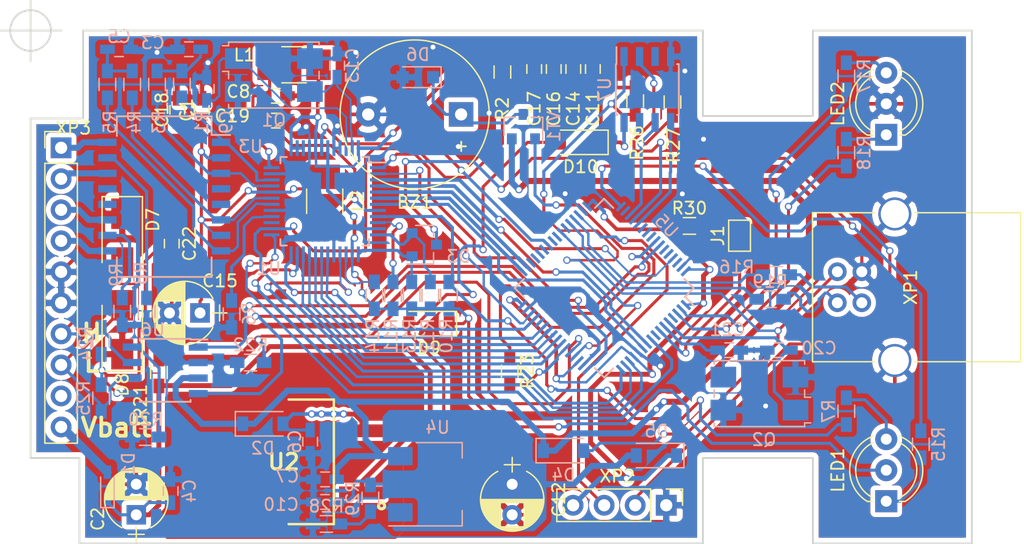
<source format=kicad_pcb>
(kicad_pcb (version 4) (host pcbnew 4.0.7-e2-6376~58~ubuntu16.04.1)
  (layers (0 F.Cu mixed) (31 B.Cu mixed) (34 B.Paste user) (35 F.Paste user) (36 B.SilkS user) (37 F.SilkS user) (38 B.Mask user) (39 F.Mask user) (44 Edge.Cuts user))
  (net 0 "")
  (net 1 "Net-(BZ1-Pad1)")
  (net 2 GND)
  (net 3 /TRANS_CT)
  (net 4 "Net-(C3-Pad1)")
  (net 5 "Net-(C5-Pad1)")
  (net 6 "Net-(C6-Pad1)")
  (net 7 "Net-(C8-Pad1)")
  (net 8 "Net-(C9-Pad1)")
  (net 9 "Net-(C13-Pad1)")
  (net 10 "Net-(C19-Pad1)")
  (net 11 "Net-(C20-Pad1)")
  (net 12 "Net-(C21-Pad1)")
  (net 13 "Net-(C22-Pad1)")
  (net 14 "Net-(D3-Pad1)")
  (net 15 "Net-(D3-Pad2)")
  (net 16 "Net-(D3-Pad3)")
  (net 17 "Net-(LED1-Pad1)")
  (net 18 "Net-(LED1-Pad3)")
  (net 19 "Net-(LED2-Pad1)")
  (net 20 "Net-(LED2-Pad3)")
  (net 21 /TRANSF_TX+)
  (net 22 /ETH_MIO)
  (net 23 /TRANSF_TX-)
  (net 24 /TRANSF_RX+)
  (net 25 /TRANSF_RX-)
  (net 26 "Net-(R6-Pad2)")
  (net 27 "Net-(R10-Pad2)")
  (net 28 "Net-(R8-Pad1)")
  (net 29 "Net-(R9-Pad2)")
  (net 30 "Net-(R11-Pad2)")
  (net 31 "Net-(R14-Pad2)")
  (net 32 /USB_D+)
  (net 33 "Net-(R17-Pad1)")
  (net 34 "Net-(R18-Pad1)")
  (net 35 /USB_D-)
  (net 36 "Net-(R20-Pad1)")
  (net 37 /ADC_Vbat)
  (net 38 "Net-(R23-Pad1)")
  (net 39 /BUZZER)
  (net 40 /OBD2_CAN_H)
  (net 41 /OBD2_CAN_L)
  (net 42 /ETH_MII_COL)
  (net 43 /ETH_MII_TX_EN)
  (net 44 /ETH_MII_TXD3)
  (net 45 /ETH_MII_TXD2)
  (net 46 /ETH_MII_TXD1)
  (net 47 /ETH_MII_TXD0)
  (net 48 /ETH_MII_TX_CLK)
  (net 49 /ETH_MII_RX_CLK)
  (net 50 /ETH_MII_RXD3)
  (net 51 /ETH_MII_RXD2)
  (net 52 /ETH_MII_RXD1)
  (net 53 /ETH_MII_RXDO)
  (net 54 /ETH_MII_RX_DV)
  (net 55 /ETH_MII_CRS)
  (net 56 /ETH_MII_RX_ER)
  (net 57 /ETH_MDC)
  (net 58 /ETH_RST)
  (net 59 /OBD2_RX-)
  (net 60 /OBD2_RX+)
  (net 61 /OBD2_TX-)
  (net 62 /OBD2_TX+)
  (net 63 "Net-(U5-Pad46)")
  (net 64 "Net-(U5-Pad49)")
  (net 65 /CAN_RX)
  (net 66 /CAN_TX)
  (net 67 /EEPROM_CS)
  (net 68 /EEPROM_SCK)
  (net 69 /EEPROM_MISO)
  (net 70 /EEPROM_MOSI)
  (net 71 /STM_ADC_12V)
  (net 72 /+5V)
  (net 73 /+3V3_EEPROM)
  (net 74 /OBD2_Vbat)
  (net 75 /USB_Vbus)
  (net 76 /+3V3_STM)
  (net 77 /USB_+)
  (net 78 /USB_-)
  (net 79 "Net-(C10-Pad1)")
  (net 80 /+3V3_ETH)
  (net 81 "Net-(J1-Pad1)")
  (net 82 "Net-(J1-Pad2)")
  (net 83 "Net-(R28-Pad1)")
  (module Buzzers_Beepers:Buzzer_12x9.5RM7.6 (layer F.Cu) (at 142.22 86.868 180)
    (fp_text reference BZ1 (at 3.8 -7.2 180) (layer F.SilkS))
    (fp_text value Buzzer)
    (fp_text user + (at -0.01 -2.54 180) (layer F.SilkS))
    (pad 1 thru_hole rect (at 0 0 180) (size 2 2) (drill 1) (layers *.Cu *.Mask) (net 1 "Net-(BZ1-Pad1)"))
    (pad 2 thru_hole circle (at 7.6 0 180) (size 2 2) (drill 1) (layers *.Cu *.Mask) (net 2 GND))
  )
  (module Housings_QFP:LQFP-64_10x10mm_Pitch0.5mm (layer B.Cu) (at 153.924 101.092 135)
    (fp_text reference U5 (at 0 7.2 135) (layer B.SilkS) (effects (justify mirror)))
    (fp_text value STM32F107RCTx)
    (pad 1 smd rect (at -5.7 3.75 135) (size 1 0.25) (layers B.Cu B.Paste B.Mask) (net 76 /+3V3_STM))
    (pad 2 smd rect (at -5.7 3.25 135) (size 1 0.25) (layers B.Cu B.Paste B.Mask) (net 34 "Net-(R18-Pad1)"))
    (pad 3 smd rect (at -5.7 2.75 135) (size 1 0.25) (layers B.Cu B.Paste B.Mask) (net 33 "Net-(R17-Pad1)"))
    (pad 4 smd rect (at -5.7 2.25 135) (size 1 0.25) (layers B.Cu B.Paste B.Mask))
    (pad 5 smd rect (at -5.7 1.75 135) (size 1 0.25) (layers B.Cu B.Paste B.Mask) (net 11 "Net-(C20-Pad1)"))
    (pad 6 smd rect (at -5.7 1.25 135) (size 1 0.25) (layers B.Cu B.Paste B.Mask) (net 12 "Net-(C21-Pad1)"))
    (pad 7 smd rect (at -5.7 0.75 135) (size 1 0.25) (layers B.Cu B.Paste B.Mask) (net 81 "Net-(J1-Pad1)"))
    (pad 8 smd rect (at -5.7 0.25 135) (size 1 0.25) (layers B.Cu B.Paste B.Mask))
    (pad 9 smd rect (at -5.7 -0.25 135) (size 1 0.25) (layers B.Cu B.Paste B.Mask) (net 57 /ETH_MDC))
    (pad 10 smd rect (at -5.7 -0.75 135) (size 1 0.25) (layers B.Cu B.Paste B.Mask) (net 45 /ETH_MII_TXD2))
    (pad 11 smd rect (at -5.7 -1.25 135) (size 1 0.25) (layers B.Cu B.Paste B.Mask) (net 48 /ETH_MII_TX_CLK))
    (pad 12 smd rect (at -5.7 -1.75 135) (size 1 0.25) (layers B.Cu B.Paste B.Mask) (net 2 GND))
    (pad 13 smd rect (at -5.7 -2.25 135) (size 1 0.25) (layers B.Cu B.Paste B.Mask) (net 76 /+3V3_STM))
    (pad 14 smd rect (at -5.7 -2.75 135) (size 1 0.25) (layers B.Cu B.Paste B.Mask) (net 55 /ETH_MII_CRS))
    (pad 15 smd rect (at -5.7 -3.25 135) (size 1 0.25) (layers B.Cu B.Paste B.Mask) (net 49 /ETH_MII_RX_CLK))
    (pad 16 smd rect (at -5.7 -3.75 135) (size 1 0.25) (layers B.Cu B.Paste B.Mask) (net 22 /ETH_MIO))
    (pad 17 smd rect (at -3.75 -5.7 45) (size 1 0.25) (layers B.Cu B.Paste B.Mask) (net 42 /ETH_MII_COL))
    (pad 18 smd rect (at -3.25 -5.7 45) (size 1 0.25) (layers B.Cu B.Paste B.Mask) (net 2 GND))
    (pad 19 smd rect (at -2.75 -5.7 45) (size 1 0.25) (layers B.Cu B.Paste B.Mask) (net 76 /+3V3_STM))
    (pad 20 smd rect (at -2.25 -5.7 45) (size 1 0.25) (layers B.Cu B.Paste B.Mask) (net 67 /EEPROM_CS))
    (pad 21 smd rect (at -1.75 -5.7 45) (size 1 0.25) (layers B.Cu B.Paste B.Mask) (net 37 /ADC_Vbat))
    (pad 22 smd rect (at -1.25 -5.7 45) (size 1 0.25) (layers B.Cu B.Paste B.Mask) (net 39 /BUZZER))
    (pad 23 smd rect (at -0.75 -5.7 45) (size 1 0.25) (layers B.Cu B.Paste B.Mask) (net 54 /ETH_MII_RX_DV))
    (pad 24 smd rect (at -0.25 -5.7 45) (size 1 0.25) (layers B.Cu B.Paste B.Mask) (net 53 /ETH_MII_RXDO))
    (pad 25 smd rect (at 0.25 -5.7 45) (size 1 0.25) (layers B.Cu B.Paste B.Mask) (net 52 /ETH_MII_RXD1))
    (pad 26 smd rect (at 0.75 -5.7 45) (size 1 0.25) (layers B.Cu B.Paste B.Mask) (net 51 /ETH_MII_RXD2))
    (pad 27 smd rect (at 1.25 -5.7 45) (size 1 0.25) (layers B.Cu B.Paste B.Mask) (net 50 /ETH_MII_RXD3))
    (pad 28 smd rect (at 1.75 -5.7 45) (size 1 0.25) (layers B.Cu B.Paste B.Mask))
    (pad 29 smd rect (at 2.25 -5.7 45) (size 1 0.25) (layers B.Cu B.Paste B.Mask) (net 56 /ETH_MII_RX_ER))
    (pad 30 smd rect (at 2.75 -5.7 45) (size 1 0.25) (layers B.Cu B.Paste B.Mask) (net 43 /ETH_MII_TX_EN))
    (pad 31 smd rect (at 3.25 -5.7 45) (size 1 0.25) (layers B.Cu B.Paste B.Mask) (net 2 GND))
    (pad 32 smd rect (at 3.75 -5.7 45) (size 1 0.25) (layers B.Cu B.Paste B.Mask) (net 76 /+3V3_STM))
    (pad 33 smd rect (at 5.7 -3.75 135) (size 1 0.25) (layers B.Cu B.Paste B.Mask) (net 47 /ETH_MII_TXD0))
    (pad 34 smd rect (at 5.7 -3.25 135) (size 1 0.25) (layers B.Cu B.Paste B.Mask) (net 46 /ETH_MII_TXD1))
    (pad 35 smd rect (at 5.7 -2.75 135) (size 1 0.25) (layers B.Cu B.Paste B.Mask))
    (pad 36 smd rect (at 5.7 -2.25 135) (size 1 0.25) (layers B.Cu B.Paste B.Mask))
    (pad 37 smd rect (at 5.7 -1.75 135) (size 1 0.25) (layers B.Cu B.Paste B.Mask))
    (pad 38 smd rect (at 5.7 -1.25 135) (size 1 0.25) (layers B.Cu B.Paste B.Mask))
    (pad 39 smd rect (at 5.7 -0.75 135) (size 1 0.25) (layers B.Cu B.Paste B.Mask) (net 58 /ETH_RST))
    (pad 40 smd rect (at 5.7 -0.25 135) (size 1 0.25) (layers B.Cu B.Paste B.Mask))
    (pad 41 smd rect (at 5.7 0.25 135) (size 1 0.25) (layers B.Cu B.Paste B.Mask))
    (pad 42 smd rect (at 5.7 0.75 135) (size 1 0.25) (layers B.Cu B.Paste B.Mask) (net 75 /USB_Vbus))
    (pad 43 smd rect (at 5.7 1.25 135) (size 1 0.25) (layers B.Cu B.Paste B.Mask))
    (pad 44 smd rect (at 5.7 1.75 135) (size 1 0.25) (layers B.Cu B.Paste B.Mask) (net 35 /USB_D-))
    (pad 45 smd rect (at 5.7 2.25 135) (size 1 0.25) (layers B.Cu B.Paste B.Mask) (net 32 /USB_D+))
    (pad 46 smd rect (at 5.7 2.75 135) (size 1 0.25) (layers B.Cu B.Paste B.Mask) (net 63 "Net-(U5-Pad46)"))
    (pad 47 smd rect (at 5.7 3.25 135) (size 1 0.25) (layers B.Cu B.Paste B.Mask) (net 2 GND))
    (pad 48 smd rect (at 5.7 3.75 135) (size 1 0.25) (layers B.Cu B.Paste B.Mask) (net 76 /+3V3_STM))
    (pad 49 smd rect (at 3.75 5.7 45) (size 1 0.25) (layers B.Cu B.Paste B.Mask) (net 64 "Net-(U5-Pad49)"))
    (pad 50 smd rect (at 3.25 5.7 45) (size 1 0.25) (layers B.Cu B.Paste B.Mask))
    (pad 51 smd rect (at 2.75 5.7 45) (size 1 0.25) (layers B.Cu B.Paste B.Mask) (net 68 /EEPROM_SCK))
    (pad 52 smd rect (at 2.25 5.7 45) (size 1 0.25) (layers B.Cu B.Paste B.Mask) (net 69 /EEPROM_MISO))
    (pad 53 smd rect (at 1.75 5.7 45) (size 1 0.25) (layers B.Cu B.Paste B.Mask) (net 70 /EEPROM_MOSI))
    (pad 54 smd rect (at 1.25 5.7 45) (size 1 0.25) (layers B.Cu B.Paste B.Mask))
    (pad 55 smd rect (at 0.75 5.7 45) (size 1 0.25) (layers B.Cu B.Paste B.Mask))
    (pad 56 smd rect (at 0.25 5.7 45) (size 1 0.25) (layers B.Cu B.Paste B.Mask))
    (pad 57 smd rect (at -0.25 5.7 45) (size 1 0.25) (layers B.Cu B.Paste B.Mask) (net 65 /CAN_RX))
    (pad 58 smd rect (at -0.75 5.7 45) (size 1 0.25) (layers B.Cu B.Paste B.Mask) (net 66 /CAN_TX))
    (pad 59 smd rect (at -1.25 5.7 45) (size 1 0.25) (layers B.Cu B.Paste B.Mask))
    (pad 60 smd rect (at -1.75 5.7 45) (size 1 0.25) (layers B.Cu B.Paste B.Mask))
    (pad 61 smd rect (at -2.25 5.7 45) (size 1 0.25) (layers B.Cu B.Paste B.Mask) (net 44 /ETH_MII_TXD3))
    (pad 62 smd rect (at -2.75 5.7 45) (size 1 0.25) (layers B.Cu B.Paste B.Mask))
    (pad 63 smd rect (at -3.25 5.7 45) (size 1 0.25) (layers B.Cu B.Paste B.Mask) (net 2 GND))
    (pad 64 smd rect (at -3.75 5.7 45) (size 1 0.25) (layers B.Cu B.Paste B.Mask) (net 76 /+3V3_STM))
  )
  (module TO_SOT_Packages_SMD:SOT-223-3Lead_TabPin2 (layer B.Cu) (at 140.4 117.152)
    (fp_text reference U4 (at -0.102 -4.652) (layer B.SilkS) (effects (justify mirror)))
    (fp_text value AMS1117-ADJ)
    (pad 2 smd rect (at 3.15 0) (size 2 3.8) (layers B.Cu B.Paste B.Mask) (net 79 "Net-(C10-Pad1)"))
    (pad 2 smd rect (at -3.15 0) (size 2 1.5) (layers B.Cu B.Paste B.Mask) (net 79 "Net-(C10-Pad1)"))
    (pad 3 smd rect (at -3.15 -2.3) (size 2 1.5) (layers B.Cu B.Paste B.Mask) (net 72 /+5V))
    (pad 1 smd rect (at -3.15 2.3) (size 2 1.5) (layers B.Cu B.Paste B.Mask) (net 83 "Net-(R28-Pad1)"))
  )
  (module Capacitors_SMD:C_0603_HandSoldering (layer F.Cu) (at 121 86.5 90)
    (fp_text reference C1 (at 0 -1.25 90) (layer F.SilkS))
    (fp_text value 100nf)
    (pad 1 smd rect (at -0.95 0 90) (size 1.2 0.75) (layers F.Cu F.Paste F.Mask) (net 3 /TRANS_CT))
    (pad 2 smd rect (at 0.95 0 90) (size 1.2 0.75) (layers F.Cu F.Paste F.Mask) (net 2 GND))
  )
  (module Capacitors_SMD:C_0603_HandSoldering (layer B.Cu) (at 119.954 81.534 180)
    (fp_text reference C3 (at 2.954 0.534 180) (layer B.SilkS) (effects (justify mirror)))
    (fp_text value 100nf)
    (pad 1 smd rect (at -0.95 0 180) (size 1.2 0.75) (layers B.Cu B.Paste B.Mask) (net 4 "Net-(C3-Pad1)"))
    (pad 2 smd rect (at 0.95 0 180) (size 1.2 0.75) (layers B.Cu B.Paste B.Mask) (net 2 GND))
  )
  (module Capacitors_SMD:C_0603_HandSoldering (layer B.Cu) (at 118.458 117.702 90)
    (fp_text reference C4 (at 0 1.542 90) (layer B.SilkS) (effects (justify mirror)))
    (fp_text value 0.33uF)
    (pad 1 smd rect (at -0.95 0 90) (size 1.2 0.75) (layers B.Cu B.Paste B.Mask) (net 71 /STM_ADC_12V))
    (pad 2 smd rect (at 0.95 0 90) (size 1.2 0.75) (layers B.Cu B.Paste B.Mask) (net 2 GND))
  )
  (module Capacitors_SMD:C_0603_HandSoldering (layer B.Cu) (at 114.239 81.534)
    (fp_text reference C5 (at 0 -1.034) (layer B.SilkS) (effects (justify mirror)))
    (fp_text value 100nf)
    (pad 1 smd rect (at -0.95 0) (size 1.2 0.75) (layers B.Cu B.Paste B.Mask) (net 5 "Net-(C5-Pad1)"))
    (pad 2 smd rect (at 0.95 0) (size 1.2 0.75) (layers B.Cu B.Paste B.Mask) (net 2 GND))
  )
  (module Capacitors_SMD:C_0603_HandSoldering (layer B.Cu) (at 129.872 113.662 270)
    (fp_text reference C6 (at 0 1.25 270) (layer B.SilkS) (effects (justify mirror)))
    (fp_text value 0.1uF)
    (pad 1 smd rect (at -0.95 0 270) (size 1.2 0.75) (layers B.Cu B.Paste B.Mask) (net 6 "Net-(C6-Pad1)"))
    (pad 2 smd rect (at 0.95 0 270) (size 1.2 0.75) (layers B.Cu B.Paste B.Mask) (net 2 GND))
  )
  (module Capacitors_SMD:C_0603_HandSoldering (layer B.Cu) (at 131.092 116.752 180)
    (fp_text reference C7 (at 3.092 0.252 180) (layer B.SilkS) (effects (justify mirror)))
    (fp_text value 100nF)
    (pad 1 smd rect (at -0.95 0 180) (size 1.2 0.75) (layers B.Cu B.Paste B.Mask) (net 72 /+5V))
    (pad 2 smd rect (at 0.95 0 180) (size 1.2 0.75) (layers B.Cu B.Paste B.Mask) (net 2 GND))
  )
  (module Capacitors_SMD:C_0603_HandSoldering (layer F.Cu) (at 127.066 85.344)
    (fp_text reference C8 (at -3.066 -0.344) (layer F.SilkS))
    (fp_text value 100nf)
    (pad 1 smd rect (at -0.95 0) (size 1.2 0.75) (layers F.Cu F.Paste F.Mask) (net 7 "Net-(C8-Pad1)"))
    (pad 2 smd rect (at 0.95 0) (size 1.2 0.75) (layers F.Cu F.Paste F.Mask) (net 2 GND))
  )
  (module Capacitors_SMD:C_0603_HandSoldering (layer B.Cu) (at 131.092 118.6 180)
    (fp_text reference C10 (at 3.592 -0.208 180) (layer B.SilkS) (effects (justify mirror)))
    (fp_text value 10uF)
    (pad 1 smd rect (at -0.95 0 180) (size 1.2 0.75) (layers B.Cu B.Paste B.Mask) (net 79 "Net-(C10-Pad1)"))
    (pad 2 smd rect (at 0.95 0 180) (size 1.2 0.75) (layers B.Cu B.Paste B.Mask) (net 2 GND))
  )
  (module Capacitors_SMD:C_0603_HandSoldering (layer F.Cu) (at 153 83.15 90)
    (fp_text reference C11 (at -3.25 0 90) (layer F.SilkS))
    (fp_text value 100nf)
    (pad 1 smd rect (at -0.95 0 90) (size 1.2 0.75) (layers F.Cu F.Paste F.Mask) (net 80 /+3V3_ETH))
    (pad 2 smd rect (at 0.95 0 90) (size 1.2 0.75) (layers F.Cu F.Paste F.Mask) (net 2 GND))
  )
  (module Capacitors_SMD:C_0603_HandSoldering (layer F.Cu) (at 151.4 83.15 90)
    (fp_text reference C14 (at -3.25 0 90) (layer F.SilkS))
    (fp_text value 100nf)
    (pad 1 smd rect (at -0.95 0 90) (size 1.2 0.75) (layers F.Cu F.Paste F.Mask) (net 80 /+3V3_ETH))
    (pad 2 smd rect (at 0.95 0 90) (size 1.2 0.75) (layers F.Cu F.Paste F.Mask) (net 2 GND))
  )
  (module Capacitors_SMD:C_0603_HandSoldering (layer F.Cu) (at 149.8 83.15 90)
    (fp_text reference C16 (at -3.25 0 90) (layer F.SilkS))
    (fp_text value 100nf)
    (pad 1 smd rect (at -0.95 0 90) (size 1.2 0.75) (layers F.Cu F.Paste F.Mask) (net 80 /+3V3_ETH))
    (pad 2 smd rect (at 0.95 0 90) (size 1.2 0.75) (layers F.Cu F.Paste F.Mask) (net 2 GND))
  )
  (module Capacitors_SMD:C_0603_HandSoldering (layer F.Cu) (at 148.2 83.15 90)
    (fp_text reference C17 (at -3.25 0 90) (layer F.SilkS))
    (fp_text value 100nf)
    (pad 1 smd rect (at -0.95 0 90) (size 1.2 0.75) (layers F.Cu F.Paste F.Mask) (net 80 /+3V3_ETH))
    (pad 2 smd rect (at 0.95 0 90) (size 1.2 0.75) (layers F.Cu F.Paste F.Mask) (net 2 GND))
  )
  (module Capacitors_SMD:C_0603_HandSoldering (layer F.Cu) (at 119 86.5 90)
    (fp_text reference C18 (at 0 -1.25 90) (layer F.SilkS))
    (fp_text value 100nf)
    (pad 1 smd rect (at -0.95 0 90) (size 1.2 0.75) (layers F.Cu F.Paste F.Mask) (net 3 /TRANS_CT))
    (pad 2 smd rect (at 0.95 0 90) (size 1.2 0.75) (layers F.Cu F.Paste F.Mask) (net 2 GND))
  )
  (module Capacitors_SMD:C_0603_HandSoldering (layer F.Cu) (at 127.066 87.376)
    (fp_text reference C19 (at -3.566 -0.376) (layer F.SilkS))
    (fp_text value 100nf)
    (pad 1 smd rect (at -0.95 0) (size 1.2 0.75) (layers F.Cu F.Paste F.Mask) (net 10 "Net-(C19-Pad1)"))
    (pad 2 smd rect (at 0.95 0) (size 1.2 0.75) (layers F.Cu F.Paste F.Mask) (net 2 GND))
  )
  (module Capacitors_SMD:C_0603_HandSoldering (layer B.Cu) (at 168.214 106.172 180)
    (fp_text reference C20 (at -3.286 0.172 180) (layer B.SilkS) (effects (justify mirror)))
    (fp_text value 12pf)
    (pad 1 smd rect (at -0.95 0 180) (size 1.2 0.75) (layers B.Cu B.Paste B.Mask) (net 11 "Net-(C20-Pad1)"))
    (pad 2 smd rect (at 0.95 0 180) (size 1.2 0.75) (layers B.Cu B.Paste B.Mask) (net 2 GND))
  )
  (module Capacitors_SMD:C_0603_HandSoldering (layer B.Cu) (at 164.15 106.172)
    (fp_text reference C21 (at -0.15 -1.672) (layer B.SilkS) (effects (justify mirror)))
    (fp_text value 12pf)
    (pad 1 smd rect (at -0.95 0) (size 1.2 0.75) (layers B.Cu B.Paste B.Mask) (net 12 "Net-(C21-Pad1)"))
    (pad 2 smd rect (at 0.95 0) (size 1.2 0.75) (layers B.Cu B.Paste B.Mask) (net 2 GND))
  )
  (module Capacitors_SMD:C_0603_HandSoldering (layer F.Cu) (at 118.55 97.45 270)
    (fp_text reference C22 (at 0 -1.45 270) (layer F.SilkS))
    (fp_text value 10pF)
    (pad 1 smd rect (at -0.95 0 270) (size 1.2 0.75) (layers F.Cu F.Paste F.Mask) (net 13 "Net-(C22-Pad1)"))
    (pad 2 smd rect (at 0.95 0 270) (size 1.2 0.75) (layers F.Cu F.Paste F.Mask) (net 2 GND))
  )
  (module Diodes_SMD:D_SC-80_HandSoldering (layer B.Cu) (at 113.284 117.264 90)
    (fp_text reference D1 (at 1.764 1.716 90) (layer B.SilkS) (effects (justify mirror)))
    (fp_text value PMLL4148L.115)
    (pad 2 smd rect (at 1.1 0 90) (size 1.1 0.6) (layers B.Cu B.Paste B.Mask) (net 74 /OBD2_Vbat))
    (pad 1 smd rect (at -1.1 0 90) (size 1.1 0.6) (layers B.Cu B.Paste B.Mask) (net 71 /STM_ADC_12V))
  )
  (module TO_SOT_Packages_SMD:SOT-23 (layer B.Cu) (at 139.208 97.536)
    (fp_text reference D3 (at 2.792 0.964) (layer B.SilkS) (effects (justify mirror)))
    (fp_text value BAT54A)
    (pad 1 smd rect (at -1 0.95) (size 0.9 0.8) (layers B.Cu B.Paste B.Mask) (net 14 "Net-(D3-Pad1)"))
    (pad 2 smd rect (at -1 -0.95) (size 0.9 0.8) (layers B.Cu B.Paste B.Mask) (net 15 "Net-(D3-Pad2)"))
    (pad 3 smd rect (at 1 0) (size 0.9 0.8) (layers B.Cu B.Paste B.Mask) (net 16 "Net-(D3-Pad3)"))
  )
  (module Diodes_SMD:D_SOD-323_HandSoldering (layer B.Cu) (at 138.684 83.82 180)
    (fp_text reference D6 (at 0 1.85 180) (layer B.SilkS) (effects (justify mirror)))
    (fp_text value "M4 BAV16W or 1N4148WS")
    (pad 1 smd rect (at -1.25 0 180) (size 1 1) (layers B.Cu B.Paste B.Mask) (net 1 "Net-(BZ1-Pad1)"))
    (pad 2 smd rect (at 1.25 0 180) (size 1 1) (layers B.Cu B.Paste B.Mask) (net 2 GND))
  )
  (module Inductors_SMD:L_1210_HandSoldering (layer F.Cu) (at 128.556 82.804)
    (fp_text reference L1 (at -4.056 -0.804) (layer F.SilkS))
    (fp_text value 4R7K)
    (pad 1 smd rect (at -2 0) (size 2 2.5) (layers F.Cu F.Paste F.Mask) (net 7 "Net-(C8-Pad1)"))
    (pad 2 smd rect (at 2 0) (size 2 2.5) (layers F.Cu F.Paste F.Mask) (net 80 /+3V3_ETH))
  )
  (module Inductors_SMD:L_1210_HandSoldering (layer F.Cu) (at 131.064 93.98 270)
    (fp_text reference L2 (at 0 -2.7 270) (layer F.SilkS))
    (fp_text value 4R7K)
    (pad 1 smd rect (at -2 0 270) (size 2 2.5) (layers F.Cu F.Paste F.Mask) (net 3 /TRANS_CT))
    (pad 2 smd rect (at 2 0 270) (size 2 2.5) (layers F.Cu F.Paste F.Mask) (net 10 "Net-(C19-Pad1)"))
  )
  (module LEDs:LED_D5.0mm-3 (layer F.Cu) (at 177 118.54 90)
    (fp_text reference LED1 (at 2.54 -3.96 90) (layer F.SilkS))
    (fp_text value LED_Dual_CAC)
    (pad 1 thru_hole rect (at 0 0 90) (size 1.8 1.8) (drill 0.9) (layers *.Cu *.Mask) (net 17 "Net-(LED1-Pad1)"))
    (pad 2 thru_hole circle (at 2.54 0 90) (size 1.8 1.8) (drill 0.9) (layers *.Cu *.Mask) (net 80 /+3V3_ETH))
    (pad 3 thru_hole circle (at 5.08 0 90) (size 1.8 1.8) (drill 0.9) (layers *.Cu *.Mask) (net 18 "Net-(LED1-Pad3)"))
  )
  (module LEDs:LED_D5.0mm-3 (layer F.Cu) (at 177 88.54 90)
    (fp_text reference LED2 (at 2.54 -3.96 90) (layer F.SilkS))
    (fp_text value "LED_Dual_ACA 5mm R G")
    (pad 1 thru_hole rect (at 0 0 90) (size 1.8 1.8) (drill 0.9) (layers *.Cu *.Mask) (net 19 "Net-(LED2-Pad1)"))
    (pad 2 thru_hole circle (at 2.54 0 90) (size 1.8 1.8) (drill 0.9) (layers *.Cu *.Mask) (net 2 GND))
    (pad 3 thru_hole circle (at 5.08 0 90) (size 1.8 1.8) (drill 0.9) (layers *.Cu *.Mask) (net 20 "Net-(LED2-Pad3)"))
  )
  (module Resistors_SMD:R_0603_HandSoldering (layer B.Cu) (at 119.38 84.412 90)
    (fp_text reference R1 (at -3.088 1.62 90) (layer B.SilkS) (effects (justify mirror)))
    (fp_text value "49.9 Ohm 1%")
    (pad 1 smd rect (at -1.1 0 90) (size 1.2 0.9) (layers B.Cu B.Paste B.Mask) (net 21 /TRANSF_TX+))
    (pad 2 smd rect (at 1.1 0 90) (size 1.2 0.9) (layers B.Cu B.Paste B.Mask) (net 4 "Net-(C3-Pad1)"))
  )
  (module Resistors_SMD:R_0603_HandSoldering (layer F.Cu) (at 145.6 83.4 90)
    (fp_text reference R2 (at -3 0 90) (layer F.SilkS))
    (fp_text value 4k7)
    (pad 1 smd rect (at -1.1 0 90) (size 1.2 0.9) (layers F.Cu F.Paste F.Mask) (net 22 /ETH_MIO))
    (pad 2 smd rect (at 1.1 0 90) (size 1.2 0.9) (layers F.Cu F.Paste F.Mask) (net 80 /+3V3_ETH))
  )
  (module Resistors_SMD:R_0603_HandSoldering (layer B.Cu) (at 117.348 84.412 90)
    (fp_text reference R3 (at -3.088 0.152 90) (layer B.SilkS) (effects (justify mirror)))
    (fp_text value "49.9 Ohm 1%")
    (pad 1 smd rect (at -1.1 0 90) (size 1.2 0.9) (layers B.Cu B.Paste B.Mask) (net 23 /TRANSF_TX-))
    (pad 2 smd rect (at 1.1 0 90) (size 1.2 0.9) (layers B.Cu B.Paste B.Mask) (net 4 "Net-(C3-Pad1)"))
  )
  (module Resistors_SMD:R_0603_HandSoldering (layer B.Cu) (at 115.316 84.412 90)
    (fp_text reference R4 (at -3.088 0.184 90) (layer B.SilkS) (effects (justify mirror)))
    (fp_text value "49.9 Ohm 1%")
    (pad 1 smd rect (at -1.1 0 90) (size 1.2 0.9) (layers B.Cu B.Paste B.Mask) (net 24 /TRANSF_RX+))
    (pad 2 smd rect (at 1.1 0 90) (size 1.2 0.9) (layers B.Cu B.Paste B.Mask) (net 5 "Net-(C5-Pad1)"))
  )
  (module Resistors_SMD:R_0603_HandSoldering (layer B.Cu) (at 113.284 84.412 90)
    (fp_text reference R5 (at -3.088 0.216 90) (layer B.SilkS) (effects (justify mirror)))
    (fp_text value "49.9 Ohm 1%")
    (pad 1 smd rect (at -1.1 0 90) (size 1.2 0.9) (layers B.Cu B.Paste B.Mask) (net 25 /TRANSF_RX-))
    (pad 2 smd rect (at 1.1 0 90) (size 1.2 0.9) (layers B.Cu B.Paste B.Mask) (net 5 "Net-(C5-Pad1)"))
  )
  (module Resistors_SMD:R_0603_HandSoldering (layer B.Cu) (at 123.444 103.208 90)
    (fp_text reference R6 (at 0 1.45 90) (layer B.SilkS) (effects (justify mirror)))
    (fp_text value "2k 1%")
    (pad 1 smd rect (at -1.1 0 90) (size 1.2 0.9) (layers B.Cu B.Paste B.Mask) (net 2 GND))
    (pad 2 smd rect (at 1.1 0 90) (size 1.2 0.9) (layers B.Cu B.Paste B.Mask) (net 26 "Net-(R6-Pad2)"))
  )
  (module Resistors_SMD:R_0603_HandSoldering (layer B.Cu) (at 173.736 111.168 270)
    (fp_text reference R7 (at 0 1.45 270) (layer B.SilkS) (effects (justify mirror)))
    (fp_text value 200)
    (pad 1 smd rect (at -1.1 0 270) (size 1.2 0.9) (layers B.Cu B.Paste B.Mask) (net 18 "Net-(LED1-Pad3)"))
    (pad 2 smd rect (at 1.1 0 270) (size 1.2 0.9) (layers B.Cu B.Paste B.Mask) (net 27 "Net-(R10-Pad2)"))
  )
  (module Resistors_SMD:R_0603_HandSoldering (layer B.Cu) (at 116.5 103 270)
    (fp_text reference R8 (at -3.124 0.5 270) (layer B.SilkS) (effects (justify mirror)))
    (fp_text value 75)
    (pad 1 smd rect (at -1.1 0 270) (size 1.2 0.9) (layers B.Cu B.Paste B.Mask) (net 28 "Net-(R8-Pad1)"))
    (pad 2 smd rect (at 1.1 0 270) (size 1.2 0.9) (layers B.Cu B.Paste B.Mask) (net 2 GND))
  )
  (module Resistors_SMD:R_0603_HandSoldering (layer B.Cu) (at 114.5 103 90)
    (fp_text reference R9 (at 3 -0.5 90) (layer B.SilkS) (effects (justify mirror)))
    (fp_text value 75)
    (pad 1 smd rect (at -1.1 0 90) (size 1.2 0.9) (layers B.Cu B.Paste B.Mask) (net 2 GND))
    (pad 2 smd rect (at 1.1 0 90) (size 1.2 0.9) (layers B.Cu B.Paste B.Mask) (net 29 "Net-(R9-Pad2)"))
  )
  (module Resistors_SMD:R_0603_HandSoldering (layer B.Cu) (at 141.224 101.684 90)
    (fp_text reference R10 (at -3.316 -0.224 90) (layer B.SilkS) (effects (justify mirror)))
    (fp_text value 4k7)
    (pad 1 smd rect (at -1.1 0 90) (size 1.2 0.9) (layers B.Cu B.Paste B.Mask) (net 80 /+3V3_ETH))
    (pad 2 smd rect (at 1.1 0 90) (size 1.2 0.9) (layers B.Cu B.Paste B.Mask) (net 27 "Net-(R10-Pad2)"))
  )
  (module Resistors_SMD:R_0603_HandSoldering (layer B.Cu) (at 136.652 101.684 90)
    (fp_text reference R11 (at -3.316 -0.152 90) (layer B.SilkS) (effects (justify mirror)))
    (fp_text value 4k7)
    (pad 1 smd rect (at -1.1 0 90) (size 1.2 0.9) (layers B.Cu B.Paste B.Mask) (net 80 /+3V3_ETH))
    (pad 2 smd rect (at 1.1 0 90) (size 1.2 0.9) (layers B.Cu B.Paste B.Mask) (net 30 "Net-(R11-Pad2)"))
  )
  (module Resistors_SMD:R_0603_HandSoldering (layer B.Cu) (at 139.7 101.684 90)
    (fp_text reference R12 (at -3.316 -0.2 90) (layer B.SilkS) (effects (justify mirror)))
    (fp_text value 4k7)
    (pad 1 smd rect (at -1.1 0 90) (size 1.2 0.9) (layers B.Cu B.Paste B.Mask) (net 80 /+3V3_ETH))
    (pad 2 smd rect (at 1.1 0 90) (size 1.2 0.9) (layers B.Cu B.Paste B.Mask) (net 15 "Net-(D3-Pad2)"))
  )
  (module Resistors_SMD:R_0603_HandSoldering (layer B.Cu) (at 138.176 101.684 90)
    (fp_text reference R13 (at -3.316 -0.176 90) (layer B.SilkS) (effects (justify mirror)))
    (fp_text value 4k7)
    (pad 1 smd rect (at -1.1 0 90) (size 1.2 0.9) (layers B.Cu B.Paste B.Mask) (net 80 /+3V3_ETH))
    (pad 2 smd rect (at 1.1 0 90) (size 1.2 0.9) (layers B.Cu B.Paste B.Mask) (net 14 "Net-(D3-Pad1)"))
  )
  (module Resistors_SMD:R_0603_HandSoldering (layer B.Cu) (at 135.128 101.684 90)
    (fp_text reference R14 (at -3.316 -0.128 90) (layer B.SilkS) (effects (justify mirror)))
    (fp_text value 4k7)
    (pad 1 smd rect (at -1.1 0 90) (size 1.2 0.9) (layers B.Cu B.Paste B.Mask) (net 80 /+3V3_ETH))
    (pad 2 smd rect (at 1.1 0 90) (size 1.2 0.9) (layers B.Cu B.Paste B.Mask) (net 31 "Net-(R14-Pad2)"))
  )
  (module Resistors_SMD:R_0603_HandSoldering (layer B.Cu) (at 179.832 113.876 90)
    (fp_text reference R15 (at 0 1.45 90) (layer B.SilkS) (effects (justify mirror)))
    (fp_text value 200)
    (pad 1 smd rect (at -1.1 0 90) (size 1.2 0.9) (layers B.Cu B.Paste B.Mask) (net 17 "Net-(LED1-Pad1)"))
    (pad 2 smd rect (at 1.1 0 90) (size 1.2 0.9) (layers B.Cu B.Paste B.Mask) (net 16 "Net-(D3-Pad3)"))
  )
  (module Resistors_SMD:R_0603_HandSoldering (layer B.Cu) (at 168 100 180)
    (fp_text reference R16 (at 3.232 0.632 180) (layer B.SilkS) (effects (justify mirror)))
    (fp_text value 22)
    (pad 1 smd rect (at -1.1 0 180) (size 1.2 0.9) (layers B.Cu B.Paste B.Mask) (net 77 /USB_+))
    (pad 2 smd rect (at 1.1 0 180) (size 1.2 0.9) (layers B.Cu B.Paste B.Mask) (net 32 /USB_D+))
  )
  (module Resistors_SMD:R_0603_HandSoldering (layer B.Cu) (at 173.736 83.736 90)
    (fp_text reference R17 (at 0 1.45 90) (layer B.SilkS) (effects (justify mirror)))
    (fp_text value 680)
    (pad 1 smd rect (at -1.1 0 90) (size 1.2 0.9) (layers B.Cu B.Paste B.Mask) (net 33 "Net-(R17-Pad1)"))
    (pad 2 smd rect (at 1.1 0 90) (size 1.2 0.9) (layers B.Cu B.Paste B.Mask) (net 20 "Net-(LED2-Pad3)"))
  )
  (module Resistors_SMD:R_0603_HandSoldering (layer B.Cu) (at 173.736 90 90)
    (fp_text reference R18 (at 0 1.45 90) (layer B.SilkS) (effects (justify mirror)))
    (fp_text value 680)
    (pad 1 smd rect (at -1.1 0 90) (size 1.2 0.9) (layers B.Cu B.Paste B.Mask) (net 34 "Net-(R18-Pad1)"))
    (pad 2 smd rect (at 1.1 0 90) (size 1.2 0.9) (layers B.Cu B.Paste B.Mask) (net 19 "Net-(LED2-Pad1)"))
  )
  (module Resistors_SMD:R_0603_HandSoldering (layer B.Cu) (at 167.5 102 180)
    (fp_text reference R19 (at 0 1.45 180) (layer B.SilkS) (effects (justify mirror)))
    (fp_text value 22)
    (pad 1 smd rect (at -1.1 0 180) (size 1.2 0.9) (layers B.Cu B.Paste B.Mask) (net 78 /USB_-))
    (pad 2 smd rect (at 1.1 0 180) (size 1.2 0.9) (layers B.Cu B.Paste B.Mask) (net 35 /USB_D-))
  )
  (module Resistors_SMD:R_0603_HandSoldering (layer B.Cu) (at 116.416 113.284 180)
    (fp_text reference R20 (at 0 1.45 180) (layer B.SilkS) (effects (justify mirror)))
    (fp_text value 10k)
    (pad 1 smd rect (at -1.1 0 180) (size 1.2 0.9) (layers B.Cu B.Paste B.Mask) (net 36 "Net-(R20-Pad1)"))
    (pad 2 smd rect (at 1.1 0 180) (size 1.2 0.9) (layers B.Cu B.Paste B.Mask) (net 2 GND))
  )
  (module Resistors_SMD:R_0603_HandSoldering (layer F.Cu) (at 117.5 108 90)
    (fp_text reference R21 (at -2.4 -1.5 90) (layer F.SilkS))
    (fp_text value 9k)
    (pad 1 smd rect (at -1.1 0 90) (size 1.2 0.9) (layers F.Cu F.Paste F.Mask) (net 71 /STM_ADC_12V))
    (pad 2 smd rect (at 1.1 0 90) (size 1.2 0.9) (layers F.Cu F.Paste F.Mask) (net 37 /ADC_Vbat))
  )
  (module Resistors_SMD:R_0603_HandSoldering (layer B.Cu) (at 125 107.188 180)
    (fp_text reference R22 (at 0 1.45 180) (layer B.SilkS) (effects (justify mirror)))
    (fp_text value 2.2k)
    (pad 1 smd rect (at -1.1 0 180) (size 1.2 0.9) (layers B.Cu B.Paste B.Mask) (net 37 /ADC_Vbat))
    (pad 2 smd rect (at 1.1 0 180) (size 1.2 0.9) (layers B.Cu B.Paste B.Mask) (net 2 GND))
  )
  (module Resistors_SMD:R_0603_HandSoldering (layer F.Cu) (at 146.2 107.9 270)
    (fp_text reference R23 (at 0 -1.45 270) (layer F.SilkS))
    (fp_text value 2k)
    (pad 1 smd rect (at -1.1 0 270) (size 1.2 0.9) (layers F.Cu F.Paste F.Mask) (net 38 "Net-(R23-Pad1)"))
    (pad 2 smd rect (at 1.1 0 270) (size 1.2 0.9) (layers F.Cu F.Paste F.Mask) (net 39 /BUZZER))
  )
  (module Resistors_SMD:R_0603_HandSoldering (layer B.Cu) (at 112.776 105.4 90)
    (fp_text reference R24 (at -0.236 -1.276 90) (layer B.SilkS) (effects (justify mirror)))
    (fp_text value 60)
    (pad 1 smd rect (at -1.1 0 90) (size 1.2 0.9) (layers B.Cu B.Paste B.Mask) (net 13 "Net-(C22-Pad1)"))
    (pad 2 smd rect (at 1.1 0 90) (size 1.2 0.9) (layers B.Cu B.Paste B.Mask) (net 40 /OBD2_CAN_H))
  )
  (module Resistors_SMD:R_0603_HandSoldering (layer B.Cu) (at 112.776 110.1 270)
    (fp_text reference R25 (at 0 1.45 270) (layer B.SilkS) (effects (justify mirror)))
    (fp_text value 60)
    (pad 1 smd rect (at -1.1 0 270) (size 1.2 0.9) (layers B.Cu B.Paste B.Mask) (net 13 "Net-(C22-Pad1)"))
    (pad 2 smd rect (at 1.1 0 270) (size 1.2 0.9) (layers B.Cu B.Paste B.Mask) (net 41 /OBD2_CAN_L))
  )
  (module Housings_SOIC:SOIC-16W_7.5x12.8mm_Pitch1.27mm (layer B.Cu) (at 117.934 93.599 180)
    (fp_text reference U3 (at -7.066 4.099 180) (layer B.SilkS) (effects (justify mirror)))
    (fp_text value H1102NLT)
    (pad 1 smd rect (at -4.65 4.445 180) (size 1.5 0.6) (layers B.Cu B.Paste B.Mask) (net 21 /TRANSF_TX+))
    (pad 2 smd rect (at -4.65 3.175 180) (size 1.5 0.6) (layers B.Cu B.Paste B.Mask) (net 3 /TRANS_CT))
    (pad 3 smd rect (at -4.65 1.905 180) (size 1.5 0.6) (layers B.Cu B.Paste B.Mask) (net 23 /TRANSF_TX-))
    (pad 4 smd rect (at -4.65 0.635 180) (size 1.5 0.6) (layers B.Cu B.Paste B.Mask))
    (pad 5 smd rect (at -4.65 -0.635 180) (size 1.5 0.6) (layers B.Cu B.Paste B.Mask))
    (pad 6 smd rect (at -4.65 -1.905 180) (size 1.5 0.6) (layers B.Cu B.Paste B.Mask) (net 24 /TRANSF_RX+))
    (pad 7 smd rect (at -4.65 -3.175 180) (size 1.5 0.6) (layers B.Cu B.Paste B.Mask) (net 3 /TRANS_CT))
    (pad 8 smd rect (at -4.65 -4.445 180) (size 1.5 0.6) (layers B.Cu B.Paste B.Mask) (net 25 /TRANSF_RX-))
    (pad 9 smd rect (at 4.65 -4.445 180) (size 1.5 0.6) (layers B.Cu B.Paste B.Mask) (net 59 /OBD2_RX-))
    (pad 10 smd rect (at 4.65 -3.175 180) (size 1.5 0.6) (layers B.Cu B.Paste B.Mask) (net 29 "Net-(R9-Pad2)"))
    (pad 11 smd rect (at 4.65 -1.905 180) (size 1.5 0.6) (layers B.Cu B.Paste B.Mask) (net 60 /OBD2_RX+))
    (pad 12 smd rect (at 4.65 -0.635 180) (size 1.5 0.6) (layers B.Cu B.Paste B.Mask))
    (pad 13 smd rect (at 4.65 0.635 180) (size 1.5 0.6) (layers B.Cu B.Paste B.Mask))
    (pad 14 smd rect (at 4.65 1.905 180) (size 1.5 0.6) (layers B.Cu B.Paste B.Mask) (net 61 /OBD2_TX-))
    (pad 15 smd rect (at 4.65 3.175 180) (size 1.5 0.6) (layers B.Cu B.Paste B.Mask) (net 28 "Net-(R8-Pad1)"))
    (pad 16 smd rect (at 4.65 4.445 180) (size 1.5 0.6) (layers B.Cu B.Paste B.Mask) (net 62 /OBD2_TX+))
  )
  (module Housings_SOIC:SOIC-8_3.9x4.9mm_Pitch1.27mm (layer B.Cu) (at 118.016 107.823 180)
    (fp_text reference U6 (at 1.016 3.323 180) (layer B.SilkS) (effects (justify mirror)))
    (fp_text value TJA1040T)
    (pad 1 smd rect (at -2.7 1.905 180) (size 1.55 0.6) (layers B.Cu B.Paste B.Mask) (net 66 /CAN_TX))
    (pad 2 smd rect (at -2.7 0.635 180) (size 1.55 0.6) (layers B.Cu B.Paste B.Mask) (net 2 GND))
    (pad 3 smd rect (at -2.7 -0.635 180) (size 1.55 0.6) (layers B.Cu B.Paste B.Mask) (net 72 /+5V))
    (pad 4 smd rect (at -2.7 -1.905 180) (size 1.55 0.6) (layers B.Cu B.Paste B.Mask) (net 65 /CAN_RX))
    (pad 5 smd rect (at 2.7 -1.905 180) (size 1.55 0.6) (layers B.Cu B.Paste B.Mask) (net 13 "Net-(C22-Pad1)"))
    (pad 6 smd rect (at 2.7 -0.635 180) (size 1.55 0.6) (layers B.Cu B.Paste B.Mask) (net 41 /OBD2_CAN_L))
    (pad 7 smd rect (at 2.7 0.635 180) (size 1.55 0.6) (layers B.Cu B.Paste B.Mask) (net 40 /OBD2_CAN_H))
    (pad 8 smd rect (at 2.7 1.905 180) (size 1.55 0.6) (layers B.Cu B.Paste B.Mask) (net 36 "Net-(R20-Pad1)"))
  )
  (module TO_SOT_Packages_SMD:SOT-23 (layer B.Cu) (at 147.32 87.868 90)
    (fp_text reference VT1 (at 0 2.5 90) (layer B.SilkS) (effects (justify mirror)))
    (fp_text value "Y2 or SS8550")
    (pad 1 smd rect (at -1 0.95 90) (size 0.9 0.8) (layers B.Cu B.Paste B.Mask) (net 38 "Net-(R23-Pad1)"))
    (pad 2 smd rect (at -1 -0.95 90) (size 0.9 0.8) (layers B.Cu B.Paste B.Mask) (net 72 /+5V))
    (pad 3 smd rect (at 1 0 90) (size 0.9 0.8) (layers B.Cu B.Paste B.Mask) (net 1 "Net-(BZ1-Pad1)"))
  )
  (module Connectors:USB_B (layer F.Cu) (at 173 99.75)
    (fp_text reference XP1 (at 6 1.27 90) (layer F.SilkS))
    (fp_text value USB_B)
    (pad 2 thru_hole circle (at 0 2.54 270) (size 1.52 1.52) (drill 0.9) (layers *.Cu *.Mask) (net 78 /USB_-))
    (pad 1 thru_hole circle (at 0 0 270) (size 1.52 1.52) (drill 0.9) (layers *.Cu *.Mask) (net 75 /USB_Vbus))
    (pad 4 thru_hole circle (at 2 0 270) (size 1.52 1.52) (drill 0.9) (layers *.Cu *.Mask) (net 2 GND))
    (pad 3 thru_hole circle (at 2 2.54 270) (size 1.52 1.52) (drill 0.9) (layers *.Cu *.Mask) (net 77 /USB_+))
    (pad 5 thru_hole circle (at 4.7 7.27 270) (size 2.7 2.7) (drill 2.3) (layers *.Cu *.Mask) (net 2 GND))
    (pad 5 thru_hole circle (at 4.7 -4.73 270) (size 2.7 2.7) (drill 2.3) (layers *.Cu *.Mask) (net 2 GND))
  )
  (module Pin_Headers:Pin_Header_Straight_1x04_Pitch2.54mm (layer F.Cu) (at 159.004 118.872 270)
    (fp_text reference XP2 (at -2.372 4.004 360) (layer F.SilkS))
    (fp_text value NOT_FITTED_SWD_Conn_01x04)
    (pad 1 thru_hole rect (at 0 0 270) (size 1.7 1.7) (drill 1) (layers *.Cu *.Mask) (net 2 GND))
    (pad 2 thru_hole oval (at 0 2.54 270) (size 1.7 1.7) (drill 1) (layers *.Cu *.Mask) (net 64 "Net-(U5-Pad49)"))
    (pad 3 thru_hole oval (at 0 5.08 270) (size 1.7 1.7) (drill 1) (layers *.Cu *.Mask) (net 63 "Net-(U5-Pad46)"))
    (pad 4 thru_hole oval (at 0 7.62 270) (size 1.7 1.7) (drill 1) (layers *.Cu *.Mask) (net 76 /+3V3_STM))
  )
  (module Pin_Headers:Pin_Header_Straight_1x10_Pitch2.54mm (layer F.Cu) (at 109.5 89.6)
    (fp_text reference XP3 (at 1 -1.6) (layer F.SilkS))
    (fp_text value NOT_FITTED_Conn_01x10_OBD2)
    (pad 1 thru_hole rect (at 0 0) (size 1.7 1.7) (drill 1) (layers *.Cu *.Mask) (net 62 /OBD2_TX+))
    (pad 2 thru_hole oval (at 0 2.54) (size 1.7 1.7) (drill 1) (layers *.Cu *.Mask) (net 61 /OBD2_TX-))
    (pad 3 thru_hole oval (at 0 5.08) (size 1.7 1.7) (drill 1) (layers *.Cu *.Mask) (net 60 /OBD2_RX+))
    (pad 4 thru_hole oval (at 0 7.62) (size 1.7 1.7) (drill 1) (layers *.Cu *.Mask) (net 59 /OBD2_RX-))
    (pad 5 thru_hole oval (at 0 10.16) (size 1.7 1.7) (drill 1) (layers *.Cu *.Mask) (net 2 GND))
    (pad 6 thru_hole oval (at 0 12.7) (size 1.7 1.7) (drill 1) (layers *.Cu *.Mask) (net 2 GND))
    (pad 7 thru_hole oval (at 0 15.24) (size 1.7 1.7) (drill 1) (layers *.Cu *.Mask) (net 40 /OBD2_CAN_H))
    (pad 8 thru_hole oval (at 0 17.78) (size 1.7 1.7) (drill 1) (layers *.Cu *.Mask) (net 41 /OBD2_CAN_L))
    (pad 9 thru_hole oval (at 0 20.32) (size 1.7 1.7) (drill 1) (layers *.Cu *.Mask))
    (pad 10 thru_hole oval (at 0 22.86) (size 1.7 1.7) (drill 1) (layers *.Cu *.Mask) (net 74 /OBD2_Vbat))
  )
  (module Capacitors_THT:CP_Radial_D5.0mm_P2.50mm (layer F.Cu) (at 115.648 119.652 90)
    (fp_text reference C2 (at -0.348 -3.148 90) (layer F.SilkS))
    (fp_text value "220uF x 30V")
    (pad 1 thru_hole rect (at 0 0 90) (size 1.6 1.6) (drill 0.9) (layers *.Cu *.Mask) (net 71 /STM_ADC_12V))
    (pad 2 thru_hole circle (at 2.5 0 90) (size 1.6 1.6) (drill 0.9) (layers *.Cu *.Mask) (net 2 GND))
  )
  (module Capacitors_THT:CP_Radial_D5.0mm_P2.50mm (layer F.Cu) (at 146.4 117.152 270)
    (fp_text reference C12 (at 1.25 -3.81 270) (layer F.SilkS))
    (fp_text value "4.7uF x 10V")
    (pad 1 thru_hole rect (at 0 0 270) (size 1.6 1.6) (drill 0.9) (layers *.Cu *.Mask) (net 79 "Net-(C10-Pad1)"))
    (pad 2 thru_hole circle (at 2.5 0 270) (size 1.6 1.6) (drill 0.9) (layers *.Cu *.Mask) (net 2 GND))
  )
  (module Capacitors_SMD:C_0603_HandSoldering (layer B.Cu) (at 121.412 84.77 90)
    (fp_text reference C9 (at -2.73 1.588 90) (layer B.SilkS) (effects (justify mirror)))
    (fp_text value 12pf)
    (pad 1 smd rect (at -0.95 0 90) (size 1.2 0.75) (layers B.Cu B.Paste B.Mask) (net 8 "Net-(C9-Pad1)"))
    (pad 2 smd rect (at 0.95 0 90) (size 1.2 0.75) (layers B.Cu B.Paste B.Mask) (net 2 GND))
  )
  (module Capacitors_SMD:C_0603_HandSoldering (layer B.Cu) (at 132.08 82.87 90)
    (fp_text reference C13 (at 0 1.25 90) (layer B.SilkS) (effects (justify mirror)))
    (fp_text value 12pf)
    (pad 1 smd rect (at -0.95 0 90) (size 1.2 0.75) (layers B.Cu B.Paste B.Mask) (net 9 "Net-(C13-Pad1)"))
    (pad 2 smd rect (at 0.95 0 90) (size 1.2 0.75) (layers B.Cu B.Paste B.Mask) (net 2 GND))
  )
  (module Crystals:Crystal_SMD_7050-4pin_7.0x5.0mm (layer B.Cu) (at 126.902 83.646)
    (fp_text reference Q1 (at 0 3.7) (layer B.SilkS) (effects (justify mirror)))
    (fp_text value "Crystal KX-7 25MHz")
    (pad 1 smd rect (at -2.95 -1.35) (size 2.1 1.7) (layers B.Cu B.Paste B.Mask) (net 8 "Net-(C9-Pad1)"))
    (pad 2 smd rect (at 2.95 -1.35) (size 2.1 1.7) (layers B.Cu B.Paste B.Mask) (net 2 GND))
    (pad 3 smd rect (at 2.95 1.35) (size 2.1 1.7) (layers B.Cu B.Paste B.Mask) (net 9 "Net-(C13-Pad1)"))
    (pad 4 smd rect (at -2.95 1.35) (size 2.1 1.7) (layers B.Cu B.Paste B.Mask) (net 2 GND))
  )
  (module Crystals:Crystal_SMD_7050-4pin_7.0x5.0mm (layer B.Cu) (at 166.624 109.728 180)
    (fp_text reference Q2 (at -0.376 -3.772 180) (layer B.SilkS) (effects (justify mirror)))
    (fp_text value "Crystal KX-7 25MHz")
    (pad 1 smd rect (at -2.95 -1.35 180) (size 2.1 1.7) (layers B.Cu B.Paste B.Mask) (net 11 "Net-(C20-Pad1)"))
    (pad 2 smd rect (at 2.95 -1.35 180) (size 2.1 1.7) (layers B.Cu B.Paste B.Mask) (net 2 GND))
    (pad 3 smd rect (at 2.95 1.35 180) (size 2.1 1.7) (layers B.Cu B.Paste B.Mask) (net 12 "Net-(C21-Pad1)"))
    (pad 4 smd rect (at -2.95 1.35 180) (size 2.1 1.7) (layers B.Cu B.Paste B.Mask) (net 2 GND))
  )
  (module Resistors_SMD:R_0603_HandSoldering (layer F.Cu) (at 156.464 85.768 270)
    (fp_text reference R26 (at 3.432 -0.136 270) (layer F.SilkS))
    (fp_text value 100k)
    (pad 1 smd rect (at -1.1 0 270) (size 1.2 0.9) (layers F.Cu F.Paste F.Mask) (net 73 /+3V3_EEPROM))
    (pad 2 smd rect (at 1.1 0 270) (size 1.2 0.9) (layers F.Cu F.Paste F.Mask) (net 67 /EEPROM_CS))
  )
  (module Resistors_SMD:R_0603_HandSoldering (layer F.Cu) (at 159.512 85.852 270)
    (fp_text reference R27 (at 3.548 -0.088 270) (layer F.SilkS))
    (fp_text value 100k)
    (pad 1 smd rect (at -1.1 0 270) (size 1.2 0.9) (layers F.Cu F.Paste F.Mask) (net 2 GND))
    (pad 2 smd rect (at 1.1 0 270) (size 1.2 0.9) (layers F.Cu F.Paste F.Mask) (net 68 /EEPROM_SCK))
  )
  (module Capacitors_THT:CP_Radial_D5.0mm_P2.50mm (layer F.Cu) (at 120.864 103.124 180)
    (fp_text reference C15 (at -1.636 2.624 180) (layer F.SilkS))
    (fp_text value "22uF x 10V")
    (pad 1 thru_hole rect (at 0 0 180) (size 1.6 1.6) (drill 0.9) (layers *.Cu *.Mask) (net 3 /TRANS_CT))
    (pad 2 thru_hole circle (at 2.5 0 180) (size 1.6 1.6) (drill 0.9) (layers *.Cu *.Mask) (net 2 GND))
  )
  (module Housings_QFP:LQFP-48_7x7mm_Pitch0.5mm (layer B.Cu) (at 131.064 93.98 180)
    (fp_text reference U1 (at 4.564 -5.52 180) (layer B.SilkS) (effects (justify mirror)))
    (fp_text value RTL8201CP)
    (pad 1 smd rect (at -4.35 2.75 180) (size 1.3 0.25) (layers B.Cu B.Paste B.Mask) (net 42 /ETH_MII_COL))
    (pad 2 smd rect (at -4.35 2.25 180) (size 1.3 0.25) (layers B.Cu B.Paste B.Mask) (net 43 /ETH_MII_TX_EN))
    (pad 3 smd rect (at -4.35 1.75 180) (size 1.3 0.25) (layers B.Cu B.Paste B.Mask) (net 44 /ETH_MII_TXD3))
    (pad 4 smd rect (at -4.35 1.25 180) (size 1.3 0.25) (layers B.Cu B.Paste B.Mask) (net 45 /ETH_MII_TXD2))
    (pad 5 smd rect (at -4.35 0.75 180) (size 1.3 0.25) (layers B.Cu B.Paste B.Mask) (net 46 /ETH_MII_TXD1))
    (pad 6 smd rect (at -4.35 0.25 180) (size 1.3 0.25) (layers B.Cu B.Paste B.Mask) (net 47 /ETH_MII_TXD0))
    (pad 7 smd rect (at -4.35 -0.25 180) (size 1.3 0.25) (layers B.Cu B.Paste B.Mask) (net 48 /ETH_MII_TX_CLK))
    (pad 8 smd rect (at -4.35 -0.75 180) (size 1.3 0.25) (layers B.Cu B.Paste B.Mask) (net 10 "Net-(C19-Pad1)"))
    (pad 9 smd rect (at -4.35 -1.25 180) (size 1.3 0.25) (layers B.Cu B.Paste B.Mask) (net 27 "Net-(R10-Pad2)"))
    (pad 10 smd rect (at -4.35 -1.75 180) (size 1.3 0.25) (layers B.Cu B.Paste B.Mask) (net 30 "Net-(R11-Pad2)"))
    (pad 11 smd rect (at -4.35 -2.25 180) (size 1.3 0.25) (layers B.Cu B.Paste B.Mask) (net 2 GND))
    (pad 12 smd rect (at -4.35 -2.75 180) (size 1.3 0.25) (layers B.Cu B.Paste B.Mask) (net 15 "Net-(D3-Pad2)"))
    (pad 13 smd rect (at -2.75 -4.35 90) (size 1.3 0.25) (layers B.Cu B.Paste B.Mask) (net 14 "Net-(D3-Pad1)"))
    (pad 14 smd rect (at -2.25 -4.35 90) (size 1.3 0.25) (layers B.Cu B.Paste B.Mask) (net 80 /+3V3_ETH))
    (pad 15 smd rect (at -1.75 -4.35 90) (size 1.3 0.25) (layers B.Cu B.Paste B.Mask) (net 31 "Net-(R14-Pad2)"))
    (pad 16 smd rect (at -1.25 -4.35 90) (size 1.3 0.25) (layers B.Cu B.Paste B.Mask) (net 49 /ETH_MII_RX_CLK))
    (pad 17 smd rect (at -0.75 -4.35 90) (size 1.3 0.25) (layers B.Cu B.Paste B.Mask) (net 2 GND))
    (pad 18 smd rect (at -0.25 -4.35 90) (size 1.3 0.25) (layers B.Cu B.Paste B.Mask) (net 50 /ETH_MII_RXD3))
    (pad 19 smd rect (at 0.25 -4.35 90) (size 1.3 0.25) (layers B.Cu B.Paste B.Mask) (net 51 /ETH_MII_RXD2))
    (pad 20 smd rect (at 0.75 -4.35 90) (size 1.3 0.25) (layers B.Cu B.Paste B.Mask) (net 52 /ETH_MII_RXD1))
    (pad 21 smd rect (at 1.25 -4.35 90) (size 1.3 0.25) (layers B.Cu B.Paste B.Mask) (net 53 /ETH_MII_RXDO))
    (pad 22 smd rect (at 1.75 -4.35 90) (size 1.3 0.25) (layers B.Cu B.Paste B.Mask) (net 54 /ETH_MII_RX_DV))
    (pad 23 smd rect (at 2.25 -4.35 90) (size 1.3 0.25) (layers B.Cu B.Paste B.Mask) (net 55 /ETH_MII_CRS))
    (pad 24 smd rect (at 2.75 -4.35 90) (size 1.3 0.25) (layers B.Cu B.Paste B.Mask) (net 56 /ETH_MII_RX_ER))
    (pad 25 smd rect (at 4.35 -2.75 180) (size 1.3 0.25) (layers B.Cu B.Paste B.Mask) (net 57 /ETH_MDC))
    (pad 26 smd rect (at 4.35 -2.25 180) (size 1.3 0.25) (layers B.Cu B.Paste B.Mask) (net 22 /ETH_MIO))
    (pad 27 smd rect (at 4.35 -1.75 180) (size 1.3 0.25) (layers B.Cu B.Paste B.Mask))
    (pad 28 smd rect (at 4.35 -1.25 180) (size 1.3 0.25) (layers B.Cu B.Paste B.Mask) (net 26 "Net-(R6-Pad2)"))
    (pad 29 smd rect (at 4.35 -0.75 180) (size 1.3 0.25) (layers B.Cu B.Paste B.Mask) (net 2 GND))
    (pad 30 smd rect (at 4.35 -0.25 180) (size 1.3 0.25) (layers B.Cu B.Paste B.Mask) (net 25 /TRANSF_RX-))
    (pad 31 smd rect (at 4.35 0.25 180) (size 1.3 0.25) (layers B.Cu B.Paste B.Mask) (net 24 /TRANSF_RX+))
    (pad 32 smd rect (at 4.35 0.75 180) (size 1.3 0.25) (layers B.Cu B.Paste B.Mask) (net 3 /TRANS_CT))
    (pad 33 smd rect (at 4.35 1.25 180) (size 1.3 0.25) (layers B.Cu B.Paste B.Mask) (net 23 /TRANSF_TX-))
    (pad 34 smd rect (at 4.35 1.75 180) (size 1.3 0.25) (layers B.Cu B.Paste B.Mask) (net 21 /TRANSF_TX+))
    (pad 35 smd rect (at 4.35 2.25 180) (size 1.3 0.25) (layers B.Cu B.Paste B.Mask) (net 2 GND))
    (pad 36 smd rect (at 4.35 2.75 180) (size 1.3 0.25) (layers B.Cu B.Paste B.Mask) (net 7 "Net-(C8-Pad1)"))
    (pad 37 smd rect (at 2.75 4.35 90) (size 1.3 0.25) (layers B.Cu B.Paste B.Mask) (net 80 /+3V3_ETH))
    (pad 38 smd rect (at 2.25 4.35 90) (size 1.3 0.25) (layers B.Cu B.Paste B.Mask) (net 80 /+3V3_ETH))
    (pad 39 smd rect (at 1.75 4.35 90) (size 1.3 0.25) (layers B.Cu B.Paste B.Mask) (net 80 /+3V3_ETH))
    (pad 40 smd rect (at 1.25 4.35 90) (size 1.3 0.25) (layers B.Cu B.Paste B.Mask) (net 2 GND))
    (pad 41 smd rect (at 0.75 4.35 90) (size 1.3 0.25) (layers B.Cu B.Paste B.Mask) (net 80 /+3V3_ETH))
    (pad 42 smd rect (at 0.25 4.35 90) (size 1.3 0.25) (layers B.Cu B.Paste B.Mask) (net 58 /ETH_RST))
    (pad 43 smd rect (at -0.25 4.35 90) (size 1.3 0.25) (layers B.Cu B.Paste B.Mask) (net 80 /+3V3_ETH))
    (pad 44 smd rect (at -0.75 4.35 90) (size 1.3 0.25) (layers B.Cu B.Paste B.Mask) (net 2 GND))
    (pad 45 smd rect (at -1.25 4.35 90) (size 1.3 0.25) (layers B.Cu B.Paste B.Mask) (net 2 GND))
    (pad 46 smd rect (at -1.75 4.35 90) (size 1.3 0.25) (layers B.Cu B.Paste B.Mask) (net 8 "Net-(C9-Pad1)"))
    (pad 47 smd rect (at -2.25 4.35 90) (size 1.3 0.25) (layers B.Cu B.Paste B.Mask) (net 9 "Net-(C13-Pad1)"))
    (pad 48 smd rect (at -2.75 4.35 90) (size 1.3 0.25) (layers B.Cu B.Paste B.Mask) (net 80 /+3V3_ETH))
  )
  (module zulljon:TO254P1542X460-3N (layer F.Cu) (at 127.712 115.316 180)
    (fp_text reference U2 (at 0 0 180) (layer F.SilkS) (effects (font (size 1.27 1.27) (thickness 0.254))))
    (fp_text value L7805ABD2T-TR hide)
    (pad 1 smd rect (at -6.4 -2.54 270) (size 1.05 3.75) (layers F.Cu F.Paste F.Mask) (net 71 /STM_ADC_12V))
    (pad 3 smd rect (at -6.4 2.54 270) (size 1.05 3.75) (layers F.Cu F.Paste F.Mask) (net 6 "Net-(C6-Pad1)"))
    (pad 4 smd rect (at 4.1 0 180) (size 8.3 10.5) (layers F.Cu F.Paste F.Mask) (net 2 GND))
  )
  (module Diodes_SMD:D_SMA (layer F.Cu) (at 114.5 97 270)
    (fp_text reference D7 (at -1.5 -2.5 270) (layer F.SilkS))
    (fp_text value SMAJ33CA-TR)
    (pad 1 smd rect (at -2 0 270) (size 2.5 1.8) (layers F.Cu F.Paste F.Mask) (net 2 GND))
    (pad 2 smd rect (at 2 0 270) (size 2.5 1.8) (layers F.Cu F.Paste F.Mask) (net 40 /OBD2_CAN_H))
  )
  (module Diodes_SMD:D_SMA (layer F.Cu) (at 114.5 104.5 90)
    (fp_text reference D8 (at -4.5 0 90) (layer F.SilkS))
    (fp_text value SMAJ33CA-TR)
    (pad 1 smd rect (at -2 0 90) (size 2.5 1.8) (layers F.Cu F.Paste F.Mask) (net 2 GND))
    (pad 2 smd rect (at 2 0 90) (size 2.5 1.8) (layers F.Cu F.Paste F.Mask) (net 41 /OBD2_CAN_L))
  )
  (module Diodes_SMD:D_SOD-123 (layer B.Cu) (at 126 112.2)
    (fp_text reference D2 (at 0 2) (layer B.SilkS) (effects (justify mirror)))
    (fp_text value 1N5819HW-7-F)
    (pad 1 smd rect (at -1.65 0) (size 0.9 1.2) (layers B.Cu B.Paste B.Mask) (net 72 /+5V))
    (pad 2 smd rect (at 1.65 0) (size 0.9 1.2) (layers B.Cu B.Paste B.Mask) (net 6 "Net-(C6-Pad1)"))
  )
  (module Diodes_SMD:D_SOD-123 (layer B.Cu) (at 150.6 114.4)
    (fp_text reference D4 (at 0 2) (layer B.SilkS) (effects (justify mirror)))
    (fp_text value 1N5819HW-7-F)
    (pad 1 smd rect (at -1.65 0) (size 0.9 1.2) (layers B.Cu B.Paste B.Mask) (net 72 /+5V))
    (pad 2 smd rect (at 1.65 0) (size 0.9 1.2) (layers B.Cu B.Paste B.Mask) (net 75 /USB_Vbus))
  )
  (module Diodes_SMD:D_SOD-123 (layer B.Cu) (at 158.2 114.8 180)
    (fp_text reference D5 (at 0 2 180) (layer B.SilkS) (effects (justify mirror)))
    (fp_text value 1N5819HW-7-F)
    (pad 1 smd rect (at -1.65 0 180) (size 0.9 1.2) (layers B.Cu B.Paste B.Mask) (net 76 /+3V3_STM))
    (pad 2 smd rect (at 1.65 0 180) (size 0.9 1.2) (layers B.Cu B.Paste B.Mask) (net 79 "Net-(C10-Pad1)"))
  )
  (module Diodes_SMD:D_SOD-123 (layer F.Cu) (at 139.6 104 180)
    (fp_text reference D9 (at 0 -2 180) (layer F.SilkS))
    (fp_text value 1N5819HW-7-F)
    (pad 1 smd rect (at -1.65 0 180) (size 0.9 1.2) (layers F.Cu F.Paste F.Mask) (net 80 /+3V3_ETH))
    (pad 2 smd rect (at 1.65 0 180) (size 0.9 1.2) (layers F.Cu F.Paste F.Mask) (net 79 "Net-(C10-Pad1)"))
  )
  (module Diodes_SMD:D_SOD-123 (layer F.Cu) (at 152 89.154 180)
    (fp_text reference D10 (at 0 -2 180) (layer F.SilkS))
    (fp_text value 1N5819HW-7-F)
    (pad 1 smd rect (at -1.65 0 180) (size 0.9 1.2) (layers F.Cu F.Paste F.Mask) (net 73 /+3V3_EEPROM))
    (pad 2 smd rect (at 1.65 0 180) (size 0.9 1.2) (layers F.Cu F.Paste F.Mask) (net 79 "Net-(C10-Pad1)"))
  )
  (module Connectors:GS2 (layer F.Cu) (at 165 96.8 180)
    (fp_text reference J1 (at 1.78 0 270) (layer F.SilkS))
    (fp_text value GS2)
    (pad 1 smd rect (at 0 -0.64 180) (size 1.27 0.97) (layers F.Cu F.Paste F.Mask) (net 81 "Net-(J1-Pad1)"))
    (pad 2 smd rect (at 0 0.64 180) (size 1.27 0.97) (layers F.Cu F.Paste F.Mask) (net 82 "Net-(J1-Pad2)"))
  )
  (module Resistors_SMD:R_0603_HandSoldering (layer B.Cu) (at 131.2 120.4 180)
    (fp_text reference R28 (at 0 1.45 180) (layer B.SilkS) (effects (justify mirror)))
    (fp_text value 240)
    (pad 1 smd rect (at -1.1 0 180) (size 1.2 0.9) (layers B.Cu B.Paste B.Mask) (net 83 "Net-(R28-Pad1)"))
    (pad 2 smd rect (at 1.1 0 180) (size 1.2 0.9) (layers B.Cu B.Paste B.Mask) (net 2 GND))
  )
  (module Resistors_SMD:R_0603_HandSoldering (layer B.Cu) (at 134.8 118.3 270)
    (fp_text reference R29 (at 0 1.45 270) (layer B.SilkS) (effects (justify mirror)))
    (fp_text value 120)
    (pad 1 smd rect (at -1.1 0 270) (size 1.2 0.9) (layers B.Cu B.Paste B.Mask) (net 79 "Net-(C10-Pad1)"))
    (pad 2 smd rect (at 1.1 0 270) (size 1.2 0.9) (layers B.Cu B.Paste B.Mask) (net 83 "Net-(R28-Pad1)"))
  )
  (module Resistors_SMD:R_0603_HandSoldering (layer F.Cu) (at 160.9 96)
    (fp_text reference R30 (at 0 -1.45) (layer F.SilkS))
    (fp_text value 100k)
    (pad 1 smd rect (at -1.1 0) (size 1.2 0.9) (layers F.Cu F.Paste F.Mask) (net 76 /+3V3_STM))
    (pad 2 smd rect (at 1.1 0) (size 1.2 0.9) (layers F.Cu F.Paste F.Mask) (net 82 "Net-(J1-Pad2)"))
  )
  (module Housings_SOIC:SOIC-8_3.9x4.9mm_Pitch1.27mm (layer B.Cu) (at 157.456 84.828 270)
    (fp_text reference U7 (at 0 3.5 270) (layer B.SilkS) (effects (justify mirror)))
    (fp_text value M95160-WMN6TP)
    (pad 1 smd rect (at -2.7 1.905 270) (size 1.55 0.6) (layers B.Cu B.Paste B.Mask) (net 67 /EEPROM_CS))
    (pad 2 smd rect (at -2.7 0.635 270) (size 1.55 0.6) (layers B.Cu B.Paste B.Mask) (net 69 /EEPROM_MISO))
    (pad 3 smd rect (at -2.7 -0.635 270) (size 1.55 0.6) (layers B.Cu B.Paste B.Mask))
    (pad 4 smd rect (at -2.7 -1.905 270) (size 1.55 0.6) (layers B.Cu B.Paste B.Mask) (net 2 GND))
    (pad 5 smd rect (at 2.7 -1.905 270) (size 1.55 0.6) (layers B.Cu B.Paste B.Mask) (net 70 /EEPROM_MOSI))
    (pad 6 smd rect (at 2.7 -0.635 270) (size 1.55 0.6) (layers B.Cu B.Paste B.Mask) (net 68 /EEPROM_SCK))
    (pad 7 smd rect (at 2.7 0.635 270) (size 1.55 0.6) (layers B.Cu B.Paste B.Mask))
    (pad 8 smd rect (at 2.7 1.905 270) (size 1.55 0.6) (layers B.Cu B.Paste B.Mask) (net 73 /+3V3_EEPROM))
  )
  (target plus (at 107 80) (size 5) (width 0.15) (layer Edge.Cuts))
  (gr_text Vbatt (at 114 112.5) (layer F.SilkS) (effects (font (size 1.5 1.5) (thickness 0.3))))
  (gr_text "H\nL" (at 112 106) (layer F.SilkS) (effects (font (size 1.5 1.5) (thickness 0.3))))
  (gr_line (start 171 87) (end 171 80) (layer Edge.Cuts) (width 0.15))
  (gr_line (start 162 87) (end 171 87) (layer Edge.Cuts) (width 0.15))
  (gr_line (start 162 80) (end 162 87) (layer Edge.Cuts) (width 0.15))
  (gr_line (start 171 115) (end 171 122) (layer Edge.Cuts) (width 0.15))
  (gr_line (start 162 115) (end 171 115) (layer Edge.Cuts) (width 0.15))
  (gr_line (start 162 122) (end 162 115) (layer Edge.Cuts) (width 0.15))
  (gr_line (start 111 115) (end 111 122) (layer Edge.Cuts) (width 0.15))
  (gr_line (start 107 115) (end 111 115) (layer Edge.Cuts) (width 0.15))
  (gr_line (start 111.3 87.2) (end 107 87.2) (layer Edge.Cuts) (width 0.15))
  (gr_line (start 111.3 80) (end 111.3 87.2) (layer Edge.Cuts) (width 0.15))
  (gr_line (start 171 80) (end 184 80) (layer Edge.Cuts) (width 0.15))
  (gr_line (start 162 122) (end 111 122) (layer Edge.Cuts) (width 0.15))
  (gr_line (start 107 115) (end 107 87.2) (layer Edge.Cuts) (width 0.15))
  (gr_line (start 184 122) (end 171 122) (layer Edge.Cuts) (width 0.15))
  (gr_line (start 184 80) (end 184 122) (layer Edge.Cuts) (width 0.15))
  (gr_line (start 111.3 80) (end 162 80) (layer Edge.Cuts) (width 0.15))
  (segment (start 146.67 86.868) (end 147.32 86.868) (width 0.25) (layer B.Cu) (net 1))
  (segment (start 142.92 87.568) (end 145.97 87.568) (width 0.25) (layer B.Cu) (net 1))
  (segment (start 142.22 86.868) (end 142.92 87.568) (width 0.25) (layer B.Cu) (net 1))
  (segment (start 145.97 87.568) (end 146.67 86.868) (width 0.25) (layer B.Cu) (net 1))
  (segment (start 139.934 83.82) (end 139.934 85.832) (width 0.25) (layer B.Cu) (net 1))
  (segment (start 139.934 85.832) (end 140.97 86.868) (width 0.25) (layer B.Cu) (net 1))
  (segment (start 140.97 86.868) (end 142.22 86.868) (width 0.25) (layer B.Cu) (net 1))
  (segment (start 151.13 93.721329) (end 152.191588 94.763394) (width 0.2) (layer B.Cu) (net 2))
  (via (at 150.732785 93.358905) (size 0.6) (drill 0.4) (layers F.Cu B.Cu) (net 2))
  (segment (start 160.316912 93.377616) (end 150.751496 93.377616) (width 0.3) (layer F.Cu) (net 2))
  (segment (start 150.751496 93.377616) (end 150.732785 93.358905) (width 0.3) (layer F.Cu) (net 2))
  (segment (start 151.095209 93.721329) (end 151.13 93.721329) (width 0.2) (layer B.Cu) (net 2))
  (segment (start 150.732785 93.358905) (end 151.095209 93.721329) (width 0.2) (layer B.Cu) (net 2))
  (segment (start 153 104.987418) (end 153 104.994) (width 0.3) (layer B.Cu) (net 2))
  (segment (start 151.90086 104.128369) (end 150 102.227509) (width 0.3) (layer B.Cu) (net 2))
  (segment (start 152.140951 104.128369) (end 151.90086 104.128369) (width 0.3) (layer B.Cu) (net 2))
  (segment (start 150 102.227509) (end 150 102) (width 0.3) (layer B.Cu) (net 2))
  (segment (start 153 104.987418) (end 152.140951 104.128369) (width 0.3) (layer B.Cu) (net 2))
  (segment (start 153 104.994) (end 153.478367 105.472367) (width 0.3) (layer B.Cu) (net 2))
  (segment (start 153.478367 105.472367) (end 153.478367 106.115473) (width 0.3) (layer B.Cu) (net 2))
  (segment (start 153.478367 106.115473) (end 152.908 106.68584) (width 0.3) (layer B.Cu) (net 2))
  (segment (start 153 106.591484) (end 152.908 106.68584) (width 0.25) (layer B.Cu) (net 2))
  (segment (start 152.908 106.68584) (end 152.191588 107.420606) (width 0.25) (layer B.Cu) (net 2))
  (segment (start 167.132 110.744) (end 166.720579 110.332579) (width 0.3) (layer B.Cu) (net 2))
  (segment (start 166.720579 110.332579) (end 166.720579 106.715421) (width 0.3) (layer B.Cu) (net 2))
  (segment (start 166.720579 106.715421) (end 167.264 106.172) (width 0.3) (layer B.Cu) (net 2))
  (segment (start 160.528 83.312) (end 160.528 84.644061) (width 0.3) (layer F.Cu) (net 2))
  (segment (start 160.528 84.644061) (end 160.420061 84.752) (width 0.3) (layer F.Cu) (net 2))
  (segment (start 160.420061 84.752) (end 159.512 84.752) (width 0.3) (layer F.Cu) (net 2))
  (segment (start 158.529434 107.468292) (end 158.829433 107.768291) (width 0.3) (layer F.Cu) (net 2))
  (segment (start 165.172916 93.377616) (end 160.741176 93.377616) (width 0.3) (layer F.Cu) (net 2))
  (segment (start 158.829433 107.768291) (end 161.831709 107.768291) (width 0.3) (layer F.Cu) (net 2))
  (segment (start 161.831709 107.768291) (end 163.109056 106.490944) (width 0.3) (layer F.Cu) (net 2))
  (segment (start 163.109056 106.490944) (end 163.109056 104.056042) (width 0.3) (layer F.Cu) (net 2))
  (segment (start 163.109056 104.056042) (end 167.063441 100.101657) (width 0.3) (layer F.Cu) (net 2))
  (segment (start 167.063441 95.268141) (end 165.172916 93.377616) (width 0.3) (layer F.Cu) (net 2))
  (segment (start 167.063441 100.101657) (end 167.063441 95.268141) (width 0.3) (layer F.Cu) (net 2))
  (segment (start 160.741176 93.377616) (end 160.316912 93.377616) (width 0.3) (layer F.Cu) (net 2))
  (segment (start 160.316912 92.953352) (end 160.316912 93.377616) (width 0.3) (layer B.Cu) (net 2))
  (segment (start 160.316912 90.635088) (end 160.316912 92.953352) (width 0.3) (layer B.Cu) (net 2))
  (segment (start 162.052 88.9) (end 160.316912 90.635088) (width 0.3) (layer B.Cu) (net 2))
  (segment (start 161.4 98.190698) (end 161.4 94.460704) (width 0.3) (layer B.Cu) (net 2))
  (segment (start 160.616911 93.677615) (end 160.316912 93.377616) (width 0.3) (layer B.Cu) (net 2))
  (segment (start 161.4 94.460704) (end 160.616911 93.677615) (width 0.3) (layer B.Cu) (net 2))
  (via (at 160.316912 93.377616) (size 0.6) (drill 0.4) (layers F.Cu B.Cu) (net 2))
  (segment (start 161.4 98.190698) (end 160.252606 99.359588) (width 0.2) (layer B.Cu) (net 2))
  (segment (start 157.841516 107.2) (end 157.873223 107.168293) (width 0.3) (layer B.Cu) (net 2))
  (segment (start 157.873223 107.168293) (end 158.229435 107.168293) (width 0.3) (layer B.Cu) (net 2))
  (segment (start 158.229435 107.168293) (end 158.529434 107.468292) (width 0.3) (layer B.Cu) (net 2))
  (segment (start 157.841516 107.2) (end 156.717072 106.359946) (width 0.25) (layer B.Cu) (net 2))
  (segment (start 158.529434 107.468292) (end 158.369981 107.468292) (width 0.3) (layer B.Cu) (net 2))
  (via (at 158.529434 107.468292) (size 0.6) (drill 0.4) (layers F.Cu B.Cu) (net 2))
  (segment (start 160.528 83.312) (end 159.416 82.2) (width 0.3) (layer F.Cu) (net 2))
  (segment (start 159.416 82.2) (end 153 82.2) (width 0.3) (layer F.Cu) (net 2))
  (segment (start 159.385 82.152) (end 160.192208 82.152) (width 0.3) (layer B.Cu) (net 2))
  (segment (start 160.192208 82.152) (end 160.528 82.487792) (width 0.3) (layer B.Cu) (net 2))
  (segment (start 160.528 82.487792) (end 160.528 83.312) (width 0.3) (layer B.Cu) (net 2))
  (segment (start 115.648 117.152) (end 115.648 116.02063) (width 0.3) (layer F.Cu) (net 2))
  (segment (start 115.648 116.02063) (end 112.810804 113.183434) (width 0.3) (layer F.Cu) (net 2))
  (segment (start 112.810804 113.183434) (end 112.810804 110.501126) (width 0.3) (layer F.Cu) (net 2))
  (segment (start 123.612 115.316) (end 123.612 116.416) (width 0.3) (layer F.Cu) (net 2))
  (segment (start 112.6 119.8) (end 112.6 117.8) (width 0.3) (layer F.Cu) (net 2))
  (segment (start 123.612 116.416) (end 118.828 121.2) (width 0.3) (layer F.Cu) (net 2))
  (segment (start 118.828 121.2) (end 114 121.2) (width 0.3) (layer F.Cu) (net 2))
  (segment (start 114 121.2) (end 112.6 119.8) (width 0.3) (layer F.Cu) (net 2))
  (segment (start 112.6 117.8) (end 113.248 117.152) (width 0.3) (layer F.Cu) (net 2))
  (segment (start 113.248 117.152) (end 115.648 117.152) (width 0.3) (layer F.Cu) (net 2))
  (segment (start 123.9 107.188) (end 123 107.188) (width 0.3) (layer B.Cu) (net 2))
  (segment (start 123 107.188) (end 120.716 107.188) (width 0.3) (layer B.Cu) (net 2))
  (segment (start 130.142 118.6) (end 130.142 116.752) (width 0.3) (layer B.Cu) (net 2))
  (segment (start 130.1 120.4) (end 130.1 118.642) (width 0.3) (layer B.Cu) (net 2))
  (segment (start 130.1 118.642) (end 130.142 118.6) (width 0.3) (layer B.Cu) (net 2))
  (segment (start 146.4 119.652) (end 149.902 119.652) (width 0.3) (layer F.Cu) (net 2))
  (segment (start 149.902 119.652) (end 150.033999 119.520001) (width 0.3) (layer F.Cu) (net 2))
  (segment (start 151.4 82.2) (end 153 82.2) (width 0.3) (layer F.Cu) (net 2))
  (segment (start 149.8 82.2) (end 151.4 82.2) (width 0.3) (layer F.Cu) (net 2))
  (segment (start 148.2 82.2) (end 149.8 82.2) (width 0.3) (layer F.Cu) (net 2))
  (segment (start 146.4 81) (end 140.278894 81) (width 0.3) (layer F.Cu) (net 2))
  (segment (start 148.2 82.2) (end 147.525 82.2) (width 0.3) (layer F.Cu) (net 2))
  (segment (start 147.525 82.2) (end 146.4 81.075) (width 0.3) (layer F.Cu) (net 2))
  (segment (start 146.4 81.075) (end 146.4 81) (width 0.3) (layer F.Cu) (net 2))
  (segment (start 140.278894 81) (end 140.221173 81.057721) (width 0.3) (layer F.Cu) (net 2))
  (segment (start 140.221173 81.057721) (end 139.921174 81.35772) (width 0.3) (layer F.Cu) (net 2))
  (segment (start 139.621175 81.657719) (end 139.921174 81.35772) (width 0.3) (layer F.Cu) (net 2))
  (segment (start 139.490894 81.788) (end 139.621175 81.657719) (width 0.3) (layer F.Cu) (net 2))
  (segment (start 133.604 81.788) (end 139.490894 81.788) (width 0.3) (layer F.Cu) (net 2))
  (segment (start 140.221173 81.657719) (end 139.921174 81.35772) (width 0.3) (layer B.Cu) (net 2))
  (segment (start 144.511396 85.947942) (end 140.221173 81.657719) (width 0.3) (layer B.Cu) (net 2))
  (segment (start 144.511396 86.76037) (end 144.511396 85.947942) (width 0.3) (layer B.Cu) (net 2))
  (via (at 139.921174 81.35772) (size 0.6) (drill 0.4) (layers F.Cu B.Cu) (net 2))
  (segment (start 144.511396 87.412868) (end 144.511396 87.184634) (width 0.3) (layer F.Cu) (net 2))
  (segment (start 142.424264 89.5) (end 144.511396 87.412868) (width 0.3) (layer F.Cu) (net 2))
  (segment (start 142 89.5) (end 142.424264 89.5) (width 0.3) (layer F.Cu) (net 2))
  (segment (start 144.511396 87.184634) (end 144.511396 86.76037) (width 0.3) (layer F.Cu) (net 2))
  (via (at 144.511396 86.76037) (size 0.6) (drill 0.4) (layers F.Cu B.Cu) (net 2))
  (segment (start 150.70744 101.29256) (end 150 102) (width 0.3) (layer B.Cu) (net 2))
  (segment (start 152.184001 101.29256) (end 150.70744 101.29256) (width 0.3) (layer B.Cu) (net 2))
  (segment (start 152.600001 101.70856) (end 152.184001 101.29256) (width 0.3) (layer B.Cu) (net 2))
  (segment (start 155.3302 105.11577) (end 152.600001 102.385571) (width 0.3) (layer B.Cu) (net 2))
  (segment (start 152.600001 102.385571) (end 152.600001 101.70856) (width 0.3) (layer B.Cu) (net 2))
  (segment (start 128.814 91.116) (end 128.2 91.73) (width 0.25) (layer B.Cu) (net 2))
  (segment (start 129.814 91.116) (end 128.814 91.116) (width 0.2) (layer B.Cu) (net 2))
  (segment (start 129.814 91.116) (end 129.814 89.63) (width 0.2) (layer B.Cu) (net 2))
  (segment (start 131.814 89.63) (end 132.314 89.63) (width 0.25) (layer B.Cu) (net 2))
  (segment (start 169.574 108.378) (end 176.342 108.378) (width 0.3) (layer B.Cu) (net 2))
  (segment (start 176.342 108.378) (end 177.7 107.02) (width 0.3) (layer B.Cu) (net 2))
  (segment (start 122.768 104.308) (end 123.444 104.308) (width 0.2) (layer B.Cu) (net 2))
  (segment (start 122.428 104.648) (end 122.768 104.308) (width 0.2) (layer B.Cu) (net 2))
  (segment (start 118.364 104.648) (end 122.428 104.648) (width 0.2) (layer B.Cu) (net 2))
  (segment (start 118.364 103.124) (end 118.364 104.648) (width 0.2) (layer B.Cu) (net 2))
  (segment (start 114.5 104.1) (end 114.5 103.157979) (width 0.3) (layer B.Cu) (net 2))
  (segment (start 114.342022 103.000001) (end 113.649999 103.000001) (width 0.3) (layer B.Cu) (net 2))
  (segment (start 114.5 103.157979) (end 114.342022 103.000001) (width 0.3) (layer B.Cu) (net 2))
  (segment (start 113.649999 103.000001) (end 113.549999 102.900001) (width 0.3) (layer B.Cu) (net 2))
  (segment (start 113.549999 102.900001) (end 113.549999 102.3) (width 0.3) (layer B.Cu) (net 2))
  (segment (start 113.549999 102.3) (end 112.169722 102.3) (width 0.3) (layer B.Cu) (net 2))
  (segment (start 112.169722 102.3) (end 109.5 102.3) (width 0.3) (layer B.Cu) (net 2))
  (segment (start 116.5 104.1) (end 117.388 104.1) (width 0.3) (layer B.Cu) (net 2))
  (segment (start 117.388 104.1) (end 118.364 103.124) (width 0.3) (layer B.Cu) (net 2))
  (segment (start 114.5 104.1) (end 116.5 104.1) (width 0.3) (layer B.Cu) (net 2))
  (segment (start 118.458 116.752) (end 126.644743 116.752) (width 0.3) (layer B.Cu) (net 2))
  (segment (start 126.644743 116.752) (end 128.784743 114.612) (width 0.3) (layer B.Cu) (net 2))
  (segment (start 128.784743 114.612) (end 129.872 114.612) (width 0.3) (layer B.Cu) (net 2))
  (segment (start 159.004 118.872) (end 159.004 120.022) (width 0.3) (layer F.Cu) (net 2))
  (segment (start 159.004 120.022) (end 158.803999 120.222001) (width 0.3) (layer F.Cu) (net 2))
  (segment (start 158.803999 120.222001) (end 150.735999 120.222001) (width 0.3) (layer F.Cu) (net 2))
  (segment (start 150.735999 120.222001) (end 150.033999 119.520001) (width 0.3) (layer F.Cu) (net 2))
  (segment (start 165.256 110.744) (end 159.004 116.996) (width 0.3) (layer F.Cu) (net 2))
  (segment (start 159.004 116.996) (end 159.004 118.872) (width 0.3) (layer F.Cu) (net 2))
  (segment (start 167.132 110.744) (end 165.256 110.744) (width 0.3) (layer F.Cu) (net 2))
  (segment (start 170.5 111.5) (end 167.888 111.5) (width 0.3) (layer F.Cu) (net 2))
  (segment (start 167.888 111.5) (end 167.132 110.744) (width 0.3) (layer F.Cu) (net 2))
  (segment (start 173 114) (end 170.5 111.5) (width 0.3) (layer F.Cu) (net 2))
  (segment (start 173 118.5) (end 173 114) (width 0.3) (layer F.Cu) (net 2))
  (segment (start 175 120.5) (end 173 118.5) (width 0.3) (layer F.Cu) (net 2))
  (segment (start 179.5 120.5) (end 175 120.5) (width 0.3) (layer F.Cu) (net 2))
  (segment (start 180.5 119.5) (end 179.5 120.5) (width 0.3) (layer F.Cu) (net 2))
  (segment (start 180.5 112) (end 180.5 119.5) (width 0.3) (layer F.Cu) (net 2))
  (segment (start 177.7 109.2) (end 180.5 112) (width 0.3) (layer F.Cu) (net 2))
  (segment (start 177.7 107.02) (end 177.7 109.2) (width 0.3) (layer F.Cu) (net 2))
  (segment (start 177.7 95.02) (end 182 99.32) (width 0.3) (layer F.Cu) (net 2))
  (segment (start 182 99.32) (end 182 102.72) (width 0.3) (layer F.Cu) (net 2))
  (segment (start 182 102.72) (end 179.049999 105.670001) (width 0.3) (layer F.Cu) (net 2))
  (segment (start 179.049999 105.670001) (end 177.7 107.02) (width 0.3) (layer F.Cu) (net 2))
  (segment (start 179.5 86) (end 179.5 93.22) (width 0.3) (layer F.Cu) (net 2))
  (segment (start 179.5 93.22) (end 177.7 95.02) (width 0.3) (layer F.Cu) (net 2))
  (segment (start 177 86) (end 179.5 86) (width 0.3) (layer F.Cu) (net 2))
  (segment (start 175.5 86) (end 177 86) (width 0.3) (layer F.Cu) (net 2))
  (segment (start 174.5 87) (end 175.5 86) (width 0.3) (layer F.Cu) (net 2))
  (segment (start 173 87) (end 174.5 87) (width 0.3) (layer F.Cu) (net 2))
  (segment (start 171.1 88.9) (end 173 87) (width 0.3) (layer F.Cu) (net 2))
  (segment (start 162.052 88.9) (end 171.1 88.9) (width 0.3) (layer F.Cu) (net 2))
  (segment (start 160.5 83.764264) (end 160.5 87.348) (width 0.3) (layer F.Cu) (net 2))
  (segment (start 160.5 87.348) (end 162.052 88.9) (width 0.3) (layer F.Cu) (net 2))
  (segment (start 160.528 83.312) (end 160.528 83.736264) (width 0.3) (layer F.Cu) (net 2))
  (segment (start 160.528 83.736264) (end 160.5 83.764264) (width 0.3) (layer F.Cu) (net 2))
  (segment (start 133.604 81.788) (end 132.869999 81.053999) (width 0.3) (layer F.Cu) (net 2))
  (segment (start 132.869999 81.053999) (end 127.956001 81.053999) (width 0.3) (layer F.Cu) (net 2))
  (segment (start 121.512897 82.638449) (end 123.097347 81.053999) (width 0.3) (layer F.Cu) (net 2))
  (segment (start 128.016 84.669) (end 128.016 85.344) (width 0.3) (layer F.Cu) (net 2))
  (segment (start 123.097347 81.053999) (end 127.956001 81.053999) (width 0.3) (layer F.Cu) (net 2))
  (segment (start 128.056001 81.153999) (end 128.056001 84.628999) (width 0.3) (layer F.Cu) (net 2))
  (segment (start 127.956001 81.053999) (end 128.056001 81.153999) (width 0.3) (layer F.Cu) (net 2))
  (segment (start 128.056001 84.628999) (end 128.016 84.669) (width 0.3) (layer F.Cu) (net 2))
  (segment (start 117.348 81.788) (end 120.662448 81.788) (width 0.3) (layer F.Cu) (net 2))
  (segment (start 120.662448 81.788) (end 121.512897 82.638449) (width 0.3) (layer F.Cu) (net 2))
  (segment (start 114.5 95) (end 114.5 84.636) (width 0.3) (layer F.Cu) (net 2))
  (segment (start 114.5 84.636) (end 117.348 81.788) (width 0.3) (layer F.Cu) (net 2))
  (segment (start 121 85.55) (end 121 83.151346) (width 0.3) (layer F.Cu) (net 2))
  (segment (start 121 83.151346) (end 121.512897 82.638449) (width 0.3) (layer F.Cu) (net 2))
  (segment (start 119 85.55) (end 121 85.55) (width 0.3) (layer F.Cu) (net 2))
  (segment (start 123.5 87) (end 123.494104 86.994104) (width 0.3) (layer F.Cu) (net 2))
  (segment (start 123.494104 86.994104) (end 123.494104 84.619656) (width 0.3) (layer F.Cu) (net 2))
  (segment (start 123.494104 84.619656) (end 121.512897 82.638449) (width 0.3) (layer F.Cu) (net 2))
  (segment (start 142 89.5) (end 139.368 86.868) (width 0.3) (layer B.Cu) (net 2))
  (segment (start 139.368 86.868) (end 134.62 86.868) (width 0.3) (layer B.Cu) (net 2))
  (via (at 142 89.5) (size 0.6) (drill 0.4) (layers F.Cu B.Cu) (net 2))
  (segment (start 114.5 106.5) (end 112.366955 106.5) (width 0.3) (layer F.Cu) (net 2))
  (segment (start 112.366955 106.5) (end 111.635092 107.231863) (width 0.3) (layer F.Cu) (net 2))
  (segment (start 111.635092 107.231863) (end 111.635092 109.325414) (width 0.3) (layer F.Cu) (net 2))
  (segment (start 111.635092 109.325414) (end 112.810804 110.501126) (width 0.3) (layer F.Cu) (net 2))
  (segment (start 117.564001 103.923999) (end 118.364 103.124) (width 0.3) (layer F.Cu) (net 2))
  (segment (start 112.810804 110.501126) (end 116.501549 110.501126) (width 0.3) (layer F.Cu) (net 2))
  (segment (start 116.501549 110.501126) (end 116.501549 104.678449) (width 0.3) (layer F.Cu) (net 2))
  (segment (start 116.501549 104.678449) (end 117.255999 103.923999) (width 0.3) (layer F.Cu) (net 2))
  (segment (start 117.255999 103.923999) (end 117.564001 103.923999) (width 0.3) (layer F.Cu) (net 2))
  (segment (start 118.364 103.124) (end 118.364 104.896422) (width 0.3) (layer B.Cu) (net 2))
  (segment (start 118.364 104.896422) (end 118.365818 104.89824) (width 0.3) (layer B.Cu) (net 2))
  (segment (start 118.365818 104.89824) (end 118.365818 105.912818) (width 0.3) (layer B.Cu) (net 2))
  (segment (start 118.365818 105.912818) (end 119.641 107.188) (width 0.3) (layer B.Cu) (net 2))
  (segment (start 119.641 107.188) (end 120.716 107.188) (width 0.3) (layer B.Cu) (net 2))
  (segment (start 163.674 111.078) (end 166.798 111.078) (width 0.3) (layer B.Cu) (net 2))
  (segment (start 166.798 111.078) (end 167.132 110.744) (width 0.3) (layer B.Cu) (net 2))
  (segment (start 129.852 82.296) (end 131.704 82.296) (width 0.3) (layer B.Cu) (net 2))
  (segment (start 131.704 82.296) (end 132.08 81.92) (width 0.3) (layer B.Cu) (net 2))
  (segment (start 123.952 84.996) (end 123.952 86.548) (width 0.3) (layer B.Cu) (net 2))
  (segment (start 123.952 86.548) (end 123.5 87) (width 0.3) (layer B.Cu) (net 2))
  (via (at 123.5 87) (size 0.6) (drill 0.4) (layers F.Cu B.Cu) (net 2))
  (segment (start 111.7 95) (end 111.7 97.56) (width 0.3) (layer F.Cu) (net 2))
  (segment (start 111.7 97.56) (end 109.5 99.76) (width 0.3) (layer F.Cu) (net 2))
  (segment (start 114.5 95) (end 111.7 95) (width 0.3) (layer F.Cu) (net 2))
  (segment (start 118.55 98.4) (end 118.55 102.938) (width 0.3) (layer F.Cu) (net 2))
  (segment (start 118.55 102.938) (end 118.364 103.124) (width 0.3) (layer F.Cu) (net 2))
  (segment (start 150 102) (end 148.5 102) (width 0.3) (layer B.Cu) (net 2))
  (segment (start 148.5 102) (end 147.595394 102.824412) (width 0.25) (layer B.Cu) (net 2))
  (segment (start 156.717072 106.359946) (end 155.3302 105.11577) (width 0.25) (layer B.Cu) (net 2))
  (segment (start 134 96.23) (end 133.73 96.23) (width 0.3) (layer B.Cu) (net 2))
  (segment (start 133.73 96.23) (end 133.531101 96.031101) (width 0.3) (layer B.Cu) (net 2))
  (segment (start 133.531101 96.031101) (end 132.482899 96.031101) (width 0.3) (layer B.Cu) (net 2))
  (segment (start 132.482899 96.031101) (end 131.814 96.7) (width 0.3) (layer B.Cu) (net 2))
  (segment (start 131.814 96.7) (end 130.396002 96.7) (width 0.25) (layer B.Cu) (net 2))
  (segment (start 130.396002 96.7) (end 128.426002 94.73) (width 0.25) (layer B.Cu) (net 2))
  (segment (start 128.426002 94.73) (end 128.2 94.73) (width 0.3) (layer B.Cu) (net 2))
  (segment (start 128.2 91.73) (end 128.474002 91.73) (width 0.25) (layer B.Cu) (net 2))
  (segment (start 128.474002 91.73) (end 129.324001 92.579999) (width 0.25) (layer B.Cu) (net 2))
  (segment (start 129.324001 92.579999) (end 129.324001 93.605999) (width 0.25) (layer B.Cu) (net 2))
  (segment (start 129.324001 93.605999) (end 128.2 94.73) (width 0.25) (layer B.Cu) (net 2))
  (segment (start 126.714 91.73) (end 128.2 91.73) (width 0.25) (layer B.Cu) (net 2))
  (segment (start 126.714 94.73) (end 128.2 94.73) (width 0.25) (layer B.Cu) (net 2))
  (segment (start 131.814 98.33) (end 131.814 96.7) (width 0.25) (layer B.Cu) (net 2))
  (segment (start 135.414 96.23) (end 134 96.23) (width 0.25) (layer B.Cu) (net 2))
  (segment (start 137.434 83.82) (end 137.434 84.57) (width 0.25) (layer B.Cu) (net 2))
  (segment (start 137.434 84.57) (end 135.136 86.868) (width 0.25) (layer B.Cu) (net 2))
  (segment (start 135.136 86.868) (end 134.62 86.868) (width 0.25) (layer B.Cu) (net 2))
  (segment (start 132.1054 87.81288) (end 132.1054 87.8205) (width 0.15) (layer B.Cu) (net 2))
  (segment (start 132.1054 87.81288) (end 131.805401 88.112879) (width 0.15) (layer B.Cu) (net 2))
  (segment (start 131.805401 88.112879) (end 131.814 89.63) (width 0.25) (layer B.Cu) (net 2))
  (segment (start 134.62 86.868) (end 133.05028 86.868) (width 0.3) (layer F.Cu) (net 2))
  (segment (start 133.05028 86.868) (end 132.1054 87.81288) (width 0.3) (layer F.Cu) (net 2))
  (via (at 132.1054 87.81288) (size 0.6) (drill 0.4) (layers F.Cu B.Cu) (net 2))
  (via (at 162.052 88.9) (size 0.6) (drill 0.4) (layers F.Cu B.Cu) (net 2))
  (segment (start 129.814 89.63) (end 129.814 88.392) (width 0.15) (layer B.Cu) (net 2))
  (segment (start 129.623736 88.392) (end 129.813989 88.392) (width 0.15) (layer B.Cu) (net 2))
  (segment (start 129.54 87.884) (end 129.54 88.308264) (width 0.15) (layer B.Cu) (net 2))
  (segment (start 129.54 88.308264) (end 129.623736 88.392) (width 0.15) (layer B.Cu) (net 2))
  (segment (start 128.016 87.376) (end 129.032 87.376) (width 0.3) (layer F.Cu) (net 2))
  (segment (start 129.032 87.376) (end 129.54 87.884) (width 0.3) (layer F.Cu) (net 2))
  (via (at 129.54 87.884) (size 0.6) (drill 0.4) (layers F.Cu B.Cu) (net 2))
  (segment (start 175 99.75) (end 175 97.72) (width 0.25) (layer F.Cu) (net 2))
  (segment (start 175 97.72) (end 177.7 95.02) (width 0.25) (layer F.Cu) (net 2))
  (segment (start 130.142 116.752) (end 130.142 114.882) (width 0.3) (layer B.Cu) (net 2))
  (segment (start 130.142 114.882) (end 129.872 114.612) (width 0.3) (layer B.Cu) (net 2))
  (segment (start 128.016 87.376) (end 128.016 85.344) (width 0.3) (layer F.Cu) (net 2))
  (via (at 160.528 83.312) (size 0.6) (drill 0.4) (layers F.Cu B.Cu) (net 2))
  (segment (start 121.412 83.82) (end 121.412 82.739346) (width 0.3) (layer B.Cu) (net 2))
  (segment (start 121.412 82.739346) (end 121.512897 82.638449) (width 0.3) (layer B.Cu) (net 2))
  (via (at 121.512897 82.638449) (size 0.6) (drill 0.4) (layers F.Cu B.Cu) (net 2))
  (segment (start 133.839009 85.071009) (end 133.604 84.836) (width 0.3) (layer B.Cu) (net 2))
  (segment (start 133.604 84.836) (end 133.604 81.788) (width 0.3) (layer B.Cu) (net 2))
  (segment (start 134.62 86.868) (end 134.112 86.868) (width 0.3) (layer B.Cu) (net 2))
  (segment (start 134.112 86.868) (end 133.839009 86.595009) (width 0.3) (layer B.Cu) (net 2))
  (segment (start 133.839009 86.595009) (end 133.839009 85.071009) (width 0.3) (layer B.Cu) (net 2))
  (via (at 167.132 110.744) (size 0.6) (drill 0.4) (layers F.Cu B.Cu) (net 2))
  (segment (start 165.1 106.172) (end 167.264 106.172) (width 0.3) (layer B.Cu) (net 2))
  (segment (start 115.316 113.284) (end 115.316 116.82) (width 0.3) (layer B.Cu) (net 2))
  (segment (start 115.316 116.82) (end 115.648 117.152) (width 0.3) (layer B.Cu) (net 2))
  (segment (start 133.604 81.788) (end 132.212 81.788) (width 0.3) (layer B.Cu) (net 2))
  (segment (start 132.212 81.788) (end 132.08 81.92) (width 0.3) (layer B.Cu) (net 2))
  (via (at 133.604 81.788) (size 0.6) (drill 0.4) (layers F.Cu B.Cu) (net 2))
  (segment (start 117.348 81.788) (end 119.258 81.788) (width 0.3) (layer B.Cu) (net 2))
  (segment (start 119.258 81.788) (end 119.512 81.534) (width 0.3) (layer B.Cu) (net 2))
  (segment (start 117.348 81.788) (end 115.443 81.788) (width 0.3) (layer B.Cu) (net 2))
  (segment (start 115.443 81.788) (end 115.189 81.534) (width 0.3) (layer B.Cu) (net 2))
  (via (at 117.348 81.788) (size 0.6) (drill 0.4) (layers F.Cu B.Cu) (net 2))
  (segment (start 109.5 102.3) (end 109.5 99.76) (width 0.5) (layer F.Cu) (net 2))
  (segment (start 130.142 116.752) (end 129.917 116.752) (width 0.3) (layer B.Cu) (net 2))
  (segment (start 118.458 116.752) (end 116.048 116.752) (width 0.3) (layer B.Cu) (net 2))
  (segment (start 116.048 116.752) (end 115.648 117.152) (width 0.3) (layer B.Cu) (net 2))
  (segment (start 163.874 111.078) (end 163.674 111.078) (width 0.25) (layer B.Cu) (net 2))
  (segment (start 121 87.45) (end 121 89.887) (width 0.25) (layer F.Cu) (net 3))
  (segment (start 121 89.887) (end 120.971 89.916) (width 0.25) (layer F.Cu) (net 3))
  (segment (start 119 87.45) (end 121 87.45) (width 0.25) (layer F.Cu) (net 3))
  (segment (start 120.864 102.148) (end 120.971 102.041) (width 0.25) (layer F.Cu) (net 3))
  (segment (start 120.971 102.041) (end 120.971 95.504) (width 0.25) (layer F.Cu) (net 3))
  (segment (start 120.864 103.124) (end 120.864 102.148) (width 0.25) (layer F.Cu) (net 3))
  (segment (start 124.815413 93.116587) (end 122.428 95.504) (width 0.25) (layer F.Cu) (net 3))
  (segment (start 122.428 95.504) (end 120.971 95.504) (width 0.25) (layer F.Cu) (net 3))
  (segment (start 126.714 93.23) (end 124.928826 93.23) (width 0.25) (layer B.Cu) (net 3))
  (segment (start 124.928826 93.23) (end 124.815413 93.116587) (width 0.25) (layer B.Cu) (net 3))
  (via (at 124.815413 93.116587) (size 0.6) (drill 0.4) (layers F.Cu B.Cu) (net 3))
  (segment (start 128.524 92.964) (end 128.258 93.23) (width 0.25) (layer B.Cu) (net 3))
  (segment (start 128.258 93.23) (end 126.714 93.23) (width 0.25) (layer B.Cu) (net 3))
  (segment (start 131.064 91.98) (end 130.814 91.98) (width 0.25) (layer F.Cu) (net 3))
  (segment (start 130.814 91.98) (end 129.83 92.964) (width 0.25) (layer F.Cu) (net 3))
  (segment (start 129.83 92.964) (end 128.524 92.964) (width 0.25) (layer F.Cu) (net 3))
  (via (at 128.524 92.964) (size 0.6) (drill 0.4) (layers F.Cu B.Cu) (net 3))
  (segment (start 120.971 89.916) (end 120.971 95.504) (width 0.25) (layer F.Cu) (net 3))
  (segment (start 122.584 90.424) (end 121.479 90.424) (width 0.25) (layer B.Cu) (net 3))
  (segment (start 121.479 90.424) (end 120.971 89.916) (width 0.25) (layer B.Cu) (net 3))
  (via (at 120.971 89.916) (size 0.6) (drill 0.4) (layers F.Cu B.Cu) (net 3))
  (segment (start 122.584 96.774) (end 122.134 96.774) (width 0.15) (layer B.Cu) (net 3))
  (segment (start 122.134 96.774) (end 120.971 95.611) (width 0.15) (layer B.Cu) (net 3))
  (segment (start 120.971 95.611) (end 120.971 95.504) (width 0.15) (layer B.Cu) (net 3))
  (via (at 120.971 95.504) (size 0.6) (drill 0.4) (layers F.Cu B.Cu) (net 3))
  (segment (start 120.904 81.534) (end 120.904 82.159) (width 0.25) (layer B.Cu) (net 4))
  (segment (start 120.904 82.159) (end 119.751 83.312) (width 0.25) (layer B.Cu) (net 4))
  (segment (start 119.248 83.18) (end 119.38 83.312) (width 0.25) (layer B.Cu) (net 4))
  (segment (start 117.348 83.312) (end 119.38 83.312) (width 0.25) (layer B.Cu) (net 4))
  (segment (start 113.284 83.312) (end 113.284 81.539) (width 0.25) (layer B.Cu) (net 5))
  (segment (start 113.284 81.539) (end 113.289 81.534) (width 0.25) (layer B.Cu) (net 5))
  (segment (start 113.284 83.312) (end 115.316 83.312) (width 0.25) (layer B.Cu) (net 5))
  (segment (start 127.65 112.2) (end 127.66335 112.2) (width 0.25) (layer B.Cu) (net 6))
  (segment (start 127.66335 112.2) (end 128.46335 111.4) (width 0.3) (layer B.Cu) (net 6))
  (segment (start 128.46335 111.4) (end 130 111.4) (width 0.3) (layer B.Cu) (net 6))
  (segment (start 131.6 111.4) (end 130.8 111.4) (width 0.25) (layer B.Cu) (net 6))
  (via (at 130.8 111.4) (size 0.6) (drill 0.4) (layers F.Cu B.Cu) (net 6))
  (segment (start 131.8 111.4) (end 132 111.4) (width 0.4) (layer B.Cu) (net 6))
  (segment (start 132.6 111.4) (end 131.6 111.4) (width 0.4) (layer B.Cu) (net 6))
  (segment (start 130 111.4) (end 131.8 111.4) (width 0.4) (layer B.Cu) (net 6))
  (segment (start 131.6 111.4) (end 131.8 111.4) (width 0.25) (layer B.Cu) (net 6))
  (via (at 131.8 111.4) (size 0.6) (drill 0.4) (layers F.Cu B.Cu) (net 6))
  (segment (start 132 111.4) (end 132.6 111.4) (width 0.25) (layer B.Cu) (net 6))
  (via (at 132.6 111.4) (size 0.6) (drill 0.4) (layers F.Cu B.Cu) (net 6))
  (segment (start 134.112 112.001) (end 133.511 111.4) (width 0.4) (layer F.Cu) (net 6))
  (segment (start 134.112 112.776) (end 134.112 112.001) (width 0.4) (layer F.Cu) (net 6))
  (segment (start 133.511 111.4) (end 130 111.4) (width 0.4) (layer F.Cu) (net 6))
  (via (at 130 111.4) (size 0.6) (drill 0.4) (layers F.Cu B.Cu) (net 6))
  (segment (start 129.872 112.712) (end 128.162 112.712) (width 0.25) (layer B.Cu) (net 6))
  (segment (start 128.162 112.712) (end 127.65 112.2) (width 0.25) (layer B.Cu) (net 6))
  (segment (start 129.872 112.712) (end 129.872 112.937) (width 0.2) (layer B.Cu) (net 6))
  (segment (start 129.872 112.937) (end 129.877 112.942) (width 0.2) (layer B.Cu) (net 6))
  (segment (start 126.492 89.916) (end 125.190999 88.614999) (width 0.25) (layer F.Cu) (net 7))
  (via (at 126.492 89.916) (size 0.6) (drill 0.4) (layers F.Cu B.Cu) (net 7))
  (segment (start 126.492 90.957999) (end 126.714 91.23) (width 0.25) (layer B.Cu) (net 7))
  (segment (start 126.492 89.916) (end 126.492 90.957999) (width 0.25) (layer B.Cu) (net 7))
  (segment (start 125.190999 85.419001) (end 125.190999 88.614999) (width 0.25) (layer F.Cu) (net 7))
  (segment (start 125.266 85.344) (end 125.190999 85.419001) (width 0.25) (layer F.Cu) (net 7))
  (segment (start 126.116 85.344) (end 125.266 85.344) (width 0.25) (layer F.Cu) (net 7))
  (segment (start 126.556 82.804) (end 126.556 84.904) (width 0.25) (layer F.Cu) (net 7))
  (segment (start 126.556 84.904) (end 126.116 85.344) (width 0.25) (layer F.Cu) (net 7))
  (segment (start 132.864001 88.339751) (end 132.830401 88.306151) (width 0.15) (layer B.Cu) (net 8))
  (segment (start 132.830401 87.110401) (end 132.08 86.36) (width 0.15) (layer B.Cu) (net 8))
  (segment (start 132.830401 88.306151) (end 132.830401 87.110401) (width 0.15) (layer B.Cu) (net 8))
  (segment (start 132.812217 88.391535) (end 132.814 89.63) (width 0.15) (layer B.Cu) (net 8))
  (segment (start 132.864001 88.339751) (end 132.812217 88.391535) (width 0.15) (layer B.Cu) (net 8))
  (segment (start 128.216 86.36) (end 132.08 86.36) (width 0.15) (layer B.Cu) (net 8))
  (segment (start 123.952 82.296) (end 124.152 82.296) (width 0.15) (layer B.Cu) (net 8))
  (segment (start 124.152 82.296) (end 128.216 86.36) (width 0.15) (layer B.Cu) (net 8))
  (segment (start 123.952 82.296) (end 122.702 82.296) (width 0.2) (layer B.Cu) (net 8))
  (segment (start 122.702 82.296) (end 122.428 82.57) (width 0.2) (layer B.Cu) (net 8))
  (segment (start 122.428 82.57) (end 122.428 85.344) (width 0.2) (layer B.Cu) (net 8))
  (segment (start 122.428 85.344) (end 122.052 85.72) (width 0.2) (layer B.Cu) (net 8))
  (segment (start 122.052 85.72) (end 121.412 85.72) (width 0.2) (layer B.Cu) (net 8))
  (segment (start 129.852 84.996) (end 131.129 84.996) (width 0.15) (layer B.Cu) (net 9))
  (segment (start 131.129 84.996) (end 132.08 84.045) (width 0.15) (layer B.Cu) (net 9))
  (segment (start 132.08 84.045) (end 132.08 83.82) (width 0.15) (layer B.Cu) (net 9))
  (segment (start 132.08 83.82) (end 132.08 84.57) (width 0.15) (layer B.Cu) (net 9))
  (segment (start 132.08 84.57) (end 133.194999 85.684999) (width 0.15) (layer B.Cu) (net 9))
  (segment (start 133.194999 85.684999) (end 133.194999 88.175761) (width 0.15) (layer B.Cu) (net 9))
  (segment (start 133.194999 88.175761) (end 133.23899 88.219752) (width 0.15) (layer B.Cu) (net 9))
  (segment (start 133.23899 88.219752) (end 133.314 89.63) (width 0.15) (layer B.Cu) (net 9))
  (segment (start 133.458059 93.835941) (end 133.524933 93.835941) (width 0.25) (layer F.Cu) (net 10))
  (segment (start 131.314 95.98) (end 133.458059 93.835941) (width 0.25) (layer F.Cu) (net 10))
  (segment (start 126.116 87.376) (end 126.341 87.376) (width 0.25) (layer F.Cu) (net 10))
  (segment (start 133.524933 93.411677) (end 133.524933 93.835941) (width 0.25) (layer F.Cu) (net 10))
  (segment (start 134.418992 94.73) (end 133.824932 94.13594) (width 0.25) (layer B.Cu) (net 10))
  (segment (start 133.524933 91.360933) (end 133.524933 93.411677) (width 0.25) (layer F.Cu) (net 10))
  (segment (start 126.341 87.376) (end 128.373 89.408) (width 0.25) (layer F.Cu) (net 10))
  (segment (start 135.414 94.73) (end 134.418992 94.73) (width 0.25) (layer B.Cu) (net 10))
  (segment (start 128.373 89.408) (end 131.572 89.408) (width 0.25) (layer F.Cu) (net 10))
  (segment (start 131.572 89.408) (end 133.524933 91.360933) (width 0.25) (layer F.Cu) (net 10))
  (segment (start 131.064 95.98) (end 131.314 95.98) (width 0.25) (layer F.Cu) (net 10))
  (segment (start 133.824932 94.13594) (end 133.524933 93.835941) (width 0.25) (layer B.Cu) (net 10))
  (via (at 133.524933 93.835941) (size 0.6) (drill 0.4) (layers F.Cu B.Cu) (net 10))
  (segment (start 168.939 106.172) (end 167.841304 107.269696) (width 0.25) (layer B.Cu) (net 11))
  (segment (start 167.841304 107.269696) (end 167.841304 109.545304) (width 0.25) (layer B.Cu) (net 11))
  (segment (start 167.841304 109.545304) (end 169.374 111.078) (width 0.25) (layer B.Cu) (net 11))
  (segment (start 169.374 111.078) (end 169.574 111.078) (width 0.25) (layer B.Cu) (net 11))
  (segment (start 159.616209 104.309335) (end 159.191946 103.885072) (width 0.25) (layer B.Cu) (net 11))
  (segment (start 167.925071 105.158071) (end 164.342515 105.158071) (width 0.25) (layer B.Cu) (net 11))
  (segment (start 160.463965 105.157091) (end 159.616209 104.309335) (width 0.25) (layer B.Cu) (net 11))
  (segment (start 168.939 106.172) (end 167.925071 105.158071) (width 0.25) (layer B.Cu) (net 11))
  (segment (start 164.342515 105.158071) (end 164.341535 105.157091) (width 0.25) (layer B.Cu) (net 11))
  (segment (start 164.341535 105.157091) (end 160.463965 105.157091) (width 0.25) (layer B.Cu) (net 11))
  (segment (start 169.164 106.172) (end 168.939 106.172) (width 0.25) (layer B.Cu) (net 11))
  (segment (start 163.674 108.378) (end 163.674 106.646) (width 0.25) (layer B.Cu) (net 12))
  (segment (start 163.674 106.646) (end 163.2 106.172) (width 0.25) (layer B.Cu) (net 12))
  (segment (start 163.2 106.172) (end 163.425 106.172) (width 0.25) (layer B.Cu) (net 12))
  (segment (start 163.2 106.172) (end 162.3 106.172) (width 0.25) (layer B.Cu) (net 12))
  (segment (start 160.263767 105.664) (end 158.838392 104.238625) (width 0.25) (layer B.Cu) (net 12))
  (segment (start 161.792 105.664) (end 160.263767 105.664) (width 0.25) (layer B.Cu) (net 12))
  (segment (start 162.3 106.172) (end 161.792 105.664) (width 0.25) (layer B.Cu) (net 12))
  (segment (start 116.386585 98.888415) (end 116.386584 103.909515) (width 0.25) (layer F.Cu) (net 13))
  (segment (start 116.386584 103.909515) (end 115.876539 104.41956) (width 0.25) (layer F.Cu) (net 13))
  (segment (start 118.55 96.5) (end 118.55 96.725) (width 0.25) (layer F.Cu) (net 13))
  (segment (start 118.55 96.725) (end 116.386585 98.888415) (width 0.25) (layer F.Cu) (net 13))
  (segment (start 113.272604 108.235089) (end 113.167785 108.13027) (width 0.25) (layer F.Cu) (net 13))
  (segment (start 115.876539 104.41956) (end 115.876539 108.235089) (width 0.25) (layer F.Cu) (net 13))
  (segment (start 115.876539 108.235089) (end 113.272604 108.235089) (width 0.25) (layer F.Cu) (net 13))
  (segment (start 113.776012 109.401117) (end 114.076011 109.701116) (width 0.25) (layer F.Cu) (net 13))
  (segment (start 113.167785 108.79289) (end 113.776012 109.401117) (width 0.25) (layer F.Cu) (net 13))
  (segment (start 113.167785 108.13027) (end 113.167785 108.79289) (width 0.25) (layer F.Cu) (net 13))
  (segment (start 115.316 109.728) (end 114.102895 109.728) (width 0.25) (layer B.Cu) (net 13))
  (via (at 114.076011 109.701116) (size 0.6) (drill 0.4) (layers F.Cu B.Cu) (net 13))
  (segment (start 114.102895 109.728) (end 114.076011 109.701116) (width 0.25) (layer B.Cu) (net 13))
  (segment (start 112.832511 107.809478) (end 112.832511 108.943489) (width 0.25) (layer B.Cu) (net 13))
  (segment (start 112.832511 108.943489) (end 112.776 109) (width 0.25) (layer B.Cu) (net 13))
  (segment (start 112.776 106.5) (end 112.776 107.752967) (width 0.25) (layer B.Cu) (net 13))
  (segment (start 112.776 107.752967) (end 112.832511 107.809478) (width 0.25) (layer B.Cu) (net 13))
  (segment (start 113.13251 108.109477) (end 112.832511 107.809478) (width 0.25) (layer F.Cu) (net 13))
  (segment (start 113.153303 108.13027) (end 113.13251 108.109477) (width 0.25) (layer F.Cu) (net 13))
  (via (at 112.832511 107.809478) (size 0.6) (drill 0.4) (layers F.Cu B.Cu) (net 13))
  (segment (start 113.167785 108.13027) (end 113.153303 108.13027) (width 0.25) (layer F.Cu) (net 13))
  (segment (start 137.022 98) (end 134.144 98) (width 0.25) (layer B.Cu) (net 14))
  (segment (start 134.144 98) (end 133.814 98.33) (width 0.25) (layer B.Cu) (net 14))
  (segment (start 138.208 98.486) (end 137.508 98.486) (width 0.25) (layer B.Cu) (net 14))
  (segment (start 137.508 98.486) (end 137.022 98) (width 0.25) (layer B.Cu) (net 14))
  (segment (start 138.176 100.584) (end 138.176 98.518) (width 0.2) (layer B.Cu) (net 14))
  (segment (start 138.176 98.518) (end 138.208 98.486) (width 0.2) (layer B.Cu) (net 14))
  (segment (start 137.5 97.5) (end 137.214001 97.5) (width 0.25) (layer B.Cu) (net 15))
  (segment (start 137.214001 97.5) (end 136.444001 96.73) (width 0.25) (layer B.Cu) (net 15))
  (segment (start 138.208 96.792) (end 137.5 97.5) (width 0.25) (layer B.Cu) (net 15))
  (segment (start 138.208 96.586) (end 138.208 96.792) (width 0.25) (layer B.Cu) (net 15))
  (segment (start 136.444001 96.73) (end 135.414 96.73) (width 0.25) (layer B.Cu) (net 15))
  (segment (start 139.7 100.584) (end 139.7 99.784) (width 0.2) (layer B.Cu) (net 15))
  (segment (start 139.7 99.784) (end 139.192 99.276) (width 0.2) (layer B.Cu) (net 15))
  (segment (start 139.192 99.276) (end 139.192 97.52) (width 0.2) (layer B.Cu) (net 15))
  (segment (start 139.192 97.52) (end 138.258 96.586) (width 0.2) (layer B.Cu) (net 15))
  (segment (start 138.258 96.586) (end 138.208 96.586) (width 0.2) (layer B.Cu) (net 15))
  (segment (start 174.244 96.012) (end 168.695716 90.463716) (width 0.25) (layer F.Cu) (net 16))
  (segment (start 145.800463 92.700243) (end 145.500464 93.000242) (width 0.25) (layer F.Cu) (net 16))
  (segment (start 168.695716 90.463716) (end 148.03699 90.463716) (width 0.25) (layer F.Cu) (net 16))
  (segment (start 148.03699 90.463716) (end 145.800463 92.700243) (width 0.25) (layer F.Cu) (net 16))
  (segment (start 137.671753 90.729185) (end 143.229407 90.729185) (width 0.25) (layer B.Cu) (net 16))
  (segment (start 143.229407 90.729185) (end 145.200465 92.700243) (width 0.25) (layer B.Cu) (net 16))
  (segment (start 145.200465 92.700243) (end 145.500464 93.000242) (width 0.25) (layer B.Cu) (net 16))
  (via (at 137.671753 90.729185) (size 0.6) (drill 0.4) (layers F.Cu B.Cu) (net 16))
  (segment (start 137.671753 90.729185) (end 137.671753 93.926809) (width 0.25) (layer F.Cu) (net 16))
  (segment (start 139.717034 95.97209) (end 140.017033 96.272089) (width 0.25) (layer F.Cu) (net 16))
  (segment (start 137.671753 93.926809) (end 139.717034 95.97209) (width 0.25) (layer F.Cu) (net 16))
  (segment (start 140.208 96.463056) (end 140.017033 96.272089) (width 0.25) (layer B.Cu) (net 16))
  (segment (start 140.208 97.536) (end 140.208 96.463056) (width 0.25) (layer B.Cu) (net 16))
  (via (at 140.017033 96.272089) (size 0.6) (drill 0.4) (layers F.Cu B.Cu) (net 16))
  (via (at 145.500464 93.000242) (size 0.6) (drill 0.4) (layers F.Cu B.Cu) (net 16))
  (segment (start 179.832 112.776) (end 179.832 101.6) (width 0.25) (layer B.Cu) (net 16))
  (segment (start 179.832 101.6) (end 179.475001 101.243001) (width 0.25) (layer B.Cu) (net 16))
  (segment (start 179.475001 101.243001) (end 174.244 96.012) (width 0.25) (layer B.Cu) (net 16))
  (via (at 174.244 96.012) (size 0.6) (drill 0.4) (layers F.Cu B.Cu) (net 16))
  (segment (start 179.832 114.976) (end 179.832 116.858) (width 0.25) (layer B.Cu) (net 17))
  (segment (start 179.832 116.858) (end 178.15 118.54) (width 0.25) (layer B.Cu) (net 17))
  (segment (start 178.15 118.54) (end 177 118.54) (width 0.25) (layer B.Cu) (net 17))
  (segment (start 176.824 118.364) (end 177 118.54) (width 0.25) (layer B.Cu) (net 17))
  (segment (start 173.736 110.068) (end 173.736 110.218) (width 0.25) (layer B.Cu) (net 18))
  (segment (start 173.736 110.218) (end 173.754 110.236) (width 0.25) (layer B.Cu) (net 18))
  (segment (start 173.754 110.236) (end 175.26 110.236) (width 0.25) (layer B.Cu) (net 18))
  (segment (start 175.26 110.236) (end 177 111.976) (width 0.25) (layer B.Cu) (net 18))
  (segment (start 177 111.976) (end 177 113.46) (width 0.25) (layer B.Cu) (net 18))
  (segment (start 173.736 88.9) (end 176.64 88.9) (width 0.25) (layer B.Cu) (net 19))
  (segment (start 176.64 88.9) (end 177 88.54) (width 0.25) (layer B.Cu) (net 19))
  (segment (start 173.736 82.636) (end 176.176 82.636) (width 0.25) (layer B.Cu) (net 20))
  (segment (start 176.176 82.636) (end 177 83.46) (width 0.25) (layer B.Cu) (net 20))
  (segment (start 123.034 89.154) (end 125.5 91.62) (width 0.25) (layer B.Cu) (net 21))
  (segment (start 125.5 91.62) (end 125.5 92.272929) (width 0.25) (layer B.Cu) (net 21))
  (segment (start 122.584 89.154) (end 123.034 89.154) (width 0.25) (layer B.Cu) (net 21))
  (segment (start 125.5 92.272929) (end 126.714 92.23) (width 0.2) (layer B.Cu) (net 21))
  (segment (start 119.38 85.512) (end 119.38 85.662) (width 0.25) (layer B.Cu) (net 21))
  (segment (start 119.38 85.662) (end 122.584 88.866) (width 0.25) (layer B.Cu) (net 21))
  (segment (start 122.584 88.866) (end 122.584 89.154) (width 0.25) (layer B.Cu) (net 21))
  (segment (start 122.584 89.154) (end 122.134 89.154) (width 0.15) (layer B.Cu) (net 21))
  (segment (start 123.034 89.154) (end 123.952 90.072) (width 0.2) (layer B.Cu) (net 21))
  (segment (start 149.923602 110.513229) (end 147.296305 107.885932) (width 0.25) (layer B.Cu) (net 22))
  (segment (start 154.160987 110.513229) (end 149.923602 110.513229) (width 0.25) (layer B.Cu) (net 22))
  (segment (start 128.275121 102.014128) (end 125.838999 99.578006) (width 0.25) (layer B.Cu) (net 22))
  (segment (start 155.302858 109.371358) (end 154.160987 110.513229) (width 0.25) (layer B.Cu) (net 22))
  (segment (start 125.814 96.23) (end 126.714 96.23) (width 0.25) (layer B.Cu) (net 22))
  (segment (start 125.366875 96.677125) (end 125.814 96.23) (width 0.25) (layer B.Cu) (net 22))
  (segment (start 128.319374 102.014128) (end 128.275121 102.014128) (width 0.25) (layer B.Cu) (net 22))
  (segment (start 125.838999 99.578006) (end 125.838999 98.406999) (width 0.25) (layer B.Cu) (net 22))
  (segment (start 125.838999 98.406999) (end 125.366875 97.934875) (width 0.25) (layer B.Cu) (net 22))
  (segment (start 155.302858 107.774159) (end 155.302858 109.371358) (width 0.25) (layer B.Cu) (net 22))
  (segment (start 147.296305 107.885932) (end 134.191178 107.885932) (width 0.25) (layer B.Cu) (net 22))
  (segment (start 134.191178 107.885932) (end 128.319374 102.014128) (width 0.25) (layer B.Cu) (net 22))
  (segment (start 125.366875 97.934875) (end 125.366875 96.677125) (width 0.25) (layer B.Cu) (net 22))
  (segment (start 134.405186 98.044) (end 130.131736 98.044) (width 0.25) (layer F.Cu) (net 22))
  (segment (start 140.905003 92.015001) (end 138.566126 89.676124) (width 0.25) (layer F.Cu) (net 22))
  (segment (start 142.830999 92.015001) (end 140.905003 92.015001) (width 0.25) (layer F.Cu) (net 22))
  (segment (start 145.6 84.5) (end 145.6 89.246) (width 0.25) (layer F.Cu) (net 22))
  (segment (start 130.131736 98.044) (end 128.524 96.436264) (width 0.25) (layer F.Cu) (net 22))
  (segment (start 135.085537 89.676124) (end 134.405186 90.356475) (width 0.25) (layer F.Cu) (net 22))
  (segment (start 145.6 89.246) (end 142.830999 92.015001) (width 0.25) (layer F.Cu) (net 22))
  (segment (start 138.566126 89.676124) (end 135.085537 89.676124) (width 0.25) (layer F.Cu) (net 22))
  (segment (start 134.405186 90.356475) (end 134.405186 98.044) (width 0.25) (layer F.Cu) (net 22))
  (segment (start 128.524 96.436264) (end 128.524 96.012) (width 0.25) (layer F.Cu) (net 22))
  (segment (start 128.524 96.012) (end 128.306 96.23) (width 0.25) (layer B.Cu) (net 22))
  (segment (start 128.306 96.23) (end 126.714 96.23) (width 0.25) (layer B.Cu) (net 22))
  (via (at 128.524 96.012) (size 0.6) (drill 0.4) (layers F.Cu B.Cu) (net 22))
  (segment (start 117.348 85.512) (end 117.348 87.458) (width 0.25) (layer B.Cu) (net 23))
  (segment (start 117.348 87.458) (end 121.584 91.694) (width 0.25) (layer B.Cu) (net 23))
  (segment (start 121.584 91.694) (end 122.584 91.694) (width 0.25) (layer B.Cu) (net 23))
  (segment (start 117.348 85.662) (end 117.348 85.512) (width 0.15) (layer B.Cu) (net 23))
  (segment (start 122.584 91.694) (end 122.134 91.694) (width 0.15) (layer B.Cu) (net 23))
  (segment (start 122.584 91.694) (end 124.206 91.694) (width 0.2) (layer B.Cu) (net 23))
  (segment (start 125.242 92.73) (end 126.714 92.73) (width 0.2) (layer B.Cu) (net 23))
  (segment (start 124.206 91.694) (end 125.242 92.73) (width 0.2) (layer B.Cu) (net 23))
  (segment (start 122.584 91.694) (end 123.034 91.694) (width 0.15) (layer B.Cu) (net 23))
  (segment (start 115.316 85.512) (end 115.316 88.686) (width 0.25) (layer B.Cu) (net 24))
  (segment (start 115.316 88.686) (end 122.134 95.504) (width 0.25) (layer B.Cu) (net 24))
  (segment (start 122.134 95.504) (end 122.584 95.504) (width 0.25) (layer B.Cu) (net 24))
  (segment (start 122.584 95.504) (end 123.584 95.504) (width 0.2) (layer B.Cu) (net 24))
  (segment (start 123.584 95.504) (end 125.358 93.73) (width 0.2) (layer B.Cu) (net 24))
  (segment (start 125.358 93.73) (end 125.814 93.73) (width 0.2) (layer B.Cu) (net 24))
  (segment (start 125.814 93.73) (end 126.714 93.73) (width 0.2) (layer B.Cu) (net 24))
  (segment (start 113.284 85.512) (end 113.284 87.376) (width 0.25) (layer B.Cu) (net 25))
  (segment (start 113.284 87.376) (end 120.345999 94.437999) (width 0.25) (layer B.Cu) (net 25))
  (segment (start 122.134 98.044) (end 122.584 98.044) (width 0.25) (layer B.Cu) (net 25))
  (segment (start 120.345999 94.437999) (end 120.345999 96.255999) (width 0.25) (layer B.Cu) (net 25))
  (segment (start 120.345999 96.255999) (end 122.134 98.044) (width 0.25) (layer B.Cu) (net 25))
  (segment (start 113.284 85.512) (end 113.284 85.662) (width 0.15) (layer B.Cu) (net 25))
  (segment (start 123.952 95.77241) (end 123.952 95.701699) (width 0.2) (layer B.Cu) (net 25))
  (segment (start 123.952 95.701699) (end 125.4737 94.179999) (width 0.2) (layer B.Cu) (net 25))
  (segment (start 125.4737 94.179999) (end 126.714 94.23) (width 0.2) (layer B.Cu) (net 25))
  (segment (start 122.584 98.044) (end 123.584 98.044) (width 0.2) (layer B.Cu) (net 25))
  (segment (start 123.584 98.044) (end 123.952 97.676) (width 0.2) (layer B.Cu) (net 25))
  (segment (start 123.952 97.676) (end 123.952 95.77241) (width 0.2) (layer B.Cu) (net 25))
  (segment (start 124.472 96) (end 125.166999 95.305001) (width 0.2) (layer B.Cu) (net 26))
  (segment (start 124.472 96) (end 124.472 98.328) (width 0.25) (layer B.Cu) (net 26))
  (segment (start 124.472 98.328) (end 124.27701 98.52299) (width 0.25) (layer B.Cu) (net 26))
  (segment (start 123.8 99) (end 123.444 99.356) (width 0.25) (layer B.Cu) (net 26))
  (segment (start 124 98.8) (end 123.8 99) (width 0.25) (layer B.Cu) (net 26))
  (segment (start 123.8 99) (end 124.27701 98.52299) (width 0.25) (layer B.Cu) (net 26))
  (segment (start 123.444 99.356) (end 123.444 102.108) (width 0.25) (layer B.Cu) (net 26))
  (segment (start 125.166999 95.305001) (end 126.714 95.23) (width 0.2) (layer B.Cu) (net 26))
  (segment (start 153.74233 109.46714) (end 154.166594 109.46714) (width 0.25) (layer B.Cu) (net 27))
  (segment (start 150.00172 109.353896) (end 150.114964 109.46714) (width 0.25) (layer B.Cu) (net 27))
  (segment (start 161.799383 110.261355) (end 160.283706 111.777032) (width 0.25) (layer F.Cu) (net 27))
  (segment (start 156.476486 111.777032) (end 154.466593 109.767139) (width 0.25) (layer F.Cu) (net 27))
  (segment (start 154.466593 109.767139) (end 154.166594 109.46714) (width 0.25) (layer F.Cu) (net 27))
  (via (at 154.166594 109.46714) (size 0.6) (drill 0.4) (layers F.Cu B.Cu) (net 27))
  (segment (start 149.577456 109.353896) (end 150.00172 109.353896) (width 0.25) (layer B.Cu) (net 27))
  (segment (start 160.283706 111.777032) (end 156.476486 111.777032) (width 0.25) (layer F.Cu) (net 27))
  (segment (start 150.114964 109.46714) (end 153.74233 109.46714) (width 0.25) (layer B.Cu) (net 27))
  (segment (start 141.510091 100.147909) (end 141.224 100.434) (width 0.25) (layer B.Cu) (net 27))
  (segment (start 140.613665 95.23) (end 141.510091 96.126426) (width 0.25) (layer B.Cu) (net 27))
  (segment (start 135.414 95.23) (end 140.613665 95.23) (width 0.25) (layer B.Cu) (net 27))
  (segment (start 141.510091 96.126426) (end 141.510091 100.147909) (width 0.25) (layer B.Cu) (net 27))
  (segment (start 146.339242 104.066993) (end 146.039243 103.766994) (width 0.25) (layer F.Cu) (net 27))
  (segment (start 149.577456 109.353896) (end 149.222819 108.999259) (width 0.25) (layer F.Cu) (net 27))
  (segment (start 145.614979 103.766994) (end 146.039243 103.766994) (width 0.25) (layer B.Cu) (net 27))
  (segment (start 144.29285 103.766994) (end 145.614979 103.766994) (width 0.25) (layer B.Cu) (net 27))
  (segment (start 149.222819 106.95057) (end 146.339242 104.066993) (width 0.25) (layer F.Cu) (net 27))
  (via (at 146.039243 103.766994) (size 0.6) (drill 0.4) (layers F.Cu B.Cu) (net 27))
  (segment (start 141.224 100.584) (end 141.224 100.698144) (width 0.25) (layer B.Cu) (net 27))
  (segment (start 149.222819 108.999259) (end 149.222819 106.95057) (width 0.25) (layer F.Cu) (net 27))
  (segment (start 141.224 100.698144) (end 144.29285 103.766994) (width 0.25) (layer B.Cu) (net 27))
  (segment (start 161.799383 110.685619) (end 161.799383 110.261355) (width 0.25) (layer B.Cu) (net 27))
  (segment (start 161.799383 111.799275) (end 161.799383 110.685619) (width 0.25) (layer B.Cu) (net 27))
  (segment (start 163.118108 113.118) (end 161.799383 111.799275) (width 0.25) (layer B.Cu) (net 27))
  (segment (start 172.186 113.118) (end 163.118108 113.118) (width 0.25) (layer B.Cu) (net 27))
  (segment (start 173.036 112.268) (end 172.186 113.118) (width 0.25) (layer B.Cu) (net 27))
  (via (at 161.799383 110.261355) (size 0.6) (drill 0.4) (layers F.Cu B.Cu) (net 27))
  (segment (start 173.736 112.268) (end 173.036 112.268) (width 0.25) (layer B.Cu) (net 27))
  (via (at 149.577456 109.353896) (size 0.6) (drill 0.4) (layers F.Cu B.Cu) (net 27))
  (segment (start 141.224 100.434) (end 141.224 100.584) (width 0.15) (layer B.Cu) (net 27))
  (segment (start 116.5 93.19) (end 113.734 90.424) (width 0.25) (layer B.Cu) (net 28))
  (segment (start 116.5 101.9) (end 116.5 93.19) (width 0.25) (layer B.Cu) (net 28))
  (segment (start 113.734 90.424) (end 113.284 90.424) (width 0.25) (layer B.Cu) (net 28))
  (segment (start 114.5 101.9) (end 114.5 101.05) (width 0.25) (layer B.Cu) (net 29))
  (segment (start 114.5 101.05) (end 115.05 100.5) (width 0.25) (layer B.Cu) (net 29))
  (segment (start 115.05 100.5) (end 115.1 100.5) (width 0.25) (layer B.Cu) (net 29))
  (segment (start 115.1 100.5) (end 115.1 97.32) (width 0.25) (layer B.Cu) (net 29))
  (segment (start 115.1 97.32) (end 114.554 96.774) (width 0.25) (layer B.Cu) (net 29))
  (segment (start 114.554 96.774) (end 113.284 96.774) (width 0.25) (layer B.Cu) (net 29))
  (segment (start 137.16 96.011) (end 136.735736 96.011) (width 0.15) (layer B.Cu) (net 30))
  (segment (start 136.735736 96.011) (end 136.404735 95.679999) (width 0.15) (layer B.Cu) (net 30))
  (segment (start 136.404735 95.679999) (end 136.404001 95.679999) (width 0.15) (layer B.Cu) (net 30))
  (segment (start 136.404001 95.679999) (end 135.414 95.73) (width 0.15) (layer B.Cu) (net 30))
  (via (at 136.652 99.061) (size 0.6) (drill 0.4) (layers F.Cu B.Cu) (net 30))
  (segment (start 136.652 100.584) (end 136.652 99.061) (width 0.25) (layer B.Cu) (net 30))
  (via (at 137.16 96.011) (size 0.6) (drill 0.4) (layers F.Cu B.Cu) (net 30))
  (segment (start 136.652 96.519) (end 137.16 96.011) (width 0.25) (layer F.Cu) (net 30))
  (segment (start 136.652 99.061) (end 136.652 96.519) (width 0.25) (layer F.Cu) (net 30))
  (segment (start 135.128 100.584) (end 134.006381 100.584) (width 0.15) (layer B.Cu) (net 31))
  (segment (start 134.006381 100.584) (end 133.882516 100.707865) (width 0.15) (layer B.Cu) (net 31))
  (segment (start 133.882516 100.707865) (end 133.186514 100.707865) (width 0.15) (layer B.Cu) (net 31))
  (segment (start 133.186514 100.707865) (end 132.763999 100.28535) (width 0.15) (layer B.Cu) (net 31))
  (segment (start 132.763999 100.28535) (end 132.814 98.33) (width 0.15) (layer B.Cu) (net 31))
  (segment (start 165 100.630094) (end 155.702663 100.630094) (width 0.2) (layer B.Cu) (net 32))
  (segment (start 155.702663 100.630094) (end 152.630128 97.557559) (width 0.2) (layer B.Cu) (net 32))
  (segment (start 152.630128 96.616147) (end 151.908745 95.894764) (width 0.2) (layer B.Cu) (net 32))
  (segment (start 151.908745 95.894764) (end 151.484482 95.470501) (width 0.2) (layer B.Cu) (net 32))
  (segment (start 152.630128 97.557559) (end 152.630128 96.616147) (width 0.2) (layer B.Cu) (net 32))
  (segment (start 165 100.630094) (end 165.630094 100) (width 0.25) (layer B.Cu) (net 32))
  (segment (start 165.630094 100) (end 166.9 100) (width 0.25) (layer B.Cu) (net 32))
  (segment (start 167.49786 91.92414) (end 167.49786 92.905718) (width 0.25) (layer B.Cu) (net 33))
  (segment (start 173.736 84.836) (end 173.736 85.686) (width 0.25) (layer B.Cu) (net 33))
  (segment (start 167.49786 92.905718) (end 167.692984 93.100842) (width 0.25) (layer B.Cu) (net 33))
  (segment (start 167.992983 100.356117) (end 167.992983 93.825105) (width 0.25) (layer F.Cu) (net 33))
  (segment (start 173.736 85.686) (end 167.49786 91.92414) (width 0.25) (layer B.Cu) (net 33))
  (segment (start 163.909057 104.440043) (end 167.992983 100.356117) (width 0.25) (layer F.Cu) (net 33))
  (segment (start 167.692984 93.100842) (end 167.992983 93.400841) (width 0.25) (layer B.Cu) (net 33))
  (segment (start 167.992983 93.825105) (end 167.992983 93.400841) (width 0.25) (layer F.Cu) (net 33))
  (via (at 167.992983 93.400841) (size 0.6) (drill 0.4) (layers F.Cu B.Cu) (net 33))
  (segment (start 161.16113 104.440043) (end 163.484793 104.440043) (width 0.25) (layer B.Cu) (net 33))
  (segment (start 163.484793 104.440043) (end 163.909057 104.440043) (width 0.25) (layer B.Cu) (net 33))
  (via (at 163.909057 104.440043) (size 0.6) (drill 0.4) (layers F.Cu B.Cu) (net 33))
  (segment (start 159.899052 103.177965) (end 161.16113 104.440043) (width 0.2) (layer B.Cu) (net 33))
  (segment (start 169.304736 94.112597) (end 169.004737 94.412596) (width 0.25) (layer B.Cu) (net 34))
  (segment (start 169.004737 100.491781) (end 169.004737 94.83686) (width 0.25) (layer F.Cu) (net 34))
  (segment (start 165.06537 104.431148) (end 169.004737 100.491781) (width 0.25) (layer F.Cu) (net 34))
  (segment (start 172.317333 91.1) (end 169.304736 94.112597) (width 0.25) (layer B.Cu) (net 34))
  (segment (start 173.736 91.1) (end 172.317333 91.1) (width 0.25) (layer B.Cu) (net 34))
  (segment (start 169.004737 94.83686) (end 169.004737 94.412596) (width 0.25) (layer F.Cu) (net 34))
  (via (at 169.004737 94.412596) (size 0.6) (drill 0.4) (layers F.Cu B.Cu) (net 34))
  (segment (start 164.765371 104.131149) (end 165.06537 104.431148) (width 0.25) (layer B.Cu) (net 34))
  (segment (start 163.997032 103.36281) (end 164.765371 104.131149) (width 0.25) (layer B.Cu) (net 34))
  (segment (start 161.34181 103.36281) (end 163.997032 103.36281) (width 0.25) (layer B.Cu) (net 34))
  (via (at 165.06537 104.431148) (size 0.6) (drill 0.4) (layers F.Cu B.Cu) (net 34))
  (segment (start 161.34181 103.36281) (end 160.684923 103.36281) (width 0.2) (layer B.Cu) (net 34))
  (segment (start 160.684923 103.36281) (end 160.252606 102.824412) (width 0.2) (layer B.Cu) (net 34))
  (segment (start 165 101.092) (end 155.605579 101.092) (width 0.2) (layer B.Cu) (net 35))
  (segment (start 155.605579 101.092) (end 152.173462 97.659883) (width 0.2) (layer B.Cu) (net 35))
  (segment (start 152.173462 96.866588) (end 151.555191 96.248317) (width 0.2) (layer B.Cu) (net 35))
  (segment (start 152.173462 97.659883) (end 152.173462 96.866588) (width 0.2) (layer B.Cu) (net 35))
  (segment (start 151.555191 96.248317) (end 151.130928 95.824054) (width 0.2) (layer B.Cu) (net 35))
  (segment (start 165.342 101.092) (end 166.25 102) (width 0.25) (layer B.Cu) (net 35))
  (segment (start 165 101.092) (end 165.342 101.092) (width 0.25) (layer B.Cu) (net 35))
  (segment (start 166.25 102) (end 166.4 102) (width 0.25) (layer B.Cu) (net 35))
  (segment (start 117.516 113.284) (end 117.516 107.643) (width 0.25) (layer B.Cu) (net 36))
  (segment (start 117.516 107.643) (end 115.791 105.918) (width 0.25) (layer B.Cu) (net 36))
  (segment (start 115.791 105.918) (end 115.316 105.918) (width 0.25) (layer B.Cu) (net 36))
  (segment (start 125.638669 105.320703) (end 125.938668 105.020704) (width 0.25) (layer F.Cu) (net 37))
  (segment (start 125.938668 105.020704) (end 134.844484 105.020704) (width 0.25) (layer F.Cu) (net 37))
  (segment (start 134.844484 105.020704) (end 139.259755 100.605433) (width 0.25) (layer F.Cu) (net 37))
  (segment (start 139.259755 100.605433) (end 143.491594 100.605433) (width 0.25) (layer F.Cu) (net 37))
  (segment (start 143.491594 100.605433) (end 144.493624 101.607463) (width 0.25) (layer F.Cu) (net 37))
  (segment (start 144.493624 101.607463) (end 144.493624 109.54045) (width 0.25) (layer F.Cu) (net 37))
  (segment (start 144.493624 109.54045) (end 145.509471 110.556297) (width 0.25) (layer F.Cu) (net 37))
  (segment (start 145.509471 110.556297) (end 149.714838 110.556297) (width 0.25) (layer F.Cu) (net 37))
  (segment (start 149.714838 110.556297) (end 151.074988 109.196147) (width 0.25) (layer F.Cu) (net 37))
  (segment (start 151.074988 109.196147) (end 151.074988 105.988336) (width 0.25) (layer F.Cu) (net 37))
  (segment (start 151.074988 105.988336) (end 151.534935 105.528389) (width 0.25) (layer F.Cu) (net 37))
  (segment (start 151.534935 105.528389) (end 151.834934 105.22839) (width 0.25) (layer F.Cu) (net 37))
  (via (at 151.834934 105.22839) (size 0.6) (drill 0.4) (layers F.Cu B.Cu) (net 37))
  (segment (start 151.892 105.646547) (end 151.961407 105.57714) (width 0.2) (layer B.Cu) (net 37))
  (segment (start 151.961407 105.57714) (end 151.961407 105.354863) (width 0.2) (layer B.Cu) (net 37))
  (segment (start 151.961407 105.354863) (end 151.834934 105.22839) (width 0.2) (layer B.Cu) (net 37))
  (segment (start 126.1 107.188) (end 126.1 105.782034) (width 0.3) (layer B.Cu) (net 37))
  (via (at 125.638669 105.320703) (size 0.6) (drill 0.4) (layers F.Cu B.Cu) (net 37))
  (segment (start 126.1 105.782034) (end 125.638669 105.320703) (width 0.3) (layer B.Cu) (net 37))
  (segment (start 125.33867 105.620702) (end 125.638669 105.320703) (width 0.7) (layer F.Cu) (net 37))
  (segment (start 124.059372 106.9) (end 125.33867 105.620702) (width 0.7) (layer F.Cu) (net 37))
  (segment (start 117.501559 106.9) (end 124.059372 106.9) (width 0.7) (layer F.Cu) (net 37))
  (segment (start 151.130928 106.359946) (end 151.892 105.646547) (width 0.2) (layer B.Cu) (net 37))
  (segment (start 151.892 105.646547) (end 151.892 105.664) (width 0.2) (layer B.Cu) (net 37))
  (segment (start 150.417122 94.286666) (end 149.992858 94.286666) (width 0.25) (layer F.Cu) (net 38))
  (segment (start 149.568594 94.286666) (end 149.992858 94.286666) (width 0.25) (layer B.Cu) (net 38))
  (segment (start 149.560518 104.30338) (end 153.62377 104.30338) (width 0.25) (layer F.Cu) (net 38))
  (segment (start 157.988645 98.775343) (end 157.053895 97.840593) (width 0.25) (layer F.Cu) (net 38))
  (segment (start 151.827202 94.286666) (end 150.417122 94.286666) (width 0.25) (layer F.Cu) (net 38))
  (segment (start 157.053895 97.840593) (end 155.381129 97.840593) (width 0.25) (layer F.Cu) (net 38))
  (segment (start 145.437022 105.187022) (end 145.437022 100.915974) (width 0.25) (layer F.Cu) (net 38))
  (segment (start 153.62377 104.30338) (end 157.988645 99.938505) (width 0.25) (layer F.Cu) (net 38))
  (segment (start 146.162711 100.905573) (end 149.560518 104.30338) (width 0.25) (layer F.Cu) (net 38))
  (segment (start 146.2 106.8) (end 146.2 105.95) (width 0.25) (layer F.Cu) (net 38))
  (segment (start 145.447423 100.905573) (end 146.162711 100.905573) (width 0.25) (layer F.Cu) (net 38))
  (segment (start 145.437022 100.915974) (end 145.447423 100.905573) (width 0.25) (layer F.Cu) (net 38))
  (segment (start 146.2 105.95) (end 145.437022 105.187022) (width 0.25) (layer F.Cu) (net 38))
  (segment (start 149.069857 94.286666) (end 149.568594 94.286666) (width 0.25) (layer B.Cu) (net 38))
  (segment (start 155.381129 97.840593) (end 151.827202 94.286666) (width 0.25) (layer F.Cu) (net 38))
  (segment (start 148.27 88.868) (end 148.27 93.486809) (width 0.25) (layer B.Cu) (net 38))
  (segment (start 157.988645 99.938505) (end 157.988645 98.775343) (width 0.25) (layer F.Cu) (net 38))
  (segment (start 148.27 93.486809) (end 149.069857 94.286666) (width 0.25) (layer B.Cu) (net 38))
  (via (at 149.992858 94.286666) (size 0.6) (drill 0.4) (layers F.Cu B.Cu) (net 38))
  (segment (start 146.2 109) (end 147.577187 109) (width 0.25) (layer F.Cu) (net 39))
  (segment (start 147.577187 109) (end 148.614106 107.963081) (width 0.25) (layer F.Cu) (net 39))
  (segment (start 150.113976 106.68) (end 150.113976 106.934024) (width 0.2) (layer B.Cu) (net 39))
  (segment (start 150.777375 106.006392) (end 150.113976 106.68) (width 0.2) (layer B.Cu) (net 39))
  (segment (start 150.113976 106.934024) (end 150.066733 106.934024) (width 0.2) (layer B.Cu) (net 39))
  (via (at 148.614106 107.963081) (size 0.6) (drill 0.4) (layers F.Cu B.Cu) (net 39))
  (segment (start 150.066733 106.934024) (end 150.066733 106.934718) (width 0.25) (layer B.Cu) (net 39))
  (segment (start 150.066733 106.934718) (end 149.03837 107.963081) (width 0.25) (layer B.Cu) (net 39))
  (segment (start 149.03837 107.963081) (end 148.614106 107.963081) (width 0.25) (layer B.Cu) (net 39))
  (segment (start 109.5 104.84) (end 110.701496 104.84) (width 0.25) (layer B.Cu) (net 40))
  (segment (start 110.701496 104.84) (end 110.988404 105.126908) (width 0.25) (layer B.Cu) (net 40))
  (segment (start 110.988404 105.126908) (end 110.988404 105.549316) (width 0.25) (layer B.Cu) (net 40))
  (segment (start 110.988404 105.549316) (end 111.676684 105.549316) (width 0.25) (layer B.Cu) (net 40))
  (segment (start 111.676684 105.549316) (end 111.807356 105.418644) (width 0.25) (layer B.Cu) (net 40))
  (segment (start 111.807356 105.418644) (end 112.776 104.45) (width 0.25) (layer B.Cu) (net 40))
  (segment (start 115.316 107.188) (end 114.841 107.188) (width 0.25) (layer B.Cu) (net 40))
  (segment (start 113.501001 105.175001) (end 112.776 104.45) (width 0.25) (layer B.Cu) (net 40))
  (segment (start 114.841 107.188) (end 113.501001 105.848001) (width 0.25) (layer B.Cu) (net 40))
  (segment (start 113.501001 105.848001) (end 113.501001 105.175001) (width 0.25) (layer B.Cu) (net 40))
  (segment (start 112.776 104.45) (end 112.776 104.3) (width 0.25) (layer B.Cu) (net 40))
  (segment (start 112 102.34) (end 109.5 104.84) (width 0.25) (layer F.Cu) (net 40))
  (segment (start 112 101.85) (end 112 102.34) (width 0.25) (layer F.Cu) (net 40))
  (segment (start 114.5 99) (end 114.5 99.35) (width 0.25) (layer F.Cu) (net 40))
  (segment (start 114.5 99.35) (end 112 101.85) (width 0.25) (layer F.Cu) (net 40))
  (segment (start 114.291 108.458) (end 115.316 108.458) (width 0.25) (layer B.Cu) (net 41))
  (segment (start 112.776 111.2) (end 112.776 111.05) (width 0.25) (layer B.Cu) (net 41))
  (segment (start 113.501001 109.247999) (end 114.291 108.458) (width 0.25) (layer B.Cu) (net 41))
  (segment (start 113.501001 110.324999) (end 113.501001 109.247999) (width 0.25) (layer B.Cu) (net 41))
  (segment (start 112.776 111.05) (end 113.501001 110.324999) (width 0.25) (layer B.Cu) (net 41))
  (segment (start 112.776 111.2) (end 112.776 110.656) (width 0.25) (layer B.Cu) (net 41))
  (segment (start 112.776 110.656) (end 110.349999 108.229999) (width 0.25) (layer B.Cu) (net 41))
  (segment (start 110.349999 108.229999) (end 109.5 107.38) (width 0.25) (layer B.Cu) (net 41))
  (segment (start 114.5 102.5) (end 114.5 102.85) (width 0.25) (layer F.Cu) (net 41))
  (segment (start 114.5 102.85) (end 110.85 106.5) (width 0.25) (layer F.Cu) (net 41))
  (segment (start 110.85 106.5) (end 110.38 106.5) (width 0.25) (layer F.Cu) (net 41))
  (segment (start 110.38 106.5) (end 109.5 107.38) (width 0.25) (layer F.Cu) (net 41))
  (segment (start 146.93514 98.610838) (end 150.416863 102.092561) (width 0.25) (layer F.Cu) (net 42))
  (segment (start 143.734649 98.610838) (end 146.93514 98.610838) (width 0.25) (layer F.Cu) (net 42))
  (segment (start 139.6 93.508595) (end 143.290712 97.199307) (width 0.25) (layer F.Cu) (net 42))
  (segment (start 136.652 90.424) (end 136.951999 90.124001) (width 0.25) (layer F.Cu) (net 42))
  (segment (start 150.416863 102.092561) (end 151.375736 102.092561) (width 0.25) (layer F.Cu) (net 42))
  (segment (start 136.951999 90.124001) (end 138.448303 90.124001) (width 0.25) (layer F.Cu) (net 42))
  (segment (start 143.290712 97.199307) (end 143.290712 98.166901) (width 0.25) (layer F.Cu) (net 42))
  (segment (start 151.375736 102.092561) (end 151.8 102.092561) (width 0.25) (layer F.Cu) (net 42))
  (segment (start 138.448303 90.124001) (end 139.6 91.275698) (width 0.25) (layer F.Cu) (net 42))
  (segment (start 143.290712 98.166901) (end 143.734649 98.610838) (width 0.25) (layer F.Cu) (net 42))
  (segment (start 139.6 91.275698) (end 139.6 93.508595) (width 0.25) (layer F.Cu) (net 42))
  (via (at 151.8 102.092561) (size 0.6) (drill 0.4) (layers F.Cu B.Cu) (net 42))
  (segment (start 151.8 102.8) (end 151.8 102.092561) (width 0.25) (layer B.Cu) (net 42))
  (segment (start 152.4 103.4) (end 151.8 102.8) (width 0.25) (layer B.Cu) (net 42))
  (segment (start 154.073905 105.073905) (end 152.4 103.4) (width 0.25) (layer B.Cu) (net 42))
  (segment (start 152.4 103.4) (end 152 103) (width 0.25) (layer B.Cu) (net 42))
  (segment (start 154.073905 105.117412) (end 154.073905 105.073905) (width 0.25) (layer B.Cu) (net 42))
  (segment (start 153.10854 107.331486) (end 154.073905 106.366121) (width 0.25) (layer B.Cu) (net 42))
  (segment (start 154.073905 106.366121) (end 154.073905 105.117412) (width 0.25) (layer B.Cu) (net 42))
  (segment (start 153.10854 107.331486) (end 153.05854 107.331486) (width 0.2) (layer B.Cu) (net 42))
  (segment (start 135.846 91.23) (end 136.652 90.424) (width 0.25) (layer B.Cu) (net 42))
  (via (at 136.652 90.424) (size 0.6) (drill 0.4) (layers F.Cu B.Cu) (net 42))
  (segment (start 153.05854 107.331486) (end 152.545142 107.774159) (width 0.2) (layer B.Cu) (net 42))
  (segment (start 135.414 91.23) (end 135.846 91.23) (width 0.25) (layer B.Cu) (net 42))
  (segment (start 142.61423 98.011575) (end 142.61423 98.435839) (width 0.25) (layer F.Cu) (net 43))
  (segment (start 147.043655 103.96548) (end 144.072701 100.994526) (width 0.2) (layer B.Cu) (net 43))
  (segment (start 138.842484 91.447232) (end 138.842484 93.800925) (width 0.25) (layer F.Cu) (net 43))
  (segment (start 147.302839 103.96548) (end 147.043655 103.96548) (width 0.2) (layer B.Cu) (net 43))
  (segment (start 142.914229 98.735838) (end 142.61423 98.435839) (width 0.2) (layer B.Cu) (net 43))
  (segment (start 138.842484 93.800925) (end 142.61423 97.572671) (width 0.25) (layer F.Cu) (net 43))
  (segment (start 144.072701 100.994526) (end 144.072701 99.89431) (width 0.2) (layer B.Cu) (net 43))
  (segment (start 142.61423 97.572671) (end 142.61423 98.011575) (width 0.25) (layer F.Cu) (net 43))
  (segment (start 144.072701 99.89431) (end 142.914229 98.735838) (width 0.2) (layer B.Cu) (net 43))
  (via (at 142.61423 98.435839) (size 0.6) (drill 0.4) (layers F.Cu B.Cu) (net 43))
  (segment (start 138.559716 91.73) (end 138.842484 91.447232) (width 0.15) (layer B.Cu) (net 43))
  (segment (start 135.414 91.73) (end 138.559716 91.73) (width 0.15) (layer B.Cu) (net 43))
  (via (at 138.842484 91.447232) (size 0.6) (drill 0.4) (layers F.Cu B.Cu) (net 43))
  (segment (start 147.302839 103.96548) (end 147.948948 103.177965) (width 0.15) (layer B.Cu) (net 43))
  (segment (start 154.302136 98.161276) (end 154.002137 97.861277) (width 0.15) (layer B.Cu) (net 44))
  (segment (start 156.225764 100.084904) (end 154.302136 98.161276) (width 0.15) (layer B.Cu) (net 44))
  (segment (start 158.113077 100.084904) (end 156.225764 100.084904) (width 0.15) (layer B.Cu) (net 44))
  (segment (start 153.577873 97.861277) (end 154.002137 97.861277) (width 0.25) (layer F.Cu) (net 44))
  (segment (start 145.327083 95.464917) (end 145.751347 95.464917) (width 0.25) (layer F.Cu) (net 44))
  (segment (start 145.751347 95.464917) (end 148.147707 97.861277) (width 0.25) (layer F.Cu) (net 44))
  (segment (start 159.545499 98.652482) (end 158.113077 100.084904) (width 0.15) (layer B.Cu) (net 44))
  (segment (start 148.147707 97.861277) (end 153.577873 97.861277) (width 0.25) (layer F.Cu) (net 44))
  (via (at 154.002137 97.861277) (size 0.6) (drill 0.4) (layers F.Cu B.Cu) (net 44))
  (segment (start 135.414 92.23) (end 142.092166 92.23) (width 0.3) (layer B.Cu) (net 44))
  (segment (start 142.092166 92.23) (end 145.327083 95.464917) (width 0.3) (layer B.Cu) (net 44))
  (via (at 145.327083 95.464917) (size 0.6) (drill 0.4) (layers F.Cu B.Cu) (net 44))
  (segment (start 149.555924 99.775719) (end 149.980188 99.775719) (width 0.25) (layer F.Cu) (net 45))
  (segment (start 148.930765 99.775719) (end 149.555924 99.775719) (width 0.25) (layer F.Cu) (net 45))
  (segment (start 145.481523 96.326477) (end 148.930765 99.775719) (width 0.25) (layer F.Cu) (net 45))
  (segment (start 150.404452 99.775719) (end 149.980188 99.775719) (width 0.25) (layer B.Cu) (net 45))
  (segment (start 152.162755 99.775719) (end 150.404452 99.775719) (width 0.25) (layer B.Cu) (net 45))
  (segment (start 154.471898 102.084862) (end 152.162755 99.775719) (width 0.25) (layer B.Cu) (net 45))
  (segment (start 154.471898 102.700558) (end 154.471898 102.084862) (width 0.25) (layer B.Cu) (net 45))
  (segment (start 157.424179 105.652839) (end 154.471898 102.700558) (width 0.25) (layer B.Cu) (net 45))
  (via (at 149.980188 99.775719) (size 0.6) (drill 0.4) (layers F.Cu B.Cu) (net 45))
  (segment (start 135.414 92.73) (end 141.672926 92.73) (width 0.3) (layer B.Cu) (net 45))
  (segment (start 141.672926 92.73) (end 145.269403 96.326477) (width 0.3) (layer B.Cu) (net 45))
  (segment (start 145.269403 96.326477) (end 145.481523 96.326477) (width 0.3) (layer B.Cu) (net 45))
  (via (at 145.481523 96.326477) (size 0.6) (drill 0.4) (layers F.Cu B.Cu) (net 45))
  (segment (start 141.465806 93.23) (end 147.595394 99.359588) (width 0.3) (layer B.Cu) (net 46))
  (segment (start 135.414 93.23) (end 141.465806 93.23) (width 0.3) (layer B.Cu) (net 46))
  (segment (start 141.258699 93.73) (end 147.241841 99.713142) (width 0.3) (layer B.Cu) (net 47))
  (segment (start 135.414 93.73) (end 141.258699 93.73) (width 0.3) (layer B.Cu) (net 47))
  (segment (start 135.414 94.23) (end 141.157645 94.23) (width 0.25) (layer B.Cu) (net 48))
  (segment (start 141.157645 94.23) (end 145.288 98.360355) (width 0.25) (layer B.Cu) (net 48))
  (segment (start 145.288 98.360355) (end 145.288 99.568) (width 0.25) (layer B.Cu) (net 48))
  (segment (start 145.288 99.568) (end 146.150411 100.430411) (width 0.25) (layer B.Cu) (net 48))
  (segment (start 146.150411 100.430411) (end 152.205748 100.430411) (width 0.25) (layer B.Cu) (net 48))
  (segment (start 152.205748 100.430411) (end 154.055507 102.28017) (width 0.25) (layer B.Cu) (net 48))
  (segment (start 154.055507 102.28017) (end 154.055507 102.957181) (width 0.25) (layer B.Cu) (net 48))
  (segment (start 154.055507 102.957181) (end 156.267994 105.169668) (width 0.25) (layer B.Cu) (net 48))
  (segment (start 156.267994 105.169668) (end 157.070625 106.006392) (width 0.2) (layer B.Cu) (net 48))
  (segment (start 155.656412 107.420606) (end 156.080675 107.844869) (width 0.2) (layer B.Cu) (net 49))
  (segment (start 156.080675 107.844869) (end 156.080675 109.596758) (width 0.2) (layer B.Cu) (net 49))
  (segment (start 154.28776 110.88824) (end 149.72455 110.88824) (width 0.2) (layer B.Cu) (net 49))
  (segment (start 156.080675 109.596758) (end 154.800443 110.87699) (width 0.2) (layer B.Cu) (net 49))
  (segment (start 154.800443 110.87699) (end 154.29901 110.87699) (width 0.2) (layer B.Cu) (net 49))
  (segment (start 149.72455 110.88824) (end 147.188467 108.352157) (width 0.2) (layer B.Cu) (net 49))
  (segment (start 154.29901 110.87699) (end 154.28776 110.88824) (width 0.2) (layer B.Cu) (net 49))
  (segment (start 147.188467 108.352157) (end 133.692583 108.352157) (width 0.2) (layer B.Cu) (net 49))
  (segment (start 133.692583 108.352157) (end 128.315999 102.975573) (width 0.2) (layer B.Cu) (net 49))
  (segment (start 128.315999 102.975573) (end 128.016 102.675574) (width 0.2) (layer B.Cu) (net 49))
  (segment (start 126.4 101) (end 126.4 101.059574) (width 0.25) (layer B.Cu) (net 49))
  (segment (start 126.4 101.059574) (end 128.016 102.675574) (width 0.25) (layer B.Cu) (net 49))
  (segment (start 133 101.426738) (end 132.242789 100.669527) (width 0.25) (layer F.Cu) (net 49))
  (segment (start 132.242789 100.669527) (end 126.730473 100.669527) (width 0.25) (layer F.Cu) (net 49))
  (segment (start 126.730473 100.669527) (end 126.4 101) (width 0.25) (layer F.Cu) (net 49))
  (via (at 126.4 101) (size 0.6) (drill 0.4) (layers F.Cu B.Cu) (net 49))
  (segment (start 133 101.426738) (end 132.364001 100.790739) (width 0.15) (layer B.Cu) (net 49))
  (via (at 133 101.426738) (size 0.6) (drill 0.4) (layers F.Cu B.Cu) (net 49))
  (segment (start 132.364001 100.790739) (end 132.314 98.33) (width 0.15) (layer B.Cu) (net 49))
  (segment (start 149.009608 104.238625) (end 148.048233 105.2) (width 0.2) (layer B.Cu) (net 50))
  (segment (start 142.712706 105.112706) (end 134.6 105.112706) (width 0.25) (layer B.Cu) (net 50))
  (segment (start 134.6 105.112706) (end 131.23901 101.751716) (width 0.2) (layer B.Cu) (net 50))
  (segment (start 148.048233 105.2) (end 142.8 105.2) (width 0.25) (layer B.Cu) (net 50))
  (segment (start 142.8 105.2) (end 142.712706 105.112706) (width 0.25) (layer B.Cu) (net 50))
  (segment (start 131.23901 101.751716) (end 131.314 98.33) (width 0.2) (layer B.Cu) (net 50))
  (segment (start 131.263999 98.380001) (end 131.263999 98.33) (width 0.15) (layer B.Cu) (net 50))
  (segment (start 130.814 101.92776) (end 134.6 105.71376) (width 0.2) (layer B.Cu) (net 51))
  (segment (start 148.2 105.719999) (end 149.181364 104.738635) (width 0.2) (layer B.Cu) (net 51))
  (segment (start 134.6 105.71376) (end 148.193761 105.71376) (width 0.25) (layer B.Cu) (net 51))
  (segment (start 148.193761 105.71376) (end 148.2 105.719999) (width 0.25) (layer B.Cu) (net 51))
  (segment (start 130.814 98.33) (end 130.814 101.92776) (width 0.2) (layer B.Cu) (net 51))
  (segment (start 149.181364 104.738635) (end 149.181364 104.738622) (width 0.3) (layer B.Cu) (net 51))
  (segment (start 149.181364 104.738622) (end 149.345484 104.574502) (width 0.3) (layer B.Cu) (net 51))
  (segment (start 148.4 106.215563) (end 148.394683 106.22088) (width 0.25) (layer B.Cu) (net 52))
  (segment (start 141.210246 106.22088) (end 134.4 106.22088) (width 0.25) (layer B.Cu) (net 52))
  (segment (start 148.394683 106.22088) (end 141.210246 106.22088) (width 0.25) (layer B.Cu) (net 52))
  (segment (start 148.4 106.215563) (end 149.669831 104.945732) (width 0.2) (layer B.Cu) (net 52))
  (segment (start 130.314 102.13488) (end 134.4 106.22088) (width 0.2) (layer B.Cu) (net 52))
  (segment (start 130.314 98.33) (end 130.314 102.13488) (width 0.2) (layer B.Cu) (net 52))
  (segment (start 149.669831 104.945732) (end 149.681374 104.945732) (width 0.2) (layer B.Cu) (net 52))
  (segment (start 149.681374 104.945732) (end 149.716701 104.945732) (width 0.3) (layer B.Cu) (net 52))
  (segment (start 149.716701 104.945732) (end 149.716708 104.945725) (width 0.3) (layer B.Cu) (net 52))
  (segment (start 129.814 98.33) (end 129.814 102.342) (width 0.2) (layer B.Cu) (net 53))
  (segment (start 148.590054 106.779499) (end 149.646005 105.723548) (width 0.2) (layer B.Cu) (net 53))
  (segment (start 149.646005 105.723548) (end 150.070268 105.299285) (width 0.2) (layer B.Cu) (net 53))
  (segment (start 129.814 102.342) (end 134.251499 106.779499) (width 0.2) (layer B.Cu) (net 53))
  (segment (start 134.251499 106.779499) (end 148.590054 106.779499) (width 0.2) (layer B.Cu) (net 53))
  (segment (start 150.423821 105.652839) (end 148.779216 107.297444) (width 0.25) (layer B.Cu) (net 54))
  (segment (start 148.779216 107.297444) (end 134.16839 107.297444) (width 0.25) (layer B.Cu) (net 54))
  (segment (start 134.16839 107.297444) (end 129.264001 102.393055) (width 0.25) (layer B.Cu) (net 54))
  (segment (start 129.264001 102.393055) (end 129.314 98.33) (width 0.2) (layer B.Cu) (net 54))
  (segment (start 155.148 111.252) (end 156.972 109.428) (width 0.25) (layer B.Cu) (net 55))
  (segment (start 156.972 109.428) (end 156.972 108.734344) (width 0.25) (layer B.Cu) (net 55))
  (segment (start 154.454344 111.252) (end 155.148 111.252) (width 0.25) (layer B.Cu) (net 55))
  (segment (start 133.4 109.016) (end 125.673855 101.289855) (width 0.25) (layer B.Cu) (net 55))
  (segment (start 149.4 111.252) (end 154.454344 111.252) (width 0.2) (layer B.Cu) (net 55))
  (segment (start 133.4 109.016) (end 147.164 109.016) (width 0.25) (layer B.Cu) (net 55))
  (segment (start 147.164 109.016) (end 149.4 111.252) (width 0.25) (layer B.Cu) (net 55))
  (segment (start 125.673855 100.978829) (end 125.373856 100.67883) (width 0.25) (layer B.Cu) (net 55))
  (segment (start 125.673855 101.289855) (end 125.673855 100.978829) (width 0.25) (layer B.Cu) (net 55))
  (segment (start 125.673855 100.378831) (end 125.373856 100.67883) (width 0.25) (layer F.Cu) (net 55))
  (segment (start 126.455673 99.597013) (end 125.673855 100.378831) (width 0.25) (layer F.Cu) (net 55))
  (segment (start 128.158825 99.597013) (end 126.455673 99.597013) (width 0.25) (layer F.Cu) (net 55))
  (segment (start 128.458824 99.897012) (end 128.158825 99.597013) (width 0.25) (layer F.Cu) (net 55))
  (via (at 125.373856 100.67883) (size 0.6) (drill 0.4) (layers F.Cu B.Cu) (net 55))
  (segment (start 128.758823 99.597013) (end 128.458824 99.897012) (width 0.25) (layer B.Cu) (net 55))
  (segment (start 128.814 99.541836) (end 128.758823 99.597013) (width 0.25) (layer B.Cu) (net 55))
  (segment (start 128.814 98.33) (end 128.814 99.541836) (width 0.25) (layer B.Cu) (net 55))
  (via (at 128.458824 99.897012) (size 0.6) (drill 0.4) (layers F.Cu B.Cu) (net 55))
  (segment (start 156.972 108.734344) (end 156.972 108.135169) (width 0.2) (layer B.Cu) (net 55))
  (segment (start 156.972 108.135169) (end 156.442282 107.605451) (width 0.2) (layer B.Cu) (net 55))
  (segment (start 156.442282 107.605451) (end 156.009965 107.067052) (width 0.2) (layer B.Cu) (net 55))
  (segment (start 134.892443 104.4576) (end 132.187416 101.752573) (width 0.25) (layer B.Cu) (net 56))
  (segment (start 148.302501 103.531518) (end 147.376419 104.4576) (width 0.25) (layer B.Cu) (net 56))
  (segment (start 132.187416 101.752573) (end 131.887417 101.452574) (width 0.25) (layer B.Cu) (net 56))
  (segment (start 147.376419 104.4576) (end 134.892443 104.4576) (width 0.25) (layer B.Cu) (net 56))
  (segment (start 131.887417 101.452574) (end 131.463153 101.452574) (width 0.25) (layer F.Cu) (net 56))
  (segment (start 128.29119 101.152575) (end 128.591189 101.452574) (width 0.25) (layer B.Cu) (net 56))
  (via (at 128.591189 101.452574) (size 0.6) (drill 0.4) (layers F.Cu B.Cu) (net 56))
  (segment (start 127.877161 100.738546) (end 128.29119 101.152575) (width 0.25) (layer B.Cu) (net 56))
  (segment (start 128.314 98.855) (end 127.877161 99.291839) (width 0.25) (layer B.Cu) (net 56))
  (segment (start 127.877161 99.291839) (end 127.877161 100.738546) (width 0.25) (layer B.Cu) (net 56))
  (segment (start 128.314 98.33) (end 128.314 98.855) (width 0.25) (layer B.Cu) (net 56))
  (segment (start 131.463153 101.452574) (end 128.591189 101.452574) (width 0.25) (layer F.Cu) (net 56))
  (via (at 131.887417 101.452574) (size 0.6) (drill 0.4) (layers F.Cu B.Cu) (net 56))
  (segment (start 133.031994 109.6) (end 146.84 109.6) (width 0.25) (layer B.Cu) (net 57))
  (segment (start 146.84 109.6) (end 148.985691 111.745691) (width 0.25) (layer B.Cu) (net 57))
  (segment (start 148.985691 111.745691) (end 155.37318 111.745691) (width 0.25) (layer B.Cu) (net 57))
  (segment (start 155.37318 111.745691) (end 159.443303 107.675568) (width 0.25) (layer B.Cu) (net 57))
  (segment (start 159.443303 107.675568) (end 159.443303 106.964856) (width 0.25) (layer B.Cu) (net 57))
  (segment (start 159.443303 106.964856) (end 158.201995 105.723548) (width 0.25) (layer B.Cu) (net 57))
  (segment (start 158.201995 105.723548) (end 157.777732 105.299285) (width 0.25) (layer B.Cu) (net 57))
  (segment (start 124.668001 101.236007) (end 133.031994 109.6) (width 0.2) (layer B.Cu) (net 57))
  (segment (start 124.968 99.06) (end 124.668001 99.359999) (width 0.2) (layer B.Cu) (net 57))
  (segment (start 124.668001 99.359999) (end 124.668001 101.236007) (width 0.2) (layer B.Cu) (net 57))
  (segment (start 127 98.552) (end 127 97.016) (width 0.2) (layer B.Cu) (net 57))
  (segment (start 127 97.016) (end 126.714 96.73) (width 0.2) (layer B.Cu) (net 57))
  (segment (start 124.968 99.06) (end 126.492 99.06) (width 0.2) (layer F.Cu) (net 57))
  (segment (start 126.492 99.06) (end 127 98.552) (width 0.2) (layer F.Cu) (net 57))
  (via (at 124.968 99.06) (size 0.6) (drill 0.4) (layers F.Cu B.Cu) (net 57))
  (via (at 127 98.552) (size 0.6) (drill 0.4) (layers F.Cu B.Cu) (net 57))
  (segment (start 141.940001 91.139992) (end 142.24 91.439991) (width 0.25) (layer F.Cu) (net 58))
  (segment (start 131.064 87.884) (end 132.456113 89.276113) (width 0.25) (layer F.Cu) (net 58))
  (segment (start 132.456113 89.276113) (end 140.076122 89.276113) (width 0.25) (layer F.Cu) (net 58))
  (segment (start 140.076122 89.276113) (end 141.940001 91.139992) (width 0.25) (layer F.Cu) (net 58))
  (segment (start 149.363161 97.591821) (end 148.938898 97.167558) (width 0.25) (layer B.Cu) (net 58))
  (via (at 142.24 91.439991) (size 0.6) (drill 0.4) (layers F.Cu B.Cu) (net 58))
  (segment (start 147.967558 97.167558) (end 142.539999 91.739999) (width 0.25) (layer B.Cu) (net 58))
  (segment (start 142.539999 91.73999) (end 142.24 91.439991) (width 0.25) (layer B.Cu) (net 58))
  (segment (start 142.539999 91.739999) (end 142.539999 91.73999) (width 0.25) (layer B.Cu) (net 58))
  (segment (start 148.938898 97.167558) (end 147.967558 97.167558) (width 0.25) (layer B.Cu) (net 58))
  (segment (start 130.814 90.053996) (end 130.814 88.589998) (width 0.25) (layer B.Cu) (net 58))
  (via (at 131.064 87.884) (size 0.6) (drill 0.4) (layers F.Cu B.Cu) (net 58))
  (segment (start 131.064 88.339998) (end 130.814 88.589998) (width 0.25) (layer B.Cu) (net 58))
  (segment (start 131.064 87.884) (end 131.064 88.339998) (width 0.25) (layer B.Cu) (net 58))
  (segment (start 113.284 98.044) (end 111.76 98.044) (width 0.5) (layer B.Cu) (net 59))
  (segment (start 111.76 98.044) (end 110.936 97.22) (width 0.5) (layer B.Cu) (net 59))
  (segment (start 110.936 97.22) (end 109.5 97.22) (width 0.5) (layer B.Cu) (net 59))
  (segment (start 111.76 95.504) (end 110.936 94.68) (width 0.5) (layer B.Cu) (net 60))
  (segment (start 110.936 94.68) (end 109.5 94.68) (width 0.5) (layer B.Cu) (net 60))
  (segment (start 113.284 95.504) (end 111.76 95.504) (width 0.5) (layer B.Cu) (net 60))
  (segment (start 113.284 91.694) (end 109.946 91.694) (width 0.5) (layer B.Cu) (net 61))
  (segment (start 109.946 91.694) (end 109.5 92.14) (width 0.5) (layer B.Cu) (net 61))
  (segment (start 109.5 89.6) (end 110.85 89.6) (width 0.5) (layer B.Cu) (net 62))
  (segment (start 110.85 89.6) (end 111.296 89.154) (width 0.5) (layer B.Cu) (net 62))
  (segment (start 111.296 89.154) (end 113.284 89.154) (width 0.5) (layer B.Cu) (net 62))
  (segment (start 153.924 118.872) (end 151.824999 116.772999) (width 0.25) (layer F.Cu) (net 63))
  (segment (start 151.824999 116.772999) (end 151.824999 108.471765) (width 0.25) (layer F.Cu) (net 63))
  (segment (start 151.824999 108.471765) (end 159.071001 101.225763) (width 0.25) (layer F.Cu) (net 63))
  (segment (start 159.071001 101.225763) (end 159.071001 99.291999) (width 0.25) (layer F.Cu) (net 63))
  (segment (start 159.071001 99.291999) (end 156.980327 97.201325) (width 0.25) (layer F.Cu) (net 63))
  (segment (start 156.980327 97.201325) (end 156.023412 97.201325) (width 0.25) (layer F.Cu) (net 63))
  (segment (start 156.023412 97.201325) (end 155.599148 97.201325) (width 0.25) (layer F.Cu) (net 63))
  (segment (start 155.174884 97.201325) (end 155.599148 97.201325) (width 0.25) (layer B.Cu) (net 63))
  (segment (start 154.877101 96.903542) (end 155.174884 97.201325) (width 0.25) (layer B.Cu) (net 63))
  (via (at 155.599148 97.201325) (size 0.6) (drill 0.4) (layers F.Cu B.Cu) (net 63))
  (segment (start 153.664045 96.903542) (end 154.877101 96.903542) (width 0.25) (layer B.Cu) (net 63))
  (segment (start 151.838035 95.116948) (end 153.664045 96.903542) (width 0.15) (layer B.Cu) (net 63))
  (segment (start 155.302858 94.409841) (end 153.729041 92.836024) (width 0.25) (layer B.Cu) (net 64))
  (segment (start 153.933852 91.102631) (end 153.729041 91.307442) (width 0.25) (layer F.Cu) (net 64))
  (segment (start 162.003391 91.102631) (end 153.933852 91.102631) (width 0.25) (layer F.Cu) (net 64))
  (segment (start 153.729041 91.731706) (end 153.729041 91.307442) (width 0.25) (layer B.Cu) (net 64))
  (segment (start 153.729041 92.836024) (end 153.729041 91.731706) (width 0.25) (layer B.Cu) (net 64))
  (via (at 153.729041 91.307442) (size 0.6) (drill 0.4) (layers F.Cu B.Cu) (net 64))
  (segment (start 162.30339 91.40263) (end 162.003391 91.102631) (width 0.25) (layer B.Cu) (net 64))
  (segment (start 167.314755 96.413995) (end 162.30339 91.40263) (width 0.25) (layer B.Cu) (net 64))
  (segment (start 170.066102 96.413995) (end 167.314755 96.413995) (width 0.25) (layer B.Cu) (net 64))
  (segment (start 171.043098 95.436999) (end 170.066102 96.413995) (width 0.25) (layer B.Cu) (net 64))
  (segment (start 177.292 98.044) (end 174.684999 95.436999) (width 0.25) (layer B.Cu) (net 64))
  (segment (start 174.684999 95.436999) (end 171.043098 95.436999) (width 0.25) (layer B.Cu) (net 64))
  (via (at 162.003391 91.102631) (size 0.6) (drill 0.4) (layers F.Cu B.Cu) (net 64))
  (segment (start 156.464 118.872) (end 156.464 118.292705) (width 0.25) (layer F.Cu) (net 64))
  (segment (start 156.464 118.292705) (end 169.092705 105.664) (width 0.25) (layer F.Cu) (net 64))
  (segment (start 169.092705 105.664) (end 174.244 105.664) (width 0.25) (layer F.Cu) (net 64))
  (segment (start 174.244 105.664) (end 177.292 102.616) (width 0.25) (layer F.Cu) (net 64))
  (segment (start 177.292 102.616) (end 177.292 98.044) (width 0.25) (layer F.Cu) (net 64))
  (via (at 177.292 98.044) (size 0.6) (drill 0.4) (layers F.Cu B.Cu) (net 64))
  (segment (start 125.4 103.4) (end 134.41063 103.4) (width 0.25) (layer F.Cu) (net 65))
  (segment (start 134.41063 103.4) (end 138.014442 99.796188) (width 0.25) (layer F.Cu) (net 65))
  (segment (start 138.014442 99.796188) (end 146.171969 99.796188) (width 0.25) (layer F.Cu) (net 65))
  (segment (start 146.171969 99.796188) (end 149.535391 103.15961) (width 0.25) (layer F.Cu) (net 65))
  (segment (start 156.690514 99.954558) (end 157.289634 99.954558) (width 0.25) (layer F.Cu) (net 65))
  (segment (start 157.588634 99.103554) (end 157.00188 98.5168) (width 0.25) (layer F.Cu) (net 65))
  (segment (start 149.535391 103.15961) (end 153.485462 103.15961) (width 0.25) (layer F.Cu) (net 65))
  (segment (start 157.588634 99.655558) (end 157.588634 99.103554) (width 0.25) (layer F.Cu) (net 65))
  (segment (start 153.485462 103.15961) (end 156.690514 99.954558) (width 0.25) (layer F.Cu) (net 65))
  (segment (start 157.289634 99.954558) (end 157.588634 99.655558) (width 0.25) (layer F.Cu) (net 65))
  (segment (start 157.00188 98.5168) (end 156.624264 98.5168) (width 0.25) (layer F.Cu) (net 65))
  (segment (start 156.624264 98.5168) (end 156.2 98.5168) (width 0.25) (layer F.Cu) (net 65))
  (segment (start 120.716 109.728) (end 125.770745 109.728) (width 0.25) (layer B.Cu) (net 65))
  (segment (start 125.62046 103.4) (end 125.4 103.4) (width 0.25) (layer B.Cu) (net 65))
  (segment (start 125.770745 109.728) (end 127.536058 107.962687) (width 0.25) (layer B.Cu) (net 65))
  (segment (start 127.536058 107.962687) (end 127.536058 105.315598) (width 0.25) (layer B.Cu) (net 65))
  (segment (start 127.536058 105.315598) (end 125.62046 103.4) (width 0.25) (layer B.Cu) (net 65))
  (segment (start 156.2 98.5168) (end 156.852753 98.5168) (width 0.25) (layer B.Cu) (net 65))
  (segment (start 156.852753 98.5168) (end 158.131285 97.238268) (width 0.25) (layer B.Cu) (net 65))
  (via (at 156.2 98.5168) (size 0.6) (drill 0.4) (layers F.Cu B.Cu) (net 65))
  (via (at 125.4 103.4) (size 0.6) (drill 0.4) (layers F.Cu B.Cu) (net 65))
  (segment (start 124.897797 102.536376) (end 134.610729 102.536376) (width 0.25) (layer F.Cu) (net 66))
  (segment (start 134.610729 102.536376) (end 137.829859 99.317246) (width 0.25) (layer F.Cu) (net 66))
  (segment (start 137.829859 99.317246) (end 146.412609 99.317246) (width 0.25) (layer F.Cu) (net 66))
  (segment (start 146.412609 99.317246) (end 149.762934 102.667571) (width 0.25) (layer F.Cu) (net 66))
  (segment (start 149.762934 102.667571) (end 153.126498 102.667571) (width 0.25) (layer F.Cu) (net 66))
  (segment (start 153.126498 102.667571) (end 156.438559 99.35551) (width 0.25) (layer F.Cu) (net 66))
  (segment (start 156.438559 99.35551) (end 156.589368 99.35551) (width 0.25) (layer F.Cu) (net 66))
  (segment (start 156.589368 99.35551) (end 157.013632 99.35551) (width 0.25) (layer F.Cu) (net 66))
  (via (at 157.013632 99.35551) (size 0.6) (drill 0.4) (layers F.Cu B.Cu) (net 66))
  (segment (start 157.013632 99.063028) (end 157.013632 99.35551) (width 0.25) (layer B.Cu) (net 66))
  (segment (start 158.484839 97.591821) (end 157.013632 99.063028) (width 0.25) (layer B.Cu) (net 66))
  (segment (start 120.716 105.918) (end 123.966876 105.918) (width 0.25) (layer B.Cu) (net 66))
  (segment (start 123.966876 105.918) (end 124.596475 105.288401) (width 0.25) (layer B.Cu) (net 66))
  (segment (start 124.596475 105.288401) (end 124.596475 102.837698) (width 0.25) (layer B.Cu) (net 66))
  (segment (start 124.596475 102.837698) (end 124.597798 102.836375) (width 0.25) (layer B.Cu) (net 66))
  (segment (start 124.597798 102.836375) (end 124.897797 102.536376) (width 0.25) (layer B.Cu) (net 66))
  (via (at 124.897797 102.536376) (size 0.6) (drill 0.4) (layers F.Cu B.Cu) (net 66))
  (segment (start 153.359066 96.384229) (end 155.018837 98.044) (width 0.2) (layer F.Cu) (net 67))
  (segment (start 156.662648 102.520069) (end 156.662648 102.55834) (width 0.2) (layer F.Cu) (net 67))
  (segment (start 151.892 98.806) (end 150.876 98.806) (width 0.2) (layer B.Cu) (net 67))
  (segment (start 156.662648 102.55834) (end 153.415804 105.805184) (width 0.2) (layer F.Cu) (net 67))
  (segment (start 153.415804 105.805184) (end 152.688094 105.805184) (width 0.2) (layer F.Cu) (net 67))
  (segment (start 156.662648 102.520069) (end 155.606069 102.520069) (width 0.2) (layer B.Cu) (net 67))
  (segment (start 155.606069 102.520069) (end 151.892 98.806) (width 0.2) (layer B.Cu) (net 67))
  (via (at 152.688094 105.805184) (size 0.6) (drill 0.4) (layers F.Cu B.Cu) (net 67))
  (segment (start 152.688094 105.805184) (end 152.392669 105.805184) (width 0.2) (layer B.Cu) (net 67))
  (segment (start 152.392669 105.805184) (end 151.484482 106.713371) (width 0.2) (layer B.Cu) (net 67))
  (via (at 150.876 98.806) (size 0.6) (drill 0.4) (layers F.Cu B.Cu) (net 67))
  (via (at 156.662648 102.520069) (size 0.6) (drill 0.4) (layers F.Cu B.Cu) (net 67))
  (via (at 148.986781 93.383778) (size 0.6) (drill 0.4) (layers F.Cu B.Cu) (net 67))
  (segment (start 148.986781 95.138781) (end 148.986781 93.808042) (width 0.25) (layer F.Cu) (net 67))
  (segment (start 149.352 95.504) (end 148.986781 95.138781) (width 0.25) (layer F.Cu) (net 67))
  (segment (start 148.986781 93.808042) (end 148.986781 93.383778) (width 0.25) (layer F.Cu) (net 67))
  (segment (start 148.986781 91.526277) (end 148.986781 92.959514) (width 0.25) (layer B.Cu) (net 67))
  (segment (start 154.510761 86.002297) (end 148.986781 91.526277) (width 0.25) (layer B.Cu) (net 67))
  (segment (start 148.986781 92.959514) (end 148.986781 93.383778) (width 0.25) (layer B.Cu) (net 67))
  (segment (start 150.232229 96.384229) (end 153.359066 96.384229) (width 0.2) (layer F.Cu) (net 67))
  (segment (start 154.726492 98.806) (end 150.876 98.806) (width 0.2) (layer F.Cu) (net 67))
  (segment (start 149.352 95.504) (end 150.232229 96.384229) (width 0.2) (layer F.Cu) (net 67))
  (segment (start 155.018837 98.513654) (end 154.980491 98.552) (width 0.2) (layer F.Cu) (net 67))
  (segment (start 155.018837 98.044) (end 155.018837 98.513654) (width 0.2) (layer F.Cu) (net 67))
  (segment (start 154.980491 98.552) (end 154.726492 98.806) (width 0.2) (layer F.Cu) (net 67))
  (segment (start 151.484482 106.713371) (end 151.484482 106.713499) (width 0.2) (layer B.Cu) (net 67))
  (segment (start 154.81076 86.302296) (end 154.510761 86.002297) (width 0.25) (layer F.Cu) (net 67))
  (segment (start 155.376464 86.868) (end 154.81076 86.302296) (width 0.25) (layer F.Cu) (net 67))
  (segment (start 156.464 86.868) (end 155.376464 86.868) (width 0.25) (layer F.Cu) (net 67))
  (segment (start 154.81076 85.702298) (end 154.510761 86.002297) (width 0.25) (layer B.Cu) (net 67))
  (segment (start 155.551 82.128) (end 155.551 84.962058) (width 0.25) (layer B.Cu) (net 67))
  (via (at 154.510761 86.002297) (size 0.6) (drill 0.4) (layers F.Cu B.Cu) (net 67))
  (segment (start 155.551 84.962058) (end 154.81076 85.702298) (width 0.25) (layer B.Cu) (net 67))
  (segment (start 159.512 86.952) (end 159.512 87.102) (width 0.25) (layer F.Cu) (net 68))
  (segment (start 158.091 87.528) (end 158.091 88.003) (width 0.25) (layer B.Cu) (net 68))
  (segment (start 157.329947 89.284053) (end 156.949448 89.284053) (width 0.25) (layer F.Cu) (net 68))
  (via (at 156.949448 89.284053) (size 0.6) (drill 0.4) (layers F.Cu B.Cu) (net 68))
  (segment (start 156.949448 94.177465) (end 156.949448 89.708317) (width 0.25) (layer B.Cu) (net 68))
  (segment (start 156.009965 95.116948) (end 156.949448 94.177465) (width 0.25) (layer B.Cu) (net 68))
  (segment (start 158.091 88.003) (end 156.949448 89.144552) (width 0.25) (layer B.Cu) (net 68))
  (segment (start 156.949448 89.144552) (end 156.949448 89.284053) (width 0.25) (layer B.Cu) (net 68))
  (segment (start 159.512 87.102) (end 157.329947 89.284053) (width 0.25) (layer F.Cu) (net 68))
  (segment (start 156.949448 89.708317) (end 156.949448 89.284053) (width 0.25) (layer B.Cu) (net 68))
  (segment (start 159.512 86.952) (end 159.495 86.952) (width 0.25) (layer F.Cu) (net 68))
  (segment (start 158.240008 89.457479) (end 158.540007 89.15748) (width 0.25) (layer F.Cu) (net 69))
  (segment (start 156.366087 89.790071) (end 156.444248 89.868232) (width 0.25) (layer F.Cu) (net 69))
  (segment (start 156.366087 88.974279) (end 156.366087 89.790071) (width 0.25) (layer F.Cu) (net 69))
  (segment (start 157.988 87.352366) (end 156.366087 88.974279) (width 0.25) (layer F.Cu) (net 69))
  (segment (start 156.444248 89.868232) (end 157.829255 89.868232) (width 0.25) (layer F.Cu) (net 69))
  (segment (start 157.988 84.328) (end 157.988 87.352366) (width 0.25) (layer F.Cu) (net 69))
  (segment (start 157.829255 89.868232) (end 158.240008 89.457479) (width 0.25) (layer F.Cu) (net 69))
  (segment (start 158.540007 89.581744) (end 158.540007 89.15748) (width 0.25) (layer B.Cu) (net 69))
  (segment (start 156.363518 95.470501) (end 158.540007 93.294012) (width 0.25) (layer B.Cu) (net 69))
  (segment (start 158.540007 93.294012) (end 158.540007 89.581744) (width 0.25) (layer B.Cu) (net 69))
  (via (at 158.540007 89.15748) (size 0.6) (drill 0.4) (layers F.Cu B.Cu) (net 69))
  (segment (start 156.845 82.152) (end 156.845 82.752) (width 0.25) (layer B.Cu) (net 69))
  (segment (start 156.845 82.752) (end 157.988 83.895) (width 0.25) (layer B.Cu) (net 69))
  (segment (start 157.988 83.895) (end 157.988 83.903736) (width 0.25) (layer B.Cu) (net 69))
  (segment (start 157.988 83.903736) (end 157.988 84.328) (width 0.25) (layer B.Cu) (net 69))
  (segment (start 156.972 82.279) (end 156.845 82.152) (width 0.25) (layer B.Cu) (net 69))
  (via (at 157.988 84.328) (size 0.6) (drill 0.4) (layers F.Cu B.Cu) (net 69))
  (segment (start 157.141335 95.399791) (end 156.717072 95.824054) (width 0.25) (layer B.Cu) (net 70))
  (segment (start 159.361 91.602833) (end 159.32397 91.639863) (width 0.25) (layer B.Cu) (net 70))
  (segment (start 159.32397 91.639863) (end 159.32397 93.217156) (width 0.25) (layer B.Cu) (net 70))
  (segment (start 159.361 87.528) (end 159.361 91.602833) (width 0.25) (layer B.Cu) (net 70))
  (segment (start 159.32397 93.217156) (end 157.141335 95.399791) (width 0.25) (layer B.Cu) (net 70))
  (segment (start 137.659873 105.879977) (end 139.693 107.913104) (width 0.4) (layer F.Cu) (net 71))
  (segment (start 134.112 116.931) (end 134.112 117.856) (width 0.4) (layer F.Cu) (net 71))
  (segment (start 126.564334 105.879977) (end 137.659873 105.879977) (width 0.4) (layer F.Cu) (net 71))
  (segment (start 123.369309 109.075002) (end 126.564334 105.879977) (width 0.4) (layer F.Cu) (net 71))
  (segment (start 117.5 109.075002) (end 123.369309 109.075002) (width 0.4) (layer F.Cu) (net 71))
  (segment (start 139.693 107.913104) (end 139.693 111.35) (width 0.4) (layer F.Cu) (net 71))
  (segment (start 139.693 111.35) (end 134.112 116.931) (width 0.4) (layer F.Cu) (net 71))
  (segment (start 117.5 109.1) (end 117.5 109.075002) (width 0.25) (layer F.Cu) (net 71))
  (segment (start 117.494943 110.5) (end 117.494943 118.855057) (width 0.4) (layer F.Cu) (net 71))
  (segment (start 116.698 119.652) (end 115.648 119.652) (width 0.4) (layer F.Cu) (net 71))
  (segment (start 117.494943 118.855057) (end 116.698 119.652) (width 0.4) (layer F.Cu) (net 71))
  (segment (start 117.5 110.494943) (end 117.494943 110.5) (width 0.4) (layer F.Cu) (net 71))
  (segment (start 117.5 109.1) (end 117.5 110.494943) (width 0.4) (layer F.Cu) (net 71))
  (segment (start 114.598 119.652) (end 115.648 119.652) (width 0.25) (layer B.Cu) (net 71))
  (segment (start 118.458 118.652) (end 116.648 118.652) (width 0.25) (layer B.Cu) (net 71))
  (segment (start 116.648 118.652) (end 115.648 119.652) (width 0.25) (layer B.Cu) (net 71))
  (segment (start 113.284 118.364) (end 113.284 118.614) (width 0.25) (layer B.Cu) (net 71))
  (segment (start 113.284 118.614) (end 114.322 119.652) (width 0.25) (layer B.Cu) (net 71))
  (segment (start 114.322 119.652) (end 114.598 119.652) (width 0.25) (layer B.Cu) (net 71))
  (segment (start 158.809172 110.39802) (end 160.386249 110.39802) (width 0.5) (layer F.Cu) (net 72))
  (segment (start 160.386249 110.39802) (end 170.675421 100.108848) (width 0.5) (layer F.Cu) (net 72))
  (segment (start 170.675421 100.108848) (end 170.675421 94.570062) (width 0.5) (layer F.Cu) (net 72))
  (segment (start 170.675421 94.570062) (end 168.425524 92.320165) (width 0.5) (layer F.Cu) (net 72))
  (segment (start 147.655469 92.320165) (end 147.249907 92.725727) (width 0.5) (layer F.Cu) (net 72))
  (segment (start 168.425524 92.320165) (end 147.655469 92.320165) (width 0.5) (layer F.Cu) (net 72))
  (segment (start 147.249907 92.725727) (end 146.949908 93.025726) (width 0.5) (layer F.Cu) (net 72))
  (segment (start 146.649909 92.725727) (end 146.949908 93.025726) (width 0.5) (layer B.Cu) (net 72))
  (segment (start 146.37 88.868) (end 146.37 92.445818) (width 0.5) (layer B.Cu) (net 72))
  (segment (start 146.37 92.445818) (end 146.649909 92.725727) (width 0.5) (layer B.Cu) (net 72))
  (via (at 146.949908 93.025726) (size 0.6) (drill 0.4) (layers F.Cu B.Cu) (net 72))
  (via (at 158.19418 111.00203) (size 0.6) (drill 0.4) (layers F.Cu B.Cu) (net 72))
  (segment (start 157.894181 111.302029) (end 158.19418 111.00203) (width 0.5) (layer B.Cu) (net 72))
  (segment (start 151.315007 112.984993) (end 156.211217 112.984993) (width 0.5) (layer B.Cu) (net 72))
  (segment (start 148.95 114.4) (end 149.9 114.4) (width 0.5) (layer B.Cu) (net 72))
  (segment (start 149.9 114.4) (end 151.315007 112.984993) (width 0.5) (layer B.Cu) (net 72))
  (segment (start 158.205162 111.00203) (end 158.19418 111.00203) (width 0.5) (layer B.Cu) (net 72))
  (segment (start 156.211217 112.984993) (end 157.894181 111.302029) (width 0.5) (layer B.Cu) (net 72))
  (segment (start 158.205162 111.00203) (end 158.19418 111.00203) (width 0.5) (layer F.Cu) (net 72))
  (segment (start 158.809172 110.39802) (end 158.205162 111.00203) (width 0.5) (layer B.Cu) (net 72))
  (segment (start 158.809172 110.39802) (end 158.205162 111.00203) (width 0.5) (layer F.Cu) (net 72))
  (via (at 158.809172 110.39802) (size 0.6) (drill 0.4) (layers F.Cu B.Cu) (net 72))
  (segment (start 133 110.401357) (end 134.4 110.401357) (width 0.5) (layer B.Cu) (net 72))
  (segment (start 134.4 113.502) (end 134.4 111.8) (width 0.5) (layer B.Cu) (net 72))
  (segment (start 132.245357 110.401357) (end 133 110.401357) (width 0.5) (layer B.Cu) (net 72))
  (segment (start 133 110.401357) (end 133.500001 110.901358) (width 0.5) (layer B.Cu) (net 72))
  (segment (start 133.500001 110.901358) (end 133.501358 110.901358) (width 0.5) (layer B.Cu) (net 72))
  (segment (start 133.501358 110.901358) (end 134.4 111.8) (width 0.5) (layer B.Cu) (net 72))
  (segment (start 134.4 110.401357) (end 146.051357 110.401357) (width 0.5) (layer B.Cu) (net 72))
  (segment (start 146.051357 110.401357) (end 148.95 113.3) (width 0.5) (layer B.Cu) (net 72))
  (segment (start 148.95 113.3) (end 148.95 114.4) (width 0.5) (layer B.Cu) (net 72))
  (segment (start 137.25 114.852) (end 135.75 114.852) (width 0.5) (layer B.Cu) (net 72))
  (segment (start 135.75 114.852) (end 134.4 113.502) (width 0.5) (layer B.Cu) (net 72))
  (segment (start 124.35 112.2) (end 125.3 112.2) (width 0.5) (layer B.Cu) (net 72))
  (segment (start 125.3 112.2) (end 128.021157 109.478843) (width 0.5) (layer B.Cu) (net 72))
  (segment (start 128.021157 109.478843) (end 131.322843 109.478843) (width 0.5) (layer B.Cu) (net 72))
  (segment (start 131.322843 109.478843) (end 132.245357 110.401357) (width 0.5) (layer B.Cu) (net 72))
  (segment (start 124.35 112.2) (end 121.032998 112.2) (width 0.5) (layer B.Cu) (net 72))
  (segment (start 121.032998 112.2) (end 119.460999 110.628001) (width 0.5) (layer B.Cu) (net 72))
  (segment (start 132.042 116.752) (end 132.042 115.877) (width 0.5) (layer B.Cu) (net 72))
  (segment (start 132.042 115.877) (end 133.067 114.852) (width 0.5) (layer B.Cu) (net 72))
  (segment (start 133.067 114.852) (end 135.75 114.852) (width 0.5) (layer B.Cu) (net 72))
  (segment (start 119.441 108.458) (end 118.872 109.027) (width 0.5) (layer B.Cu) (net 72))
  (segment (start 120.716 108.458) (end 119.441 108.458) (width 0.5) (layer B.Cu) (net 72))
  (segment (start 118.872 110.039002) (end 119.460999 110.628001) (width 0.5) (layer B.Cu) (net 72))
  (segment (start 118.872 109.027) (end 118.872 110.039002) (width 0.5) (layer B.Cu) (net 72))
  (segment (start 153.65 89.154) (end 153.65 85.588881) (width 0.3) (layer F.Cu) (net 73))
  (segment (start 153.65 85.588881) (end 154.570881 84.668) (width 0.3) (layer F.Cu) (net 73))
  (segment (start 154.570881 84.668) (end 155.714 84.668) (width 0.3) (layer F.Cu) (net 73))
  (segment (start 155.714 84.668) (end 156.464 84.668) (width 0.3) (layer F.Cu) (net 73))
  (segment (start 153.65 89.154) (end 155.251853 89.154) (width 0.3) (layer F.Cu) (net 73))
  (segment (start 155.251853 89.154) (end 155.591086 89.493233) (width 0.3) (layer F.Cu) (net 73))
  (segment (start 155.551 89.453147) (end 155.591086 89.493233) (width 0.3) (layer B.Cu) (net 73))
  (segment (start 155.551 87.528) (end 155.551 89.453147) (width 0.3) (layer B.Cu) (net 73))
  (via (at 155.591086 89.493233) (size 0.6) (drill 0.4) (layers F.Cu B.Cu) (net 73))
  (segment (start 109.5 112.46) (end 109.58 112.46) (width 0.7) (layer B.Cu) (net 74))
  (segment (start 109.58 112.46) (end 113.284 116.164) (width 0.7) (layer B.Cu) (net 74))
  (segment (start 168.148 104.581) (end 166.535998 104.581) (width 0.2) (layer B.Cu) (net 75))
  (segment (start 166.535998 104.581) (end 163.490811 101.535813) (width 0.2) (layer B.Cu) (net 75))
  (segment (start 163.490811 101.535813) (end 155.428473 101.535813) (width 0.2) (layer B.Cu) (net 75))
  (segment (start 155.428473 101.535813) (end 151.305244 97.412584) (width 0.2) (layer B.Cu) (net 75))
  (segment (start 151.305244 97.412584) (end 150.423821 96.531161) (width 0.2) (layer B.Cu) (net 75))
  (segment (start 160.637938 113.039443) (end 159.224912 113.039443) (width 0.25) (layer F.Cu) (net 75))
  (segment (start 168.148 105.529381) (end 160.637938 113.039443) (width 0.25) (layer F.Cu) (net 75))
  (segment (start 168.148 104.581) (end 168.148 105.529381) (width 0.25) (layer F.Cu) (net 75))
  (segment (start 159.224912 113.039443) (end 158.800648 113.039443) (width 0.25) (layer F.Cu) (net 75))
  (segment (start 158.500649 113.339442) (end 158.800648 113.039443) (width 0.25) (layer B.Cu) (net 75))
  (segment (start 153.565458 113.784542) (end 158.055549 113.784542) (width 0.25) (layer B.Cu) (net 75))
  (segment (start 158.055549 113.784542) (end 158.500649 113.339442) (width 0.25) (layer B.Cu) (net 75))
  (segment (start 152.25 114.4) (end 152.95 114.4) (width 0.25) (layer B.Cu) (net 75))
  (segment (start 152.95 114.4) (end 153.565458 113.784542) (width 0.25) (layer B.Cu) (net 75))
  (via (at 158.800648 113.039443) (size 0.6) (drill 0.4) (layers F.Cu B.Cu) (net 75))
  (via (at 168.148 104.581) (size 0.6) (drill 0.4) (layers F.Cu B.Cu) (net 75))
  (segment (start 171.083 101.667) (end 171.062 101.667) (width 0.25) (layer F.Cu) (net 75))
  (segment (start 171.062 101.667) (end 168.148 104.581) (width 0.25) (layer F.Cu) (net 75))
  (segment (start 171.083 101.667) (end 173 99.75) (width 0.25) (layer F.Cu) (net 75))
  (segment (start 159.8 96) (end 158.9 96) (width 0.3) (layer F.Cu) (net 76))
  (segment (start 158.9 96) (end 158.621468 96.278532) (width 0.3) (layer F.Cu) (net 76))
  (segment (start 158.621468 96.278532) (end 154.952532 96.278532) (width 0.3) (layer F.Cu) (net 76))
  (segment (start 154.952532 96.278532) (end 153.924 95.25) (width 0.3) (layer F.Cu) (net 76))
  (segment (start 159.8 96) (end 159.8 96.808) (width 0.3) (layer F.Cu) (net 76))
  (segment (start 159.8 96.808) (end 162.56 99.568) (width 0.3) (layer F.Cu) (net 76))
  (segment (start 153.924 95.25) (end 153.924 94.825736) (width 0.3) (layer B.Cu) (net 76))
  (segment (start 153.924 94.825736) (end 153.002262 93.903998) (width 0.3) (layer B.Cu) (net 76))
  (segment (start 153.002262 93.903998) (end 153 93.903998) (width 0.2) (layer B.Cu) (net 76))
  (via (at 153.924 95.25) (size 0.6) (drill 0.4) (layers F.Cu B.Cu) (net 76))
  (segment (start 146.779208 102) (end 146.728293 102.050915) (width 0.3) (layer B.Cu) (net 76))
  (segment (start 150 105.838892) (end 146.512022 102.350914) (width 0.3) (layer F.Cu) (net 76))
  (segment (start 146.636287 102.050915) (end 146.212023 102.050915) (width 0.3) (layer B.Cu) (net 76))
  (segment (start 146.728293 102.050915) (end 146.636287 102.050915) (width 0.3) (layer B.Cu) (net 76))
  (segment (start 146.512022 102.350914) (end 146.212023 102.050915) (width 0.3) (layer F.Cu) (net 76))
  (via (at 146.212023 102.050915) (size 0.6) (drill 0.4) (layers F.Cu B.Cu) (net 76))
  (segment (start 150 108.5) (end 150 105.838892) (width 0.3) (layer F.Cu) (net 76))
  (segment (start 155.317271 116.671448) (end 155.741535 116.671448) (width 0.4) (layer B.Cu) (net 76))
  (segment (start 151.384 118.872) (end 153.584552 116.671448) (width 0.4) (layer B.Cu) (net 76))
  (segment (start 153.584552 116.671448) (end 155.317271 116.671448) (width 0.4) (layer B.Cu) (net 76))
  (segment (start 155.441536 116.371449) (end 155.741535 116.671448) (width 0.4) (layer F.Cu) (net 76))
  (via (at 155.741535 116.671448) (size 0.6) (drill 0.4) (layers F.Cu B.Cu) (net 76))
  (segment (start 152.811754 109.388246) (end 152.811754 113.741667) (width 0.4) (layer F.Cu) (net 76))
  (segment (start 152.811754 113.741667) (end 155.441536 116.371449) (width 0.4) (layer F.Cu) (net 76))
  (segment (start 157.863554 108.145867) (end 154.054133 108.145867) (width 0.4) (layer F.Cu) (net 76))
  (segment (start 154.054133 108.145867) (end 152.811754 109.388246) (width 0.4) (layer F.Cu) (net 76))
  (segment (start 156.165799 116.671448) (end 155.741535 116.671448) (width 0.4) (layer B.Cu) (net 76))
  (segment (start 159.85 114.8) (end 159.1 114.8) (width 0.4) (layer B.Cu) (net 76))
  (segment (start 159.1 114.8) (end 157.228552 116.671448) (width 0.4) (layer B.Cu) (net 76))
  (segment (start 157.228552 116.671448) (end 156.165799 116.671448) (width 0.4) (layer B.Cu) (net 76))
  (segment (start 157.663379 107.9566) (end 157.852646 108.145867) (width 0.3) (layer B.Cu) (net 76))
  (segment (start 157.852646 108.145867) (end 157.863554 108.145867) (width 0.3) (layer B.Cu) (net 76))
  (segment (start 157.863554 108.000175) (end 157.863554 108.145867) (width 0.4) (layer F.Cu) (net 76))
  (segment (start 162.052 102.310814) (end 157.663379 106.699435) (width 0.4) (layer F.Cu) (net 76))
  (segment (start 157.663379 106.699435) (end 157.663379 107.8) (width 0.4) (layer F.Cu) (net 76))
  (segment (start 157.663379 107.8) (end 157.863554 108.000175) (width 0.4) (layer F.Cu) (net 76))
  (via (at 157.863554 108.145867) (size 0.6) (drill 0.4) (layers F.Cu B.Cu) (net 76))
  (segment (start 155.335879 105.9) (end 156.363518 106.713499) (width 0.2) (layer B.Cu) (net 76))
  (segment (start 155 106.253212) (end 155 106.235879) (width 0.2) (layer B.Cu) (net 76))
  (segment (start 155 106.235879) (end 155.335879 105.9) (width 0.2) (layer B.Cu) (net 76))
  (segment (start 150.299999 108.799999) (end 152.453213 108.799999) (width 0.2) (layer B.Cu) (net 76))
  (segment (start 152.453213 108.799999) (end 155 106.253212) (width 0.2) (layer B.Cu) (net 76))
  (segment (start 150 108.5) (end 150.299999 108.799999) (width 0.2) (layer B.Cu) (net 76))
  (segment (start 146.779208 102) (end 147.241841 102.470858) (width 0.25) (layer B.Cu) (net 76))
  (segment (start 150.586899 108.299861) (end 150.200139 108.299861) (width 0.2) (layer B.Cu) (net 76))
  (segment (start 151.838035 107.067052) (end 150.586899 108.299861) (width 0.2) (layer B.Cu) (net 76))
  (segment (start 150.200139 108.299861) (end 150 108.5) (width 0.2) (layer B.Cu) (net 76))
  (via (at 150 108.5) (size 0.6) (drill 0.4) (layers F.Cu B.Cu) (net 76))
  (segment (start 153 93.903998) (end 152.545142 94.409841) (width 0.25) (layer B.Cu) (net 76))
  (segment (start 162.052 102.310814) (end 160.606159 102.470858) (width 0.2) (layer B.Cu) (net 76))
  (segment (start 162.56 99.568) (end 160.857382 99.568) (width 0.2) (layer B.Cu) (net 76))
  (segment (start 160.857382 99.568) (end 160.606159 99.713142) (width 0.2) (layer B.Cu) (net 76))
  (segment (start 162.052 101.867) (end 162.052 100.076) (width 0.4) (layer F.Cu) (net 76))
  (segment (start 162.052 102.310814) (end 162.052 101.867) (width 0.4) (layer F.Cu) (net 76))
  (segment (start 162.052 100.076) (end 162.56 99.568) (width 0.4) (layer F.Cu) (net 76))
  (via (at 162.56 99.568) (size 0.6) (drill 0.4) (layers F.Cu B.Cu) (net 76))
  (via (at 162.052 102.310814) (size 0.6) (drill 0.4) (layers F.Cu B.Cu) (net 76))
  (segment (start 157.663379 107.9566) (end 156.363518 106.713499) (width 0.2) (layer B.Cu) (net 76))
  (segment (start 170.95 101) (end 173.71 101) (width 0.25) (layer B.Cu) (net 77))
  (segment (start 173.71 101) (end 175 102.29) (width 0.25) (layer B.Cu) (net 77))
  (segment (start 169.1 100) (end 169.95 100) (width 0.25) (layer B.Cu) (net 77))
  (segment (start 169.95 100) (end 170.95 101) (width 0.25) (layer B.Cu) (net 77))
  (segment (start 169 101.5) (end 169 101.6) (width 0.25) (layer B.Cu) (net 78))
  (segment (start 169 101.6) (end 168.6 102) (width 0.25) (layer B.Cu) (net 78))
  (segment (start 169.5 101.5) (end 169 101.5) (width 0.25) (layer B.Cu) (net 78))
  (segment (start 170 102) (end 169.5 101.5) (width 0.25) (layer B.Cu) (net 78))
  (segment (start 170 102.5) (end 170 102) (width 0.25) (layer B.Cu) (net 78))
  (segment (start 170.5 103) (end 170 102.5) (width 0.25) (layer B.Cu) (net 78))
  (segment (start 171 103) (end 170.5 103) (width 0.25) (layer B.Cu) (net 78))
  (segment (start 171.5 102.5) (end 171 103) (width 0.25) (layer B.Cu) (net 78))
  (segment (start 171.5 102) (end 171.5 102.5) (width 0.25) (layer B.Cu) (net 78))
  (segment (start 172 101.5) (end 171.5 102) (width 0.25) (layer B.Cu) (net 78))
  (segment (start 172.21 101.5) (end 172 101.5) (width 0.25) (layer B.Cu) (net 78))
  (segment (start 173 102.29) (end 172.21 101.5) (width 0.25) (layer B.Cu) (net 78))
  (segment (start 142.773406 101.619672) (end 143.19767 101.619672) (width 0.25) (layer F.Cu) (net 79))
  (segment (start 138.65 104) (end 141.030328 101.619672) (width 0.25) (layer F.Cu) (net 79))
  (segment (start 137.95 104) (end 138.65 104) (width 0.25) (layer F.Cu) (net 79))
  (segment (start 142.039033 98.169409) (end 142.039033 100.461035) (width 0.25) (layer B.Cu) (net 79))
  (segment (start 141.030328 101.619672) (end 142.773406 101.619672) (width 0.25) (layer F.Cu) (net 79))
  (via (at 143.19767 101.619672) (size 0.6) (drill 0.4) (layers F.Cu B.Cu) (net 79))
  (segment (start 142.564957 97.643485) (end 142.039033 98.169409) (width 0.25) (layer B.Cu) (net 79))
  (segment (start 143.7202 97.643485) (end 142.564957 97.643485) (width 0.25) (layer B.Cu) (net 79))
  (segment (start 142.039033 100.461035) (end 142.897671 101.319673) (width 0.25) (layer B.Cu) (net 79))
  (segment (start 144.020199 97.943484) (end 143.7202 97.643485) (width 0.25) (layer B.Cu) (net 79))
  (segment (start 142.897671 101.319673) (end 143.19767 101.619672) (width 0.25) (layer B.Cu) (net 79))
  (segment (start 146.896703 89.916) (end 146.6 90.212703) (width 0.25) (layer F.Cu) (net 79))
  (segment (start 150.35 89.154) (end 147.658703 89.154) (width 0.25) (layer F.Cu) (net 79))
  (segment (start 147.658703 89.154) (end 146.896703 89.916) (width 0.25) (layer F.Cu) (net 79))
  (segment (start 146.6 90.212703) (end 144.020199 92.792504) (width 0.25) (layer F.Cu) (net 79))
  (segment (start 144.020199 92.792504) (end 144.020199 94.979801) (width 0.25) (layer F.Cu) (net 79))
  (segment (start 144.020199 94.979801) (end 144.020199 97.943484) (width 0.25) (layer F.Cu) (net 79))
  (via (at 144.020199 97.943484) (size 0.6) (drill 0.4) (layers F.Cu B.Cu) (net 79))
  (segment (start 141.91 116) (end 140.8 114.89) (width 0.25) (layer F.Cu) (net 79))
  (segment (start 141.91 116) (end 143.062 117.152) (width 0.25) (layer F.Cu) (net 79))
  (segment (start 143.062 117.152) (end 146.4 117.152) (width 0.25) (layer F.Cu) (net 79))
  (segment (start 146.4 117.152) (end 151.423001 117.152) (width 0.5) (layer B.Cu) (net 79))
  (segment (start 155.85 114.8) (end 156.55 114.8) (width 0.5) (layer B.Cu) (net 79))
  (segment (start 155 115.65) (end 155.85 114.8) (width 0.5) (layer B.Cu) (net 79))
  (segment (start 152.925001 115.65) (end 155 115.65) (width 0.5) (layer B.Cu) (net 79))
  (segment (start 151.423001 117.152) (end 152.925001 115.65) (width 0.5) (layer B.Cu) (net 79))
  (segment (start 143.55 117.152) (end 146.4 117.152) (width 0.5) (layer B.Cu) (net 79))
  (segment (start 132.042 118.6) (end 132.892 118.6) (width 0.25) (layer B.Cu) (net 79))
  (segment (start 133.4 118.092) (end 133.4 117.2) (width 0.25) (layer B.Cu) (net 79))
  (segment (start 132.892 118.6) (end 133.4 118.092) (width 0.25) (layer B.Cu) (net 79))
  (segment (start 133.7 116.9) (end 134.6 116.9) (width 0.25) (layer B.Cu) (net 79))
  (segment (start 133.4 117.2) (end 133.7 116.9) (width 0.25) (layer B.Cu) (net 79))
  (segment (start 137.25 117.152) (end 134.852 117.152) (width 0.25) (layer B.Cu) (net 79))
  (segment (start 134.852 117.152) (end 134.6 116.9) (width 0.25) (layer B.Cu) (net 79))
  (segment (start 137.25 117.152) (end 143.55 117.152) (width 0.25) (layer B.Cu) (net 79))
  (segment (start 144.112 117.152) (end 143.062 117.152) (width 0.25) (layer F.Cu) (net 79))
  (segment (start 137.95 104.85) (end 137.95 104) (width 0.25) (layer F.Cu) (net 79))
  (segment (start 140.8 107.7) (end 137.95 104.85) (width 0.25) (layer F.Cu) (net 79))
  (segment (start 140.8 114.89) (end 140.8 107.7) (width 0.25) (layer F.Cu) (net 79))
  (segment (start 150.2 112.452396) (end 145.357573 112.452396) (width 0.25) (layer F.Cu) (net 80))
  (segment (start 145.357573 112.452396) (end 142.839683 109.934506) (width 0.25) (layer F.Cu) (net 80))
  (segment (start 142.839683 109.934506) (end 142.839683 103.987922) (width 0.25) (layer F.Cu) (net 80))
  (segment (start 142.839683 103.987922) (end 142.839277 103.987516) (width 0.25) (layer F.Cu) (net 80))
  (segment (start 142.839277 103.987516) (end 142.839277 103.563252) (width 0.25) (layer F.Cu) (net 80))
  (segment (start 150.2 112.452396) (end 150.822286 112.452396) (width 0.25) (layer B.Cu) (net 80))
  (segment (start 151.074682 112.2) (end 155.703305 112.2) (width 0.25) (layer B.Cu) (net 80))
  (segment (start 150.822286 112.452396) (end 151.074682 112.2) (width 0.25) (layer B.Cu) (net 80))
  (segment (start 162.732998 113.8) (end 172.4 113.8) (width 0.25) (layer B.Cu) (net 80))
  (segment (start 155.703305 112.2) (end 158.438756 109.464549) (width 0.25) (layer B.Cu) (net 80))
  (segment (start 172.4 113.8) (end 174.6 116) (width 0.25) (layer B.Cu) (net 80))
  (segment (start 158.438756 109.464549) (end 159.402201 109.464549) (width 0.25) (layer B.Cu) (net 80))
  (segment (start 159.402201 109.464549) (end 160.777296 110.839644) (width 0.25) (layer B.Cu) (net 80))
  (segment (start 174.6 116) (end 175.727208 116) (width 0.25) (layer B.Cu) (net 80))
  (segment (start 175.727208 116) (end 177 116) (width 0.25) (layer B.Cu) (net 80))
  (segment (start 160.777296 110.839644) (end 160.777296 111.844298) (width 0.25) (layer B.Cu) (net 80))
  (segment (start 160.777296 111.844298) (end 162.732998 113.8) (width 0.25) (layer B.Cu) (net 80))
  (segment (start 142.539278 103.863251) (end 142.839277 103.563252) (width 0.25) (layer F.Cu) (net 80))
  (segment (start 141.25 104) (end 142.402529 104) (width 0.25) (layer F.Cu) (net 80))
  (segment (start 142.060025 102.784) (end 142.539278 103.263253) (width 0.25) (layer B.Cu) (net 80))
  (segment (start 142.402529 104) (end 142.539278 103.863251) (width 0.25) (layer F.Cu) (net 80))
  (segment (start 141.224 102.784) (end 142.060025 102.784) (width 0.25) (layer B.Cu) (net 80))
  (segment (start 142.539278 103.263253) (end 142.839277 103.563252) (width 0.25) (layer B.Cu) (net 80))
  (via (at 142.839277 103.563252) (size 0.6) (drill 0.4) (layers F.Cu B.Cu) (net 80))
  (via (at 150.2 112.452396) (size 0.6) (drill 0.4) (layers F.Cu B.Cu) (net 80))
  (segment (start 148.2 84.1) (end 147.25 84.1) (width 0.3) (layer F.Cu) (net 80))
  (segment (start 147.25 84.1) (end 145.6 82.45) (width 0.3) (layer F.Cu) (net 80))
  (segment (start 145.6 82.45) (end 145.6 82.3) (width 0.25) (layer F.Cu) (net 80))
  (segment (start 151.4 84.1) (end 153 84.1) (width 0.3) (layer F.Cu) (net 80))
  (segment (start 149.8 84.1) (end 151.4 84.1) (width 0.3) (layer F.Cu) (net 80))
  (segment (start 148.2 84.1) (end 149.8 84.1) (width 0.3) (layer F.Cu) (net 80))
  (segment (start 143.6 83.207277) (end 141.836723 83.207277) (width 0.3) (layer F.Cu) (net 80))
  (via (at 136.652 88.392) (size 0.6) (drill 0.4) (layers F.Cu B.Cu) (net 80))
  (segment (start 135.414 89.63) (end 133.814 89.63) (width 0.3) (layer B.Cu) (net 80))
  (segment (start 136.652 88.392) (end 135.414 89.63) (width 0.3) (layer B.Cu) (net 80))
  (segment (start 141.836723 83.207277) (end 136.652 88.392) (width 0.3) (layer F.Cu) (net 80))
  (segment (start 143.992723 83.207277) (end 143.6 83.207277) (width 0.3) (layer F.Cu) (net 80))
  (segment (start 144.9 82.3) (end 143.992723 83.207277) (width 0.3) (layer F.Cu) (net 80))
  (segment (start 145.6 82.3) (end 144.9 82.3) (width 0.3) (layer F.Cu) (net 80))
  (segment (start 135.128 102.784) (end 135.128 102.634) (width 0.2) (layer B.Cu) (net 80))
  (segment (start 134.112 101.618) (end 134.112 101.452574) (width 0.2) (layer B.Cu) (net 80))
  (segment (start 135.128 102.634) (end 134.112 101.618) (width 0.2) (layer B.Cu) (net 80))
  (segment (start 134.112 100.560349) (end 134.112 101.02831) (width 0.2) (layer F.Cu) (net 80))
  (segment (start 134.112 101.02831) (end 134.112 101.452574) (width 0.2) (layer F.Cu) (net 80))
  (via (at 134.112 101.452574) (size 0.6) (drill 0.4) (layers F.Cu B.Cu) (net 80))
  (segment (start 133.534515 99.982864) (end 134.112 100.560349) (width 0.2) (layer F.Cu) (net 80))
  (segment (start 128.314 89.63) (end 128.314 88) (width 0.25) (layer B.Cu) (net 80))
  (segment (start 128.314 89.63) (end 128.814 89.63) (width 0.253) (layer B.Cu) (net 80))
  (segment (start 128.314 87.925998) (end 129.155999 87.083999) (width 0.3) (layer B.Cu) (net 80))
  (segment (start 130.5 87.085) (end 130.314 88.392) (width 0.25) (layer B.Cu) (net 80))
  (segment (start 130.5 87.085) (end 130.5 84.625506) (width 0.3) (layer F.Cu) (net 80))
  (segment (start 130.5 84.625506) (end 130.392247 84.517753) (width 0.3) (layer F.Cu) (net 80))
  (segment (start 129.155999 87.083999) (end 130.498999 87.083999) (width 0.3) (layer B.Cu) (net 80))
  (via (at 130.5 87.085) (size 0.6) (drill 0.4) (layers F.Cu B.Cu) (net 80))
  (segment (start 130.498999 87.083999) (end 130.5 87.085) (width 0.3) (layer B.Cu) (net 80))
  (segment (start 139.7 102.784) (end 138.176 102.784) (width 0.3) (layer B.Cu) (net 80))
  (segment (start 141.224 102.784) (end 139.7 102.784) (width 0.3) (layer B.Cu) (net 80))
  (segment (start 131.314 91.13) (end 133.399002 91.13) (width 0.2) (layer B.Cu) (net 80))
  (segment (start 133.399002 91.13) (end 133.889001 90.640001) (width 0.2) (layer B.Cu) (net 80))
  (segment (start 133.889001 90.640001) (end 133.814 89.63) (width 0.2) (layer B.Cu) (net 80))
  (segment (start 130.314 91.13) (end 130.36401 91.13) (width 0.2) (layer B.Cu) (net 80))
  (segment (start 130.36401 91.13) (end 130.314 89.63) (width 0.2) (layer B.Cu) (net 80))
  (segment (start 131.314 91.13) (end 130.36401 91.13) (width 0.2) (layer B.Cu) (net 80))
  (segment (start 133.5 95.291901) (end 133.439199 95.2311) (width 0.3) (layer F.Cu) (net 80))
  (segment (start 133.5 97) (end 133.5 95.291901) (width 0.3) (layer F.Cu) (net 80))
  (segment (start 133.1392 94.931101) (end 133.439199 95.2311) (width 0.3) (layer B.Cu) (net 80))
  (segment (start 131.314 91.13) (end 131.314 93.105901) (width 0.3) (layer B.Cu) (net 80))
  (segment (start 131.314 93.105901) (end 133.1392 94.931101) (width 0.3) (layer B.Cu) (net 80))
  (via (at 133.439199 95.2311) (size 0.6) (drill 0.4) (layers F.Cu B.Cu) (net 80))
  (segment (start 133.314 97.1) (end 133.4 97.1) (width 0.3) (layer B.Cu) (net 80))
  (segment (start 133.4 97.1) (end 133.5 97) (width 0.3) (layer B.Cu) (net 80))
  (via (at 133.5 97) (size 0.6) (drill 0.4) (layers F.Cu B.Cu) (net 80))
  (segment (start 133.314 98.33) (end 133.314 97.1) (width 0.25) (layer B.Cu) (net 80))
  (segment (start 131.314 91.13) (end 131.314 89.63) (width 0.25) (layer B.Cu) (net 80))
  (segment (start 128.314 88) (end 128.314 87.925998) (width 0.3) (layer B.Cu) (net 80))
  (segment (start 133.534515 99.982864) (end 133.510864 99.982864) (width 0.15) (layer B.Cu) (net 80))
  (via (at 133.534515 99.982864) (size 0.6) (drill 0.4) (layers F.Cu B.Cu) (net 80))
  (segment (start 133.314 99.786) (end 133.314 98.6) (width 0.2) (layer B.Cu) (net 80))
  (segment (start 133.510864 99.982864) (end 133.314 99.786) (width 0.2) (layer B.Cu) (net 80))
  (segment (start 138.176 102.784) (end 136.652 102.784) (width 0.2) (layer B.Cu) (net 80))
  (segment (start 135.128 102.784) (end 136.652 102.784) (width 0.2) (layer B.Cu) (net 80))
  (segment (start 130.338999 88.392) (end 130.314 89.63) (width 0.25) (layer B.Cu) (net 80))
  (segment (start 130.556 82.804) (end 130.556 84.354) (width 0.3) (layer F.Cu) (net 80))
  (segment (start 130.556 84.354) (end 130.392247 84.517753) (width 0.3) (layer F.Cu) (net 80))
  (segment (start 128.814 89.63) (end 129.314 89.63) (width 0.253) (layer B.Cu) (net 80))
  (segment (start 165 97.44) (end 165 101.281202) (width 0.25) (layer F.Cu) (net 81))
  (segment (start 160.6 105.975736) (end 160.6 106.4) (width 0.25) (layer F.Cu) (net 81))
  (segment (start 165 101.281202) (end 160.6 105.681202) (width 0.25) (layer F.Cu) (net 81))
  (segment (start 160.6 105.681202) (end 160.6 105.975736) (width 0.25) (layer F.Cu) (net 81))
  (segment (start 158.484839 104.592179) (end 160.29266 106.4) (width 0.25) (layer B.Cu) (net 81))
  (segment (start 160.29266 106.4) (end 160.6 106.4) (width 0.25) (layer B.Cu) (net 81))
  (via (at 160.6 106.4) (size 0.6) (drill 0.4) (layers F.Cu B.Cu) (net 81))
  (segment (start 162 96) (end 164.84 96) (width 0.25) (layer F.Cu) (net 82))
  (segment (start 164.84 96) (end 165 96.16) (width 0.25) (layer F.Cu) (net 82))
  (segment (start 132.3 120.4) (end 133.95 120.4) (width 0.25) (layer B.Cu) (net 83))
  (segment (start 133.95 120.4) (end 134.8 119.55) (width 0.25) (layer B.Cu) (net 83))
  (segment (start 134.8 119.55) (end 134.8 119.4) (width 0.25) (layer B.Cu) (net 83))
  (segment (start 134.6 119.1) (end 136.898 119.1) (width 0.25) (layer B.Cu) (net 83))
  (segment (start 136.898 119.1) (end 137.25 119.452) (width 0.25) (layer B.Cu) (net 83))
  (zone (net 2) (net_name GND) (layer F.Cu) (connect_pads (clearance 0.4)) (min_thickness 0.0254) (fill yes (arc_segments 32) (thermal_gap 0.508) (thermal_bridge_width 0.508) (smoothing chamfer) (radius 1))
    (polygon (pts (xy 184 80) (xy 184 122) (xy 111 122) (xy 107 122) (xy 107 80)))
  )
  (zone (net 2) (net_name GND) (layer B.Cu) (connect_pads (clearance 0.4)) (min_thickness 0.0254) (fill yes (arc_segments 32) (thermal_gap 0.508) (thermal_bridge_width 0.508) (smoothing chamfer) (radius 1))
    (polygon (pts (xy 184 80) (xy 184 122) (xy 107 122) (xy 107 80)))
  )
  (zone (net 2) (net_name GND) (layer F.Cu) (priority 2) (connect_pads yes (clearance 0.3)) (min_thickness 0.0254) (fill yes (arc_segments 32) (thermal_gap 0.508) (thermal_bridge_width 0.508) (smoothing chamfer) (radius 1))
    (polygon (pts (xy 117.5 122) (xy 137.5 122) (xy 137.5 113.5) (xy 140 111.5) (xy 140 105.5) (xy 119 105.5) (xy 117.5 107.5)))
  )
  (zone (net 79) (net_name "Net-(C10-Pad1)") (layer B.Cu) (priority 1) (connect_pads yes (clearance 0.42)) (min_thickness 0.254) (fill yes (arc_segments 32) (thermal_gap 0.508) (thermal_bridge_width 0.508) (smoothing chamfer) (radius 1))
    (polygon (pts (xy 135.8 121) (xy 135.8 110.6) (xy 149.2 110.6) (xy 149.2 121)))
  )
)
</source>
